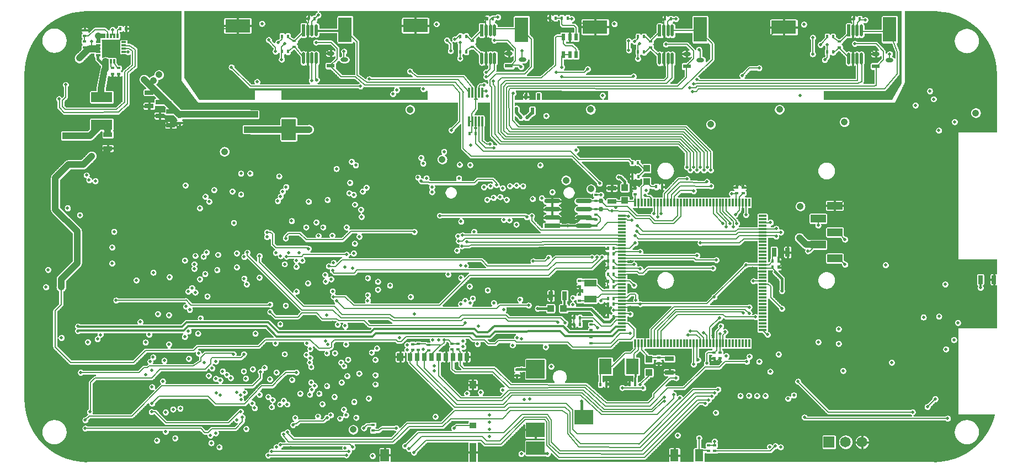
<source format=gbl>
%FSLAX33Y33*%
%MOMM*%
%AMRect-W370710-H570710-RO1.500*
21,1,0.37071,0.57071,0.,0.,90*%
%AMRR-H610710-W1188281-R305355-RO0.000*
21,1,0.577571,0.61071,0.,0.,360*
1,1,0.61071,-0.2887855,0.*
1,1,0.61071,0.2887855,0.*
1,1,0.61071,0.2887855,-0.*
1,1,0.61071,-0.2887855,0.*%
%AMRect-W370710-H570710-RO1.000*
21,1,0.37071,0.57071,0.,0.,180*%
%AMRect-W1856504-H497986-RO0.500*
21,1,1.856504,0.497986,0.,0.,270*%
%AMRR-H497986-W1856504-R248993-RO0.500*
21,1,1.358518,0.497986,0.,0.,270*
1,1,0.497986,0.,0.679259*
1,1,0.497986,0.,-0.679259*
1,1,0.497986,-0.,-0.679259*
1,1,0.497986,-0.,0.679259*%
%AMRect-W1650000-H1650000-RO1.500*
21,1,1.65,1.65,0.,0.,90*%
%AMRect-W700000-H1200000-RO1.000*
21,1,0.7,1.2,0.,0.,180*%
%AMRect-W1000000-H1200000-RO1.000*
21,1,1.,1.2,0.,0.,180*%
%AMRect-W1000000-H800000-RO1.000*
21,1,1.,0.8,0.,0.,180*%
%AMRect-W1300000-H1900000-RO1.000*
21,1,1.3,1.9,0.,0.,180*%
%AMRect-W1000000-H2800000-RO1.000*
21,1,1.,2.8,0.,0.,180*%
%AMRect-W370710-H570710-RO0.500*
21,1,0.37071,0.57071,0.,0.,270*%
%AMRect-W670710-H1320710-RO1.500*
21,1,0.67071,1.32071,0.,0.,90*%
%AMRect-W1000000-H1800000-RO0.500*
21,1,1.,1.8,0.,0.,270*%
%AMRect-W2000000-H3800000-RO0.500*
21,1,2.,3.8,0.,0.,270*%
%AMRect-W2000000-H3800000-RO1.500*
21,1,2.,3.8,0.,0.,90*%
%AMRR-H535710-W1000710-R267855-RO0.500*
21,1,0.465,0.53571,0.,0.,270*
1,1,0.53571,0.,0.2325*
1,1,0.53571,0.,-0.2325*
1,1,0.53571,-0.,-0.2325*
1,1,0.53571,-0.,0.2325*%
%AMRect-W1000710-H535710-RO0.500*
21,1,1.00071,0.53571,0.,0.,270*%
%AMRect-W1000000-H1000000-RO0.500*
21,1,1.,1.,0.,0.,270*%
%AMRR-H663541-W2486025-R331770-RO0.000*
21,1,1.822485,0.663541,0.,0.,360*
21,1,2.486025,0.000001,0.,0.,360*
1,1,0.66354,-0.9112425,0.0000005*
1,1,0.66354,0.9112425,0.0000005*
1,1,0.66354,0.9112425,-0.0000005*
1,1,0.66354,-0.9112425,-0.0000005*%
%AMRect-W670710-H1320710-RO1.000*
21,1,0.67071,1.32071,0.,0.,180*%
%AMRect-W670710-H1320710-RO0.500*
21,1,0.67071,1.32071,0.,0.,270*%
%AMRect-W300000-H1200000-RO1.000*
21,1,0.3,1.2,0.,0.,180*%
%AMRect-W1200000-H300000-RO1.000*
21,1,1.2,0.3,0.,0.,180*%
%AMRect-W1500000-H3200000-RO0.500*
21,1,1.5,3.2,0.,0.,270*%
%AMRect-W1140000-H2290000-RO1.500*
21,1,1.14,2.29,0.,0.,90*%
%AMRect-W2500000-H2500000-RO0.500*
21,1,2.5,2.5,0.,0.,270*%
%AMRect-W730000-H300000-RO0.500*
21,1,0.73,0.3,0.,0.,270*%
%AMRect-W300000-H730000-RO0.500*
21,1,0.3,0.73,0.,0.,270*%
%AMRR-H750000-W750000-R375000-RO1.000*
1,1,0.75,0.,-0.*
1,1,0.75,-0.,-0.*
1,1,0.75,-0.,0.*
1,1,0.75,0.,0.*%
%AMRect-W1000000-H1000000-RO1.500*
21,1,1.,1.,0.,0.,90*%
%AMRect-W950000-H2150000-RO1.500*
21,1,0.95,2.15,0.,0.,90*%
%AMRect-W3250000-H2150000-RO1.500*
21,1,3.25,2.15,0.,0.,90*%
%AMRect-W2200000-H2800000-RO1.500*
21,1,2.2,2.8,0.,0.,90*%
%AMRect-W2800000-H2800000-RO1.500*
21,1,2.8,2.8,0.,0.,90*%
%AMRect-W2000000-H2800000-RO1.500*
21,1,2.,2.8,0.,0.,90*%
%AMRect-W1450000-H300000-RO0.500*
21,1,1.45,0.3,0.,0.,270*%
%ADD10C,0.0508*%
%ADD11C,0.2032*%
%ADD12C,0.3048*%
%ADD13C,1.016*%
%ADD14C,0.4*%
%ADD15C,0.508*%
%ADD16C,1.0668*%
%ADD17C,0.5588*%
%ADD18Rect-W370710-H570710-RO1.500*%
%ADD19R,1.188281X0.61071*%
%ADD20RR-H610710-W1188281-R305355-RO0.000*%
%ADD21R,0.37071X0.57071*%
%ADD22Rect-W370710-H570710-RO1.000*%
%ADD23R,2.X3.8*%
%ADD24Rect-W1856504-H497986-RO0.500*%
%ADD25RR-H497986-W1856504-R248993-RO0.500*%
%ADD26C,1.65*%
%ADD27Rect-W1650000-H1650000-RO1.500*%
%ADD28Rect-W700000-H1200000-RO1.000*%
%ADD29Rect-W1000000-H1200000-RO1.000*%
%ADD30Rect-W1000000-H800000-RO1.000*%
%ADD31Rect-W1300000-H1900000-RO1.000*%
%ADD32Rect-W1000000-H2800000-RO1.000*%
%ADD33R,0.6X1.05*%
%ADD34Rect-W370710-H570710-RO0.500*%
%ADD35Rect-W670710-H1320710-RO1.500*%
%ADD36Rect-W1000000-H1800000-RO0.500*%
%ADD37Rect-W2000000-H3800000-RO0.500*%
%ADD38Rect-W2000000-H3800000-RO1.500*%
%ADD39RR-H535710-W1000710-R267855-RO0.500*%
%ADD40Rect-W1000710-H535710-RO0.500*%
%ADD41R,0.67071X1.32071*%
%ADD42R,1.291421X1.844948*%
%ADD43Rect-W1000000-H1000000-RO0.500*%
%ADD44R,2.486025X0.663541*%
%ADD45RR-H663541-W2486025-R331770-RO0.000*%
%ADD46Rect-W670710-H1320710-RO1.000*%
%ADD47Rect-W670710-H1320710-RO0.500*%
%ADD48Rect-W300000-H1200000-RO1.000*%
%ADD49Rect-W1200000-H300000-RO1.000*%
%ADD50Rect-W1500000-H3200000-RO0.500*%
%ADD51R,3.4X1.5*%
%ADD52R,3.5X1.*%
%ADD53Rect-W1140000-H2290000-RO1.500*%
%ADD54Rect-W2500000-H2500000-RO0.500*%
%ADD55Rect-W730000-H300000-RO0.500*%
%ADD56Rect-W300000-H730000-RO0.500*%
%ADD57RR-H750000-W750000-R375000-RO1.000*%
%ADD58Rect-W1000000-H1000000-RO1.500*%
%ADD59Rect-W950000-H2150000-RO1.500*%
%ADD60Rect-W3250000-H2150000-RO1.500*%
%ADD61R,1.9X2.4*%
%ADD62R,1.X1.*%
%ADD63Rect-W2200000-H2800000-RO1.500*%
%ADD64Rect-W2800000-H2800000-RO1.500*%
%ADD65Rect-W2000000-H2800000-RO1.500*%
%ADD66Rect-W1450000-H300000-RO0.500*%
D10*
%LNpour fill*%
G01*
X11975Y65500D02*
X11975Y65500D01*
X11975Y65500*
X12681Y65500*
X12681Y66136*
X11482Y66136*
X11482Y64914*
X11975Y64914*
X11975Y65500*
X11482Y64963D02*
X11975Y64963D01*
X11482Y65012D02*
X11975Y65012D01*
X11482Y65062D02*
X11975Y65062D01*
X11482Y65111D02*
X11975Y65111D01*
X11482Y65161D02*
X11975Y65161D01*
X11482Y65211D02*
X11975Y65211D01*
X11482Y65260D02*
X11975Y65260D01*
X11482Y65310D02*
X11975Y65310D01*
X11482Y65359D02*
X11975Y65359D01*
X11482Y65409D02*
X11975Y65409D01*
X11482Y65458D02*
X11975Y65458D01*
X11482Y65508D02*
X12682Y65508D01*
X11482Y65557D02*
X12682Y65557D01*
X11482Y65607D02*
X12682Y65607D01*
X11482Y65656D02*
X12682Y65656D01*
X11482Y65706D02*
X12682Y65706D01*
X11482Y65755D02*
X12682Y65755D01*
X11482Y65805D02*
X12682Y65805D01*
X11482Y65854D02*
X12682Y65854D01*
X11482Y65904D02*
X12682Y65904D01*
X11482Y65953D02*
X12682Y65953D01*
X11482Y66003D02*
X12682Y66003D01*
X11482Y66053D02*
X12682Y66053D01*
X11482Y66102D02*
X12682Y66102D01*
%LNpour fill*%
X62200Y57335D02*
X62200Y57335D01*
X62093Y57368*
X62020Y57262*
X62020Y57262*
X61928Y57181*
X61928Y57181*
X61819Y57124*
X61819Y57124*
X61700Y57094*
X61700Y57094*
X61577Y57094*
X61577Y57094*
X61458Y57124*
X61458Y57124*
X61349Y57181*
X61349Y57181*
X61258Y57262*
X61258Y57262*
X61188Y57363*
X61188Y57363*
X61144Y57478*
X61144Y57478*
X61129Y57600*
X61129Y57600*
X61144Y57722*
X61144Y57722*
X61207Y57888*
X57974Y57894*
X57931Y57813*
X58001Y57712*
X58001Y57712*
X58044Y57597*
X58044Y57597*
X58059Y57475*
X58059Y57475*
X58044Y57353*
X58044Y57353*
X58001Y57238*
X58001Y57238*
X57931Y57137*
X57931Y57137*
X57839Y57056*
X57839Y57056*
X57731Y56999*
X57731Y56999*
X57611Y56969*
X57611Y56969*
X57470Y56969*
X57484Y56850*
X57484Y56850*
X57469Y56728*
X57469Y56728*
X57426Y56613*
X57426Y56613*
X57356Y56512*
X57356Y56512*
X57264Y56431*
X57264Y56431*
X57156Y56374*
X57156Y56374*
X57036Y56344*
X57036Y56344*
X56914Y56344*
X56914Y56344*
X56794Y56374*
X56794Y56374*
X56686Y56431*
X56686Y56431*
X56594Y56512*
X56594Y56512*
X56524Y56613*
X56524Y56613*
X56481Y56728*
X56481Y56728*
X56466Y56850*
X56466Y56850*
X56481Y56972*
X56481Y56972*
X56524Y57087*
X56524Y57087*
X56594Y57188*
X56594Y57188*
X56686Y57269*
X56686Y57269*
X56794Y57326*
X56794Y57326*
X56914Y57356*
X56914Y57356*
X57055Y57356*
X57041Y57475*
X57041Y57475*
X57056Y57597*
X57056Y57597*
X57099Y57712*
X57099Y57712*
X57170Y57814*
X57127Y57896*
X52676Y57904*
X52676Y57904*
X52659Y57905*
X52642Y57905*
X52642Y57905*
X52624Y57909*
X52606Y57911*
X52606Y57911*
X52590Y57916*
X52574Y57919*
X52574Y57919*
X52502Y57948*
X52451Y57813*
X52451Y57813*
X52381Y57712*
X52381Y57712*
X52289Y57631*
X52289Y57631*
X52181Y57574*
X52181Y57574*
X52061Y57544*
X52061Y57544*
X51939Y57544*
X51939Y57544*
X51819Y57574*
X51819Y57574*
X51711Y57631*
X51711Y57631*
X51640Y57693*
X35102Y57693*
X35102Y57693*
X35033Y57700*
X35033Y57700*
X34966Y57720*
X34966Y57720*
X34904Y57753*
X34904Y57753*
X34850Y57798*
X34850Y57798*
X32191Y60457*
X32128Y60457*
X32128Y60457*
X32009Y60486*
X32009Y60486*
X31900Y60543*
X31900Y60543*
X31808Y60625*
X31808Y60625*
X31739Y60726*
X31739Y60726*
X31695Y60841*
X31695Y60841*
X31680Y60963*
X31680Y60963*
X31695Y61084*
X31695Y61084*
X31739Y61199*
X31739Y61199*
X31808Y61300*
X31808Y61300*
X31900Y61382*
X31900Y61382*
X32009Y61439*
X32009Y61439*
X32128Y61468*
X32128Y61468*
X32251Y61468*
X32251Y61468*
X32370Y61439*
X32370Y61439*
X32479Y61382*
X32479Y61382*
X32571Y61300*
X32571Y61300*
X32641Y61199*
X32641Y61199*
X32684Y61084*
X32684Y61084*
X32700Y60957*
X35250Y58407*
X35690Y58407*
X35625Y58578*
X35625Y58578*
X35610Y58700*
X35610Y58700*
X35625Y58822*
X35625Y58822*
X35669Y58937*
X35669Y58937*
X35739Y59038*
X35739Y59038*
X35830Y59119*
X35830Y59119*
X35939Y59176*
X35939Y59176*
X36058Y59206*
X36058Y59206*
X36181Y59206*
X36181Y59206*
X36300Y59176*
X36300Y59176*
X36409Y59119*
X36409Y59119*
X36501Y59038*
X36501Y59038*
X36571Y58937*
X36571Y58937*
X36614Y58822*
X36614Y58822*
X36629Y58700*
X36629Y58700*
X36614Y58578*
X36614Y58578*
X36549Y58407*
X44163Y58407*
X44200Y58505*
X44107Y58587*
X44107Y58587*
X44038Y58688*
X44038Y58688*
X43994Y58803*
X43994Y58803*
X43979Y58925*
X43979Y58925*
X43994Y59047*
X43994Y59047*
X44038Y59162*
X44038Y59162*
X44107Y59263*
X44107Y59263*
X44132Y59284*
X44132Y61210*
X44026Y61177*
X44026Y61178*
X44026Y63505*
X44026Y63506*
X44091Y63486*
X44091Y63486*
X44178Y63439*
X44178Y63439*
X44224Y63402*
X44269Y63439*
X44269Y63439*
X44356Y63486*
X44356Y63486*
X44451Y63514*
X44451Y63514*
X44549Y63524*
X44549Y63524*
X44647Y63514*
X44647Y63514*
X44741Y63486*
X44741Y63486*
X44828Y63439*
X44828Y63439*
X44874Y63402*
X44919Y63439*
X44919Y63439*
X45006Y63486*
X45006Y63486*
X45101Y63514*
X45101Y63514*
X45199Y63524*
X45199Y63524*
X45297Y63514*
X45297Y63514*
X45391Y63486*
X45391Y63486*
X45478Y63439*
X45478Y63439*
X45555Y63377*
X45555Y63377*
X45617Y63300*
X45617Y63300*
X45664Y63213*
X45664Y63213*
X45692Y63119*
X45692Y63119*
X45702Y63021*
X45702Y63021*
X45702Y61662*
X45702Y61662*
X45692Y61564*
X45692Y61564*
X45664Y61470*
X45664Y61470*
X45617Y61383*
X45617Y61383*
X45555Y61306*
X45555Y61306*
X45495Y61258*
X45495Y59480*
X45564Y59444*
X45564Y59444*
X45656Y59363*
X45656Y59363*
X45726Y59262*
X45726Y59262*
X45769Y59147*
X45769Y59147*
X45784Y59025*
X45784Y59025*
X45769Y58903*
X45769Y58903*
X45726Y58788*
X45726Y58788*
X45656Y58687*
X45656Y58687*
X45564Y58606*
X45564Y58606*
X45405Y58522*
X45434Y58407*
X51640Y58407*
X51781Y58531*
X51054Y59124*
X49040Y59124*
X49040Y59124*
X48970Y59131*
X48970Y59131*
X48903Y59151*
X48903Y59151*
X48841Y59184*
X48841Y59184*
X48787Y59229*
X48787Y59229*
X47402Y60614*
X46831Y60614*
X46831Y60614*
X46791Y60618*
X46791Y60618*
X46752Y60627*
X46752Y60627*
X46715Y60642*
X46715Y60642*
X46681Y60663*
X46681Y60663*
X46650Y60689*
X46650Y60689*
X46624Y60720*
X46624Y60720*
X46603Y60754*
X46603Y60754*
X46588Y60791*
X46588Y60791*
X46579Y60830*
X46579Y60830*
X46576Y60870*
X46576Y60870*
X46576Y61480*
X46576Y61480*
X46579Y61520*
X46579Y61520*
X46588Y61559*
X46588Y61559*
X46603Y61596*
X46603Y61596*
X46624Y61630*
X46624Y61630*
X46650Y61661*
X46650Y61661*
X46681Y61687*
X46681Y61687*
X46715Y61708*
X46715Y61708*
X46752Y61723*
X46752Y61723*
X46791Y61732*
X46791Y61732*
X46831Y61736*
X46831Y61736*
X47419Y61736*
X48068Y62385*
X48068Y62633*
X47928Y62558*
X47928Y62558*
X47823Y62526*
X47823Y62526*
X47714Y62515*
X47714Y62515*
X47552Y62515*
X47552Y62516*
X47552Y63634*
X47552Y63635*
X47714Y63635*
X47714Y63635*
X47823Y63624*
X47823Y63624*
X47928Y63592*
X47928Y63592*
X48068Y63517*
X48068Y63708*
X47354Y64423*
X45527Y64423*
X45457Y64360*
X45457Y64360*
X45348Y64303*
X45348Y64303*
X45229Y64274*
X45229Y64274*
X45106Y64274*
X45106Y64274*
X44987Y64303*
X44987Y64303*
X44878Y64360*
X44878Y64360*
X44786Y64442*
X44786Y64442*
X44717Y64543*
X44717Y64543*
X44673Y64658*
X44673Y64658*
X44658Y64780*
X44658Y64780*
X44673Y64901*
X44673Y64901*
X44717Y65016*
X44717Y65016*
X44786Y65117*
X44786Y65117*
X44878Y65199*
X44878Y65199*
X44987Y65256*
X44987Y65256*
X45106Y65285*
X45106Y65285*
X45229Y65285*
X45229Y65285*
X45348Y65256*
X45348Y65256*
X45457Y65199*
X45457Y65199*
X45527Y65136*
X47502Y65136*
X47502Y65136*
X47571Y65130*
X47571Y65130*
X47638Y65109*
X47638Y65109*
X47700Y65076*
X47700Y65076*
X47754Y65032*
X47754Y65032*
X48677Y64109*
X48677Y64109*
X48722Y64055*
X48722Y64055*
X48755Y63993*
X48755Y63993*
X48775Y63926*
X48775Y63926*
X48782Y63856*
X48782Y63856*
X48782Y62599*
X48869Y62558*
X48908Y62590*
X48908Y62590*
X49004Y62642*
X49005Y62642*
X49084Y62666*
X49084Y63015*
X49001Y63135*
X49001Y63135*
X48958Y63250*
X48958Y63250*
X48943Y63372*
X48943Y63372*
X48958Y63494*
X48958Y63494*
X49001Y63608*
X49001Y63608*
X49071Y63709*
X49071Y63709*
X49163Y63791*
X49163Y63791*
X49272Y63848*
X49272Y63848*
X49391Y63877*
X49391Y63877*
X49514Y63877*
X49514Y63877*
X49633Y63848*
X49633Y63848*
X49741Y63791*
X49741Y63791*
X49833Y63709*
X49833Y63709*
X49903Y63608*
X49903Y63608*
X49947Y63494*
X49947Y63494*
X49961Y63372*
X49961Y63372*
X49947Y63250*
X49947Y63250*
X49903Y63135*
X49903Y63135*
X49833Y63034*
X49833Y63034*
X49798Y63002*
X49798Y62684*
X49905Y62674*
X49905Y62674*
X50010Y62642*
X50010Y62642*
X50107Y62590*
X50107Y62590*
X50192Y62521*
X50192Y62521*
X50262Y62436*
X50262Y62436*
X50313Y62339*
X50313Y62339*
X50345Y62234*
X50345Y62234*
X50356Y62125*
X50356Y62125*
X50345Y62016*
X50345Y62016*
X50313Y61911*
X50313Y61911*
X50262Y61814*
X50262Y61814*
X50192Y61729*
X50192Y61729*
X50107Y61660*
X50107Y61660*
X50010Y61608*
X50010Y61608*
X49905Y61576*
X49905Y61576*
X49796Y61565*
X49796Y61565*
X49219Y61565*
X49219Y61565*
X49109Y61576*
X49109Y61576*
X49005Y61608*
X49004Y61608*
X48908Y61660*
X48908Y61660*
X48823Y61729*
X48823Y61729*
X48753Y61814*
X48753Y61814*
X48667Y61975*
X48260Y61567*
X48271Y61520*
X48271Y61520*
X48274Y61480*
X48274Y61480*
X48274Y60870*
X48274Y60870*
X48271Y60830*
X48271Y60830*
X48257Y60769*
X49187Y59838*
X51118Y59838*
X51118Y64677*
X50967Y64828*
X50882Y64804*
X50868Y64746*
X50868Y64746*
X50852Y64709*
X50852Y64709*
X50832Y64675*
X50831Y64675*
X50805Y64645*
X50805Y64645*
X50775Y64619*
X50775Y64618*
X50741Y64598*
X50741Y64598*
X50704Y64582*
X50704Y64582*
X50665Y64573*
X50665Y64573*
X50625Y64570*
X50625Y64570*
X48625Y64570*
X48625Y64570*
X48585Y64573*
X48585Y64573*
X48546Y64582*
X48546Y64582*
X48509Y64598*
X48509Y64598*
X48475Y64618*
X48475Y64619*
X48445Y64645*
X48445Y64645*
X48419Y64675*
X48418Y64675*
X48398Y64709*
X48398Y64709*
X48382Y64746*
X48382Y64746*
X48373Y64785*
X48373Y64785*
X48370Y64825*
X48370Y64825*
X48370Y66155*
X45702Y66155*
X45702Y65964*
X45702Y65964*
X45692Y65866*
X45692Y65866*
X45664Y65771*
X45664Y65771*
X45617Y65684*
X45617Y65684*
X45555Y65608*
X45555Y65608*
X45478Y65546*
X45478Y65546*
X45391Y65499*
X45391Y65499*
X45297Y65470*
X45297Y65470*
X45199Y65461*
X45199Y65461*
X45101Y65470*
X45101Y65470*
X45006Y65499*
X45006Y65499*
X44919Y65546*
X44919Y65546*
X44874Y65583*
X44828Y65546*
X44828Y65546*
X44741Y65499*
X44741Y65499*
X44647Y65470*
X44647Y65470*
X44549Y65461*
X44549Y65461*
X44451Y65470*
X44451Y65470*
X44356Y65499*
X44356Y65499*
X44269Y65546*
X44269Y65546*
X44224Y65583*
X44178Y65546*
X44178Y65546*
X44091Y65499*
X44091Y65499*
X44026Y65479*
X44026Y65479*
X44026Y66706*
X43772Y66706*
X43772Y65479*
X43772Y65479*
X43706Y65499*
X43706Y65499*
X43667Y65520*
X43614Y65488*
X43614Y65488*
X43577Y65472*
X43577Y65472*
X43538Y65463*
X43538Y65463*
X43498Y65460*
X43498Y65460*
X43000Y65460*
X43000Y65460*
X42960Y65463*
X42960Y65463*
X42921Y65472*
X42921Y65472*
X42876Y65491*
X42373Y64989*
X42373Y64788*
X42373Y64788*
X42370Y64748*
X42370Y64748*
X42361Y64709*
X42361Y64709*
X42345Y64672*
X42345Y64672*
X42325Y64638*
X42325Y64638*
X42299Y64608*
X42299Y64608*
X42200Y64524*
X42299Y64439*
X42299Y64439*
X42325Y64409*
X42325Y64409*
X42345Y64375*
X42345Y64375*
X42361Y64338*
X42361Y64338*
X42370Y64299*
X42370Y64299*
X42373Y64259*
X42373Y64259*
X42373Y64073*
X42934Y63420*
X43056Y63486*
X43056Y63486*
X43151Y63514*
X43151Y63514*
X43249Y63524*
X43249Y63524*
X43347Y63514*
X43347Y63514*
X43441Y63486*
X43441Y63486*
X43528Y63439*
X43528Y63439*
X43574Y63402*
X43619Y63439*
X43619Y63439*
X43706Y63486*
X43706Y63486*
X43772Y63506*
X43772Y63505*
X43772Y61178*
X43772Y61177*
X43706Y61197*
X43706Y61197*
X43619Y61244*
X43619Y61244*
X43574Y61281*
X43528Y61244*
X43528Y61244*
X43441Y61197*
X43441Y61197*
X43347Y61169*
X43347Y61169*
X43249Y61159*
X43249Y61159*
X43151Y61169*
X43151Y61169*
X43056Y61197*
X43056Y61197*
X42969Y61244*
X42969Y61244*
X42893Y61306*
X42893Y61306*
X42830Y61383*
X42830Y61383*
X42784Y61470*
X42784Y61470*
X42755Y61564*
X42755Y61564*
X42746Y61662*
X42746Y61662*
X42746Y62544*
X41811Y63633*
X41737Y63633*
X41288Y63244*
X41288Y63077*
X41288Y63077*
X41285Y63037*
X41285Y63037*
X41275Y62998*
X41275Y62998*
X41260Y62961*
X41260Y62961*
X41239Y62927*
X41239Y62927*
X41213Y62897*
X41213Y62897*
X41183Y62871*
X41183Y62871*
X41149Y62850*
X41149Y62850*
X41112Y62835*
X41112Y62835*
X41073Y62825*
X41073Y62825*
X41033Y62822*
X41033Y62822*
X40662Y62822*
X40662Y62822*
X40622Y62825*
X40622Y62825*
X40583Y62835*
X40583Y62835*
X40546Y62850*
X40546Y62850*
X40512Y62871*
X40512Y62871*
X40481Y62897*
X40481Y62897*
X40397Y62995*
X40313Y62897*
X40313Y62897*
X40283Y62871*
X40283Y62871*
X40244Y62847*
X40244Y62509*
X40268Y62488*
X40268Y62488*
X40338Y62387*
X40338Y62387*
X40381Y62272*
X40381Y62272*
X40396Y62150*
X40396Y62150*
X40381Y62028*
X40381Y62028*
X40338Y61913*
X40338Y61913*
X40268Y61812*
X40268Y61812*
X40176Y61731*
X40176Y61731*
X40068Y61674*
X40068Y61674*
X39948Y61644*
X39948Y61644*
X39826Y61644*
X39826Y61644*
X39706Y61674*
X39706Y61674*
X39598Y61731*
X39598Y61731*
X39506Y61812*
X39506Y61812*
X39436Y61913*
X39436Y61913*
X39393Y62028*
X39393Y62028*
X39378Y62150*
X39378Y62150*
X39393Y62272*
X39393Y62272*
X39436Y62387*
X39436Y62387*
X39506Y62488*
X39506Y62488*
X39530Y62509*
X39530Y62972*
X39519Y62998*
X39519Y62998*
X39510Y63037*
X39510Y63037*
X39504Y63117*
X39400Y63145*
X39331Y63045*
X39331Y63045*
X39239Y62964*
X39239Y62964*
X39131Y62907*
X39131Y62907*
X39011Y62878*
X39011Y62878*
X38889Y62878*
X38889Y62878*
X38769Y62907*
X38769Y62907*
X38661Y62964*
X38661Y62964*
X38569Y63045*
X38569Y63045*
X38499Y63146*
X38499Y63146*
X38456Y63261*
X38456Y63261*
X38441Y63383*
X38441Y63383*
X38456Y63505*
X38456Y63505*
X38499Y63620*
X38499Y63620*
X38569Y63721*
X38569Y63721*
X38593Y63742*
X38593Y63858*
X37818Y64633*
X37719Y64658*
X37719Y64658*
X37611Y64715*
X37611Y64715*
X37519Y64796*
X37519Y64796*
X37449Y64897*
X37449Y64897*
X37406Y65012*
X37406Y65012*
X37391Y65134*
X37391Y65134*
X37406Y65256*
X37406Y65256*
X37449Y65371*
X37449Y65371*
X37519Y65472*
X37519Y65472*
X37611Y65553*
X37611Y65553*
X37719Y65610*
X37719Y65610*
X37839Y65639*
X37839Y65639*
X37961Y65639*
X37961Y65639*
X38081Y65610*
X38081Y65610*
X38189Y65553*
X38189Y65553*
X38281Y65472*
X38281Y65472*
X38351Y65371*
X38351Y65371*
X38394Y65256*
X38394Y65256*
X38409Y65134*
X38409Y65134*
X38400Y65061*
X38752Y64709*
X38842Y64740*
X38856Y64856*
X38856Y64856*
X38899Y64971*
X38899Y64971*
X38969Y65072*
X38969Y65072*
X39061Y65153*
X39061Y65153*
X39169Y65210*
X39169Y65210*
X39289Y65239*
X39289Y65239*
X39388Y65239*
X39513Y65348*
X39507Y65424*
X39507Y65424*
X39507Y65447*
X39504Y65480*
X39504Y65480*
X39504Y65715*
X39504Y65715*
X39507Y65748*
X39507Y65994*
X39507Y65994*
X39510Y66034*
X39510Y66034*
X39519Y66073*
X39519Y66073*
X39535Y66110*
X39535Y66110*
X39555Y66144*
X39555Y66144*
X39581Y66175*
X39581Y66175*
X39612Y66201*
X39612Y66201*
X39646Y66222*
X39646Y66222*
X39683Y66237*
X39683Y66237*
X39722Y66246*
X39722Y66246*
X39762Y66250*
X39762Y66250*
X40133Y66250*
X40133Y66250*
X40173Y66246*
X40173Y66246*
X40212Y66237*
X40212Y66237*
X40249Y66222*
X40249Y66222*
X40283Y66201*
X40283Y66201*
X40313Y66175*
X40313Y66175*
X40397Y66076*
X40481Y66175*
X40481Y66175*
X40512Y66201*
X40512Y66201*
X40546Y66222*
X40546Y66222*
X40583Y66237*
X40583Y66237*
X40622Y66246*
X40622Y66246*
X40662Y66250*
X40662Y66250*
X41033Y66250*
X41033Y66250*
X41073Y66246*
X41073Y66246*
X41112Y66237*
X41112Y66237*
X41149Y66222*
X41149Y66222*
X41183Y66201*
X41183Y66201*
X41213Y66175*
X41213Y66175*
X41239Y66144*
X41239Y66144*
X41260Y66110*
X41260Y66110*
X41275Y66073*
X41275Y66073*
X41285Y66034*
X41285Y66034*
X41288Y65994*
X41288Y65994*
X41288Y65704*
X41673Y65414*
X41789Y65414*
X42745Y66370*
X42745Y67572*
X42745Y67572*
X42748Y67611*
X42748Y67611*
X42757Y67650*
X42757Y67650*
X42772Y67687*
X42772Y67687*
X42793Y67722*
X42793Y67722*
X42819Y67752*
X42819Y67752*
X42850Y67778*
X42850Y67778*
X42884Y67799*
X42884Y67799*
X42921Y67814*
X42921Y67814*
X42960Y67824*
X42960Y67824*
X43000Y67827*
X43000Y67827*
X43498Y67827*
X43498Y67827*
X43538Y67824*
X43538Y67824*
X43577Y67814*
X43577Y67814*
X43614Y67799*
X43614Y67799*
X43667Y67766*
X43706Y67787*
X43706Y67787*
X43751Y67801*
X43764Y67899*
X43715Y67929*
X43714Y67929*
X43684Y67955*
X43684Y67955*
X43658Y67985*
X43658Y67985*
X43637Y68019*
X43637Y68019*
X43622Y68056*
X43622Y68056*
X43612Y68095*
X43612Y68095*
X43609Y68135*
X43609Y68135*
X43609Y68294*
X43609Y68294*
X44113Y68294*
X44113Y68357*
X44113Y68357*
X44177Y68357*
X44177Y68961*
X44177Y68961*
X44235Y68961*
X44235Y68961*
X44275Y68958*
X44275Y68958*
X44314Y68949*
X44314Y68949*
X44351Y68934*
X44351Y68933*
X44385Y68913*
X44385Y68913*
X44416Y68887*
X44416Y68887*
X44500Y68788*
X44584Y68887*
X44584Y68887*
X44614Y68913*
X44615Y68913*
X44649Y68933*
X44649Y68934*
X44686Y68949*
X44686Y68949*
X44725Y68958*
X44725Y68958*
X44765Y68961*
X44765Y68961*
X44993Y68961*
X45007Y69073*
X45007Y69073*
X45050Y69188*
X45050Y69188*
X45120Y69289*
X45120Y69289*
X45212Y69370*
X45212Y69370*
X45342Y69439*
X45314Y69554*
X24950Y69554*
X24950Y59375*
X27250Y56000*
X35675Y56000*
X35675Y57450*
X35675Y57450*
X39875Y57450*
X39875Y57450*
X39875Y56000*
X62200Y56000*
X62200Y57335*
X43923Y68548D02*
X43610Y68548D01*
X43610Y68706*
X43613Y68746*
X43622Y68785*
X43637Y68822*
X43658Y68856*
X43684Y68886*
X43715Y68912*
X43749Y68933*
X43786Y68949*
X43825Y68958*
X43865Y68961*
X43923Y68961*
X43923Y68548*
X33022Y67451D02*
X30994Y67451D01*
X30994Y68324*
X30997Y68364*
X31006Y68403*
X31022Y68440*
X31043Y68474*
X31069Y68504*
X31099Y68530*
X31133Y68551*
X31170Y68567*
X31209Y68576*
X31249Y68579*
X33022Y68579*
X33022Y67451*
X35304Y67451D02*
X33276Y67451D01*
X33276Y68579*
X35049Y68579*
X35089Y68576*
X35128Y68567*
X35165Y68551*
X35199Y68530*
X35229Y68504*
X35255Y68474*
X35276Y68440*
X35292Y68403*
X35301Y68364*
X35304Y68324*
X35304Y67451*
X36936Y67144D02*
X36814Y67144D01*
X36695Y67173*
X36586Y67230*
X36494Y67311*
X36424Y67412*
X36381Y67527*
X36366Y67649*
X36381Y67771*
X36424Y67886*
X36494Y67987*
X36586Y68068*
X36695Y68125*
X36814Y68154*
X36936Y68154*
X37055Y68125*
X37164Y68068*
X37256Y67987*
X37326Y67886*
X37369Y67771*
X37384Y67649*
X37369Y67527*
X37326Y67412*
X37256Y67311*
X37164Y67230*
X37055Y67173*
X36936Y67144*
X35049Y66069D02*
X33276Y66069D01*
X33276Y67197*
X35304Y67197*
X35304Y66324*
X35301Y66284*
X35292Y66245*
X35276Y66208*
X35255Y66174*
X35229Y66144*
X35199Y66118*
X35165Y66097*
X35128Y66081*
X35089Y66072*
X35049Y66069*
X33022Y66069D02*
X31249Y66069D01*
X31209Y66072*
X31170Y66081*
X31133Y66097*
X31099Y66118*
X31069Y66144*
X31043Y66174*
X31022Y66208*
X31006Y66245*
X30997Y66284*
X30994Y66324*
X30994Y67197*
X33022Y67197*
X33022Y66069*
X47298Y63202D02*
X46593Y63202D01*
X46619Y63289*
X46671Y63386*
X46741Y63471*
X46825Y63540*
X46922Y63592*
X47027Y63624*
X47136Y63634*
X47298Y63634*
X47298Y63202*
X47298Y62516D02*
X47136Y62516D01*
X47027Y62526*
X46922Y62558*
X46825Y62610*
X46741Y62679*
X46671Y62764*
X46619Y62861*
X46593Y62948*
X47298Y62948*
X47298Y62516*
X27216Y56050D02*
X35675Y56050D01*
X39875Y56050D02*
X62200Y56050D01*
X27182Y56099D02*
X35675Y56099D01*
X39875Y56099D02*
X62200Y56099D01*
X27149Y56149D02*
X35675Y56149D01*
X39875Y56149D02*
X62200Y56149D01*
X27115Y56198D02*
X35675Y56198D01*
X39875Y56198D02*
X62200Y56198D01*
X27081Y56248D02*
X35675Y56248D01*
X39875Y56248D02*
X62200Y56248D01*
X27047Y56297D02*
X35675Y56297D01*
X39875Y56297D02*
X62200Y56297D01*
X27014Y56347D02*
X35675Y56347D01*
X39875Y56347D02*
X56906Y56347D01*
X57044Y56347D02*
X62200Y56347D01*
X26980Y56396D02*
X35675Y56396D01*
X39875Y56396D02*
X56752Y56396D01*
X57198Y56396D02*
X62200Y56396D01*
X26946Y56446D02*
X35675Y56446D01*
X39875Y56446D02*
X56669Y56446D01*
X57281Y56446D02*
X62200Y56446D01*
X26912Y56495D02*
X35675Y56495D01*
X39875Y56495D02*
X56613Y56495D01*
X57337Y56495D02*
X62200Y56495D01*
X26879Y56545D02*
X35675Y56545D01*
X39875Y56545D02*
X56572Y56545D01*
X57378Y56545D02*
X62200Y56545D01*
X26845Y56594D02*
X35675Y56594D01*
X39875Y56594D02*
X56537Y56594D01*
X57413Y56594D02*
X62200Y56594D01*
X26811Y56644D02*
X35675Y56644D01*
X39875Y56644D02*
X56513Y56644D01*
X57437Y56644D02*
X62200Y56644D01*
X26777Y56693D02*
X35675Y56693D01*
X39875Y56693D02*
X56494Y56693D01*
X57456Y56693D02*
X62200Y56693D01*
X26744Y56743D02*
X35675Y56743D01*
X39875Y56743D02*
X56479Y56743D01*
X57471Y56743D02*
X62200Y56743D01*
X26710Y56792D02*
X35675Y56792D01*
X39875Y56792D02*
X56473Y56792D01*
X57477Y56792D02*
X62200Y56792D01*
X26676Y56842D02*
X35675Y56842D01*
X39875Y56842D02*
X56467Y56842D01*
X57483Y56842D02*
X62200Y56842D01*
X26642Y56892D02*
X35675Y56892D01*
X39875Y56892D02*
X56471Y56892D01*
X57479Y56892D02*
X62200Y56892D01*
X26609Y56941D02*
X35675Y56941D01*
X39875Y56941D02*
X56477Y56941D01*
X57473Y56941D02*
X62200Y56941D01*
X26575Y56991D02*
X35675Y56991D01*
X39875Y56991D02*
X56488Y56991D01*
X57696Y56991D02*
X62200Y56991D01*
X26541Y57040D02*
X35675Y57040D01*
X39875Y57040D02*
X56507Y57040D01*
X57809Y57040D02*
X62200Y57040D01*
X26507Y57090D02*
X35675Y57090D01*
X39875Y57090D02*
X56526Y57090D01*
X57877Y57090D02*
X62200Y57090D01*
X26474Y57139D02*
X35675Y57139D01*
X39875Y57139D02*
X56561Y57139D01*
X57932Y57139D02*
X61429Y57139D01*
X61848Y57139D02*
X62200Y57139D01*
X26440Y57189D02*
X35675Y57189D01*
X39875Y57189D02*
X56595Y57189D01*
X57966Y57189D02*
X61341Y57189D01*
X61936Y57189D02*
X62200Y57189D01*
X26406Y57238D02*
X35675Y57238D01*
X39875Y57238D02*
X56651Y57238D01*
X58001Y57238D02*
X61285Y57238D01*
X61992Y57238D02*
X62200Y57238D01*
X26372Y57288D02*
X35675Y57288D01*
X39875Y57288D02*
X56722Y57288D01*
X58019Y57288D02*
X61240Y57288D01*
X62037Y57288D02*
X62200Y57288D01*
X26339Y57337D02*
X35675Y57337D01*
X39875Y57337D02*
X56841Y57337D01*
X58038Y57337D02*
X61206Y57337D01*
X62071Y57337D02*
X62193Y57337D01*
X26305Y57387D02*
X35675Y57387D01*
X39875Y57387D02*
X57052Y57387D01*
X58048Y57387D02*
X61179Y57387D01*
X26271Y57436D02*
X35675Y57436D01*
X39875Y57436D02*
X57046Y57436D01*
X58054Y57436D02*
X61160Y57436D01*
X26237Y57486D02*
X57042Y57486D01*
X58058Y57486D02*
X61144Y57486D01*
X26204Y57535D02*
X57048Y57535D01*
X58052Y57535D02*
X61138Y57535D01*
X26170Y57585D02*
X51799Y57585D01*
X52201Y57585D02*
X57054Y57585D01*
X58046Y57585D02*
X61132Y57585D01*
X26136Y57634D02*
X51707Y57634D01*
X52293Y57634D02*
X57070Y57634D01*
X58030Y57634D02*
X61134Y57634D01*
X26102Y57684D02*
X51651Y57684D01*
X52349Y57684D02*
X57089Y57684D01*
X58011Y57684D02*
X61140Y57684D01*
X26069Y57734D02*
X34941Y57734D01*
X52396Y57734D02*
X57114Y57734D01*
X57986Y57734D02*
X61149Y57734D01*
X26035Y57783D02*
X34868Y57783D01*
X52430Y57783D02*
X57149Y57783D01*
X57951Y57783D02*
X61168Y57783D01*
X26001Y57833D02*
X34815Y57833D01*
X52458Y57833D02*
X57161Y57833D01*
X57941Y57833D02*
X61187Y57833D01*
X25967Y57882D02*
X34766Y57882D01*
X52477Y57882D02*
X57135Y57882D01*
X57968Y57882D02*
X61205Y57882D01*
X25934Y57932D02*
X34716Y57932D01*
X52496Y57932D02*
X52543Y57932D01*
X25900Y57981D02*
X34667Y57981D01*
X25866Y58031D02*
X34617Y58031D01*
X25832Y58080D02*
X34568Y58080D01*
X25799Y58130D02*
X34518Y58130D01*
X25765Y58179D02*
X34469Y58179D01*
X25731Y58229D02*
X34419Y58229D01*
X25697Y58278D02*
X34370Y58278D01*
X25664Y58328D02*
X34320Y58328D01*
X25630Y58377D02*
X34270Y58377D01*
X25596Y58427D02*
X34221Y58427D01*
X35230Y58427D02*
X35683Y58427D01*
X36557Y58427D02*
X44171Y58427D01*
X45428Y58427D02*
X51664Y58427D01*
X25562Y58477D02*
X34171Y58477D01*
X35180Y58477D02*
X35664Y58477D01*
X36575Y58477D02*
X44190Y58477D01*
X45416Y58477D02*
X51719Y58477D01*
X25529Y58526D02*
X34122Y58526D01*
X35130Y58526D02*
X35645Y58526D01*
X36594Y58526D02*
X44177Y58526D01*
X45412Y58526D02*
X51775Y58526D01*
X25495Y58576D02*
X34072Y58576D01*
X35081Y58576D02*
X35627Y58576D01*
X36613Y58576D02*
X44121Y58576D01*
X45506Y58576D02*
X51726Y58576D01*
X25461Y58625D02*
X34023Y58625D01*
X35031Y58625D02*
X35620Y58625D01*
X36620Y58625D02*
X44082Y58625D01*
X45586Y58625D02*
X51666Y58625D01*
X25427Y58675D02*
X33973Y58675D01*
X34982Y58675D02*
X35614Y58675D01*
X36626Y58675D02*
X44047Y58675D01*
X45641Y58675D02*
X51605Y58675D01*
X25394Y58724D02*
X33924Y58724D01*
X34932Y58724D02*
X35614Y58724D01*
X36626Y58724D02*
X44024Y58724D01*
X45681Y58724D02*
X51544Y58724D01*
X25360Y58774D02*
X33874Y58774D01*
X34883Y58774D02*
X35620Y58774D01*
X36620Y58774D02*
X44006Y58774D01*
X45716Y58774D02*
X51484Y58774D01*
X25326Y58823D02*
X33825Y58823D01*
X34833Y58823D02*
X35626Y58823D01*
X36613Y58823D02*
X43992Y58823D01*
X45739Y58823D02*
X51423Y58823D01*
X25292Y58873D02*
X33775Y58873D01*
X34784Y58873D02*
X35645Y58873D01*
X36595Y58873D02*
X43986Y58873D01*
X45758Y58873D02*
X51362Y58873D01*
X25259Y58922D02*
X33726Y58922D01*
X34734Y58922D02*
X35664Y58922D01*
X36576Y58922D02*
X43980Y58922D01*
X45772Y58922D02*
X51302Y58922D01*
X25225Y58972D02*
X33676Y58972D01*
X34685Y58972D02*
X35693Y58972D01*
X36546Y58972D02*
X43985Y58972D01*
X45778Y58972D02*
X51241Y58972D01*
X25191Y59021D02*
X33627Y59021D01*
X34635Y59021D02*
X35728Y59021D01*
X36512Y59021D02*
X43991Y59021D01*
X45784Y59021D02*
X51180Y59021D01*
X25157Y59071D02*
X33577Y59071D01*
X34586Y59071D02*
X35776Y59071D01*
X36463Y59071D02*
X44003Y59071D01*
X45778Y59071D02*
X51120Y59071D01*
X25124Y59120D02*
X33527Y59120D01*
X34536Y59120D02*
X35833Y59120D01*
X36406Y59120D02*
X44022Y59120D01*
X45772Y59120D02*
X51059Y59120D01*
X25090Y59170D02*
X33478Y59170D01*
X34487Y59170D02*
X35928Y59170D01*
X36312Y59170D02*
X44044Y59170D01*
X45760Y59170D02*
X48869Y59170D01*
X25056Y59219D02*
X33428Y59219D01*
X34437Y59219D02*
X44078Y59219D01*
X45742Y59219D02*
X48799Y59219D01*
X25022Y59269D02*
X33379Y59269D01*
X34388Y59269D02*
X44115Y59269D01*
X45721Y59269D02*
X48747Y59269D01*
X24988Y59319D02*
X33329Y59319D01*
X34338Y59319D02*
X44132Y59319D01*
X45686Y59319D02*
X48698Y59319D01*
X24955Y59368D02*
X33280Y59368D01*
X34288Y59368D02*
X44132Y59368D01*
X45650Y59368D02*
X48648Y59368D01*
X24950Y59418D02*
X33230Y59418D01*
X34239Y59418D02*
X44132Y59418D01*
X45594Y59418D02*
X48599Y59418D01*
X24950Y59467D02*
X33181Y59467D01*
X34189Y59467D02*
X44132Y59467D01*
X45520Y59467D02*
X48549Y59467D01*
X24950Y59517D02*
X33131Y59517D01*
X34140Y59517D02*
X44132Y59517D01*
X45495Y59517D02*
X48500Y59517D01*
X24950Y59566D02*
X33082Y59566D01*
X34090Y59566D02*
X44132Y59566D01*
X45495Y59566D02*
X48450Y59566D01*
X24950Y59616D02*
X33032Y59616D01*
X34041Y59616D02*
X44132Y59616D01*
X45495Y59616D02*
X48401Y59616D01*
X24950Y59665D02*
X32983Y59665D01*
X33991Y59665D02*
X44132Y59665D01*
X45495Y59665D02*
X48351Y59665D01*
X24950Y59715D02*
X32933Y59715D01*
X33942Y59715D02*
X44132Y59715D01*
X45495Y59715D02*
X48302Y59715D01*
X24950Y59764D02*
X32884Y59764D01*
X33892Y59764D02*
X44132Y59764D01*
X45495Y59764D02*
X48252Y59764D01*
X24950Y59814D02*
X32834Y59814D01*
X33843Y59814D02*
X44132Y59814D01*
X45495Y59814D02*
X48202Y59814D01*
X24950Y59863D02*
X32785Y59863D01*
X33793Y59863D02*
X44132Y59863D01*
X45495Y59863D02*
X48153Y59863D01*
X49162Y59863D02*
X51118Y59863D01*
X24950Y59913D02*
X32735Y59913D01*
X33744Y59913D02*
X44132Y59913D01*
X45495Y59913D02*
X48103Y59913D01*
X49112Y59913D02*
X51118Y59913D01*
X24950Y59962D02*
X32685Y59962D01*
X33694Y59962D02*
X44132Y59962D01*
X45495Y59962D02*
X48054Y59962D01*
X49063Y59962D02*
X51118Y59962D01*
X24950Y60012D02*
X32636Y60012D01*
X33645Y60012D02*
X44132Y60012D01*
X45495Y60012D02*
X48004Y60012D01*
X49013Y60012D02*
X51118Y60012D01*
X24950Y60061D02*
X32586Y60061D01*
X33595Y60061D02*
X44132Y60061D01*
X45495Y60061D02*
X47955Y60061D01*
X48963Y60061D02*
X51118Y60061D01*
X24950Y60111D02*
X32537Y60111D01*
X33546Y60111D02*
X44132Y60111D01*
X45495Y60111D02*
X47905Y60111D01*
X48914Y60111D02*
X51118Y60111D01*
X24950Y60161D02*
X32487Y60161D01*
X33496Y60161D02*
X44132Y60161D01*
X45495Y60161D02*
X47856Y60161D01*
X48864Y60161D02*
X51118Y60161D01*
X24950Y60210D02*
X32438Y60210D01*
X33446Y60210D02*
X44132Y60210D01*
X45495Y60210D02*
X47806Y60210D01*
X48815Y60210D02*
X51118Y60210D01*
X24950Y60260D02*
X32388Y60260D01*
X33397Y60260D02*
X44132Y60260D01*
X45495Y60260D02*
X47757Y60260D01*
X48765Y60260D02*
X51118Y60260D01*
X24950Y60309D02*
X32339Y60309D01*
X33347Y60309D02*
X44132Y60309D01*
X45495Y60309D02*
X47707Y60309D01*
X48716Y60309D02*
X51118Y60309D01*
X24950Y60359D02*
X32289Y60359D01*
X33298Y60359D02*
X44132Y60359D01*
X45495Y60359D02*
X47658Y60359D01*
X48666Y60359D02*
X51118Y60359D01*
X24950Y60408D02*
X32240Y60408D01*
X33248Y60408D02*
X44132Y60408D01*
X45495Y60408D02*
X47608Y60408D01*
X48617Y60408D02*
X51118Y60408D01*
X24950Y60458D02*
X32127Y60458D01*
X33199Y60458D02*
X44132Y60458D01*
X45495Y60458D02*
X47559Y60458D01*
X48567Y60458D02*
X51118Y60458D01*
X24950Y60507D02*
X31970Y60507D01*
X33149Y60507D02*
X44132Y60507D01*
X45495Y60507D02*
X47509Y60507D01*
X48518Y60507D02*
X51118Y60507D01*
X24950Y60557D02*
X31886Y60557D01*
X33100Y60557D02*
X44132Y60557D01*
X45495Y60557D02*
X47460Y60557D01*
X48468Y60557D02*
X51118Y60557D01*
X24950Y60606D02*
X31830Y60606D01*
X33050Y60606D02*
X44132Y60606D01*
X45495Y60606D02*
X47410Y60606D01*
X48419Y60606D02*
X51118Y60606D01*
X24950Y60656D02*
X31787Y60656D01*
X33001Y60656D02*
X44132Y60656D01*
X45495Y60656D02*
X46693Y60656D01*
X48369Y60656D02*
X51118Y60656D01*
X24950Y60705D02*
X31753Y60705D01*
X32951Y60705D02*
X44132Y60705D01*
X45495Y60705D02*
X46637Y60705D01*
X48320Y60705D02*
X51118Y60705D01*
X24950Y60755D02*
X31728Y60755D01*
X32902Y60755D02*
X44132Y60755D01*
X45495Y60755D02*
X46603Y60755D01*
X48270Y60755D02*
X51118Y60755D01*
X24950Y60804D02*
X31709Y60804D01*
X32852Y60804D02*
X44132Y60804D01*
X45495Y60804D02*
X46585Y60804D01*
X48265Y60804D02*
X51118Y60804D01*
X24950Y60854D02*
X31694Y60854D01*
X32803Y60854D02*
X44132Y60854D01*
X45495Y60854D02*
X46577Y60854D01*
X48273Y60854D02*
X51118Y60854D01*
X24950Y60903D02*
X31688Y60903D01*
X32753Y60903D02*
X44132Y60903D01*
X45495Y60903D02*
X46576Y60903D01*
X48274Y60903D02*
X51118Y60903D01*
X24950Y60953D02*
X31682Y60953D01*
X32704Y60953D02*
X44132Y60953D01*
X45495Y60953D02*
X46576Y60953D01*
X48274Y60953D02*
X51118Y60953D01*
X24950Y61003D02*
X31685Y61003D01*
X32694Y61003D02*
X44132Y61003D01*
X45495Y61003D02*
X46576Y61003D01*
X48274Y61003D02*
X51118Y61003D01*
X24950Y61052D02*
X31692Y61052D01*
X32688Y61052D02*
X44132Y61052D01*
X45495Y61052D02*
X46576Y61052D01*
X48274Y61052D02*
X51118Y61052D01*
X24950Y61102D02*
X31702Y61102D01*
X32677Y61102D02*
X44132Y61102D01*
X45495Y61102D02*
X46576Y61102D01*
X48274Y61102D02*
X51118Y61102D01*
X24950Y61151D02*
X31721Y61151D01*
X32659Y61151D02*
X44132Y61151D01*
X45495Y61151D02*
X46576Y61151D01*
X48274Y61151D02*
X51118Y61151D01*
X24950Y61201D02*
X31740Y61201D01*
X32639Y61201D02*
X43051Y61201D01*
X43447Y61201D02*
X43701Y61201D01*
X43772Y61201D02*
X44026Y61201D01*
X44102Y61201D02*
X44132Y61201D01*
X45495Y61201D02*
X46576Y61201D01*
X48274Y61201D02*
X51118Y61201D01*
X24950Y61250D02*
X31774Y61250D01*
X32605Y61250D02*
X42962Y61250D01*
X43536Y61250D02*
X43612Y61250D01*
X43772Y61250D02*
X44026Y61250D01*
X45495Y61250D02*
X46576Y61250D01*
X48274Y61250D02*
X51118Y61250D01*
X24950Y61300D02*
X31808Y61300D01*
X32571Y61300D02*
X42902Y61300D01*
X43772Y61300D02*
X44026Y61300D01*
X45546Y61300D02*
X46576Y61300D01*
X48274Y61300D02*
X51118Y61300D01*
X24950Y61349D02*
X31864Y61349D01*
X32515Y61349D02*
X42858Y61349D01*
X43772Y61349D02*
X44026Y61349D01*
X45590Y61349D02*
X46576Y61349D01*
X48274Y61349D02*
X51118Y61349D01*
X24950Y61399D02*
X31934Y61399D01*
X32446Y61399D02*
X42822Y61399D01*
X43772Y61399D02*
X44026Y61399D01*
X45626Y61399D02*
X46576Y61399D01*
X48274Y61399D02*
X51118Y61399D01*
X24950Y61448D02*
X32049Y61448D01*
X32330Y61448D02*
X42796Y61448D01*
X43772Y61448D02*
X44026Y61448D01*
X45652Y61448D02*
X46576Y61448D01*
X48274Y61448D02*
X51118Y61448D01*
X24950Y61498D02*
X42776Y61498D01*
X43772Y61498D02*
X44026Y61498D01*
X45672Y61498D02*
X46577Y61498D01*
X48273Y61498D02*
X51118Y61498D01*
X24950Y61547D02*
X42761Y61547D01*
X43772Y61547D02*
X44026Y61547D01*
X45687Y61547D02*
X46586Y61547D01*
X48264Y61547D02*
X51118Y61547D01*
X24950Y61597D02*
X42752Y61597D01*
X43772Y61597D02*
X44026Y61597D01*
X45695Y61597D02*
X46604Y61597D01*
X48289Y61597D02*
X49042Y61597D01*
X49973Y61597D02*
X51118Y61597D01*
X24950Y61646D02*
X39819Y61646D01*
X39955Y61646D02*
X42747Y61646D01*
X43772Y61646D02*
X44026Y61646D01*
X45700Y61646D02*
X46638Y61646D01*
X48339Y61646D02*
X48933Y61646D01*
X50082Y61646D02*
X51118Y61646D01*
X24950Y61696D02*
X39665Y61696D01*
X40109Y61696D02*
X42746Y61696D01*
X43772Y61696D02*
X44026Y61696D01*
X45702Y61696D02*
X46696Y61696D01*
X48388Y61696D02*
X48864Y61696D01*
X50151Y61696D02*
X51118Y61696D01*
X24950Y61745D02*
X39582Y61745D01*
X40192Y61745D02*
X42746Y61745D01*
X43772Y61745D02*
X44026Y61745D01*
X45702Y61745D02*
X47429Y61745D01*
X48438Y61745D02*
X48810Y61745D01*
X50205Y61745D02*
X51118Y61745D01*
X24950Y61795D02*
X39526Y61795D01*
X40248Y61795D02*
X42746Y61795D01*
X43772Y61795D02*
X44026Y61795D01*
X45702Y61795D02*
X47479Y61795D01*
X48487Y61795D02*
X48769Y61795D01*
X50246Y61795D02*
X51118Y61795D01*
X24950Y61845D02*
X39484Y61845D01*
X40290Y61845D02*
X42746Y61845D01*
X43772Y61845D02*
X44026Y61845D01*
X45702Y61845D02*
X47528Y61845D01*
X48537Y61845D02*
X48737Y61845D01*
X50277Y61845D02*
X51118Y61845D01*
X24950Y61894D02*
X39450Y61894D01*
X40324Y61894D02*
X42746Y61894D01*
X43772Y61894D02*
X44026Y61894D01*
X45702Y61894D02*
X47578Y61894D01*
X48586Y61894D02*
X48711Y61894D01*
X50304Y61894D02*
X51118Y61894D01*
X24950Y61944D02*
X39425Y61944D01*
X40349Y61944D02*
X42746Y61944D01*
X43772Y61944D02*
X44026Y61944D01*
X45702Y61944D02*
X47627Y61944D01*
X48636Y61944D02*
X48684Y61944D01*
X50323Y61944D02*
X51118Y61944D01*
X24950Y61993D02*
X39406Y61993D01*
X40368Y61993D02*
X42746Y61993D01*
X43772Y61993D02*
X44026Y61993D01*
X45702Y61993D02*
X47677Y61993D01*
X50338Y61993D02*
X51118Y61993D01*
X24950Y62043D02*
X39391Y62043D01*
X40383Y62043D02*
X42746Y62043D01*
X43772Y62043D02*
X44026Y62043D01*
X45702Y62043D02*
X47726Y62043D01*
X50347Y62043D02*
X51118Y62043D01*
X24950Y62092D02*
X39385Y62092D01*
X40389Y62092D02*
X42746Y62092D01*
X43772Y62092D02*
X44026Y62092D01*
X45702Y62092D02*
X47776Y62092D01*
X50352Y62092D02*
X51118Y62092D01*
X24950Y62142D02*
X39379Y62142D01*
X40395Y62142D02*
X42746Y62142D01*
X43772Y62142D02*
X44026Y62142D01*
X45702Y62142D02*
X47825Y62142D01*
X50354Y62142D02*
X51118Y62142D01*
X24950Y62191D02*
X39383Y62191D01*
X40391Y62191D02*
X42746Y62191D01*
X43772Y62191D02*
X44026Y62191D01*
X45702Y62191D02*
X47875Y62191D01*
X50349Y62191D02*
X51118Y62191D01*
X24950Y62241D02*
X39389Y62241D01*
X40385Y62241D02*
X42746Y62241D01*
X43772Y62241D02*
X44026Y62241D01*
X45702Y62241D02*
X47924Y62241D01*
X50343Y62241D02*
X51118Y62241D01*
X24950Y62290D02*
X39400Y62290D01*
X40374Y62290D02*
X42746Y62290D01*
X43772Y62290D02*
X44026Y62290D01*
X45702Y62290D02*
X47974Y62290D01*
X50328Y62290D02*
X51118Y62290D01*
X24950Y62340D02*
X39419Y62340D01*
X40355Y62340D02*
X42746Y62340D01*
X43772Y62340D02*
X44026Y62340D01*
X45702Y62340D02*
X48024Y62340D01*
X50313Y62340D02*
X51118Y62340D01*
X24950Y62389D02*
X39438Y62389D01*
X40336Y62389D02*
X42746Y62389D01*
X43772Y62389D02*
X44026Y62389D01*
X45702Y62389D02*
X48068Y62389D01*
X50286Y62389D02*
X51118Y62389D01*
X24950Y62439D02*
X39472Y62439D01*
X40302Y62439D02*
X42746Y62439D01*
X43772Y62439D02*
X44026Y62439D01*
X45702Y62439D02*
X48068Y62439D01*
X50259Y62439D02*
X51118Y62439D01*
X24950Y62488D02*
X39507Y62488D01*
X40267Y62488D02*
X42746Y62488D01*
X43772Y62488D02*
X44026Y62488D01*
X45702Y62488D02*
X48068Y62488D01*
X50218Y62488D02*
X51118Y62488D01*
X24950Y62538D02*
X39530Y62538D01*
X40244Y62538D02*
X42746Y62538D01*
X43772Y62538D02*
X44026Y62538D01*
X45702Y62538D02*
X46988Y62538D01*
X47298Y62538D02*
X47552Y62538D01*
X47861Y62538D02*
X48068Y62538D01*
X50170Y62538D02*
X51118Y62538D01*
X24950Y62587D02*
X39530Y62587D01*
X40244Y62587D02*
X42709Y62587D01*
X43772Y62587D02*
X44026Y62587D01*
X45702Y62587D02*
X46867Y62587D01*
X47298Y62587D02*
X47552Y62587D01*
X47983Y62587D02*
X48068Y62587D01*
X48807Y62587D02*
X48905Y62587D01*
X50110Y62587D02*
X51118Y62587D01*
X24950Y62637D02*
X39530Y62637D01*
X40244Y62637D02*
X42666Y62637D01*
X43772Y62637D02*
X44026Y62637D01*
X45702Y62637D02*
X46792Y62637D01*
X47298Y62637D02*
X47552Y62637D01*
X48782Y62637D02*
X48996Y62637D01*
X50019Y62637D02*
X51118Y62637D01*
X24950Y62687D02*
X39530Y62687D01*
X40244Y62687D02*
X42624Y62687D01*
X43772Y62687D02*
X44026Y62687D01*
X45702Y62687D02*
X46735Y62687D01*
X47298Y62687D02*
X47552Y62687D01*
X48782Y62687D02*
X49084Y62687D01*
X49797Y62687D02*
X51118Y62687D01*
X24950Y62736D02*
X39530Y62736D01*
X40244Y62736D02*
X42581Y62736D01*
X43772Y62736D02*
X44026Y62736D01*
X45702Y62736D02*
X46694Y62736D01*
X47298Y62736D02*
X47552Y62736D01*
X48782Y62736D02*
X49084Y62736D01*
X49797Y62736D02*
X51118Y62736D01*
X24950Y62786D02*
X39530Y62786D01*
X40244Y62786D02*
X42539Y62786D01*
X43772Y62786D02*
X44026Y62786D01*
X45702Y62786D02*
X46659Y62786D01*
X47298Y62786D02*
X47552Y62786D01*
X48782Y62786D02*
X49084Y62786D01*
X49797Y62786D02*
X51118Y62786D01*
X24950Y62835D02*
X39530Y62835D01*
X40244Y62835D02*
X40582Y62835D01*
X41112Y62835D02*
X42496Y62835D01*
X43772Y62835D02*
X44026Y62835D01*
X45702Y62835D02*
X46633Y62835D01*
X47298Y62835D02*
X47552Y62835D01*
X48782Y62835D02*
X49084Y62835D01*
X49797Y62835D02*
X51118Y62835D01*
X24950Y62885D02*
X38861Y62885D01*
X39039Y62885D02*
X39530Y62885D01*
X40299Y62885D02*
X40496Y62885D01*
X41199Y62885D02*
X42454Y62885D01*
X43772Y62885D02*
X44026Y62885D01*
X45702Y62885D02*
X46612Y62885D01*
X47298Y62885D02*
X47552Y62885D01*
X48782Y62885D02*
X49084Y62885D01*
X49797Y62885D02*
X51118Y62885D01*
X24950Y62934D02*
X38718Y62934D01*
X39182Y62934D02*
X39530Y62934D01*
X40345Y62934D02*
X40450Y62934D01*
X41243Y62934D02*
X42411Y62934D01*
X43772Y62934D02*
X44026Y62934D01*
X45702Y62934D02*
X46597Y62934D01*
X47298Y62934D02*
X47552Y62934D01*
X48782Y62934D02*
X49084Y62934D01*
X49797Y62934D02*
X51118Y62934D01*
X24950Y62984D02*
X38639Y62984D01*
X39261Y62984D02*
X39526Y62984D01*
X40387Y62984D02*
X40408Y62984D01*
X41269Y62984D02*
X42369Y62984D01*
X43772Y62984D02*
X44026Y62984D01*
X45702Y62984D02*
X47552Y62984D01*
X48782Y62984D02*
X49084Y62984D01*
X49797Y62984D02*
X51118Y62984D01*
X24950Y63033D02*
X38583Y63033D01*
X39317Y63033D02*
X39511Y63033D01*
X41284Y63033D02*
X42326Y63033D01*
X43772Y63033D02*
X44026Y63033D01*
X45701Y63033D02*
X47552Y63033D01*
X48782Y63033D02*
X49072Y63033D01*
X49832Y63033D02*
X51118Y63033D01*
X24950Y63083D02*
X38543Y63083D01*
X39357Y63083D02*
X39507Y63083D01*
X41288Y63083D02*
X42284Y63083D01*
X43772Y63083D02*
X44026Y63083D01*
X45696Y63083D02*
X47552Y63083D01*
X48782Y63083D02*
X49038Y63083D01*
X49867Y63083D02*
X51118Y63083D01*
X24950Y63132D02*
X38509Y63132D01*
X39391Y63132D02*
X39448Y63132D01*
X41288Y63132D02*
X42241Y63132D01*
X43772Y63132D02*
X44026Y63132D01*
X45688Y63132D02*
X47552Y63132D01*
X48782Y63132D02*
X49003Y63132D01*
X49901Y63132D02*
X51118Y63132D01*
X24950Y63182D02*
X38486Y63182D01*
X41288Y63182D02*
X42198Y63182D01*
X43772Y63182D02*
X44026Y63182D01*
X45673Y63182D02*
X47552Y63182D01*
X48782Y63182D02*
X48984Y63182D01*
X49921Y63182D02*
X51118Y63182D01*
X24950Y63231D02*
X38467Y63231D01*
X41288Y63231D02*
X42156Y63231D01*
X43772Y63231D02*
X44026Y63231D01*
X45654Y63231D02*
X46602Y63231D01*
X47298Y63231D02*
X47552Y63231D01*
X48782Y63231D02*
X48965Y63231D01*
X49939Y63231D02*
X51118Y63231D01*
X24950Y63281D02*
X38453Y63281D01*
X41331Y63281D02*
X42113Y63281D01*
X43772Y63281D02*
X44026Y63281D01*
X45627Y63281D02*
X46617Y63281D01*
X47298Y63281D02*
X47552Y63281D01*
X48782Y63281D02*
X48954Y63281D01*
X49950Y63281D02*
X51118Y63281D01*
X24950Y63330D02*
X38447Y63330D01*
X41388Y63330D02*
X42071Y63330D01*
X43772Y63330D02*
X44026Y63330D01*
X45592Y63330D02*
X46641Y63330D01*
X47298Y63330D02*
X47552Y63330D01*
X48782Y63330D02*
X48948Y63330D01*
X49956Y63330D02*
X51118Y63330D01*
X24950Y63380D02*
X38441Y63380D01*
X41445Y63380D02*
X42028Y63380D01*
X43772Y63380D02*
X44026Y63380D01*
X45550Y63380D02*
X46668Y63380D01*
X47298Y63380D02*
X47552Y63380D01*
X48782Y63380D02*
X48944Y63380D01*
X49960Y63380D02*
X51118Y63380D01*
X24950Y63429D02*
X38447Y63429D01*
X41502Y63429D02*
X41986Y63429D01*
X42926Y63429D02*
X42952Y63429D01*
X43540Y63429D02*
X43608Y63429D01*
X43772Y63429D02*
X44026Y63429D01*
X44190Y63429D02*
X44258Y63429D01*
X44840Y63429D02*
X44908Y63429D01*
X45490Y63429D02*
X46707Y63429D01*
X47298Y63429D02*
X47552Y63429D01*
X48782Y63429D02*
X48950Y63429D01*
X49954Y63429D02*
X51118Y63429D01*
X24950Y63479D02*
X38453Y63479D01*
X41559Y63479D02*
X41943Y63479D01*
X42883Y63479D02*
X43044Y63479D01*
X43453Y63479D02*
X43694Y63479D01*
X43772Y63479D02*
X44026Y63479D01*
X44103Y63479D02*
X44344Y63479D01*
X44753Y63479D02*
X44994Y63479D01*
X45403Y63479D02*
X46751Y63479D01*
X47298Y63479D02*
X47552Y63479D01*
X48782Y63479D02*
X48956Y63479D01*
X49948Y63479D02*
X51118Y63479D01*
X24950Y63529D02*
X38465Y63529D01*
X41616Y63529D02*
X41901Y63529D01*
X42841Y63529D02*
X46811Y63529D01*
X47298Y63529D02*
X47552Y63529D01*
X48046Y63529D02*
X48068Y63529D01*
X48782Y63529D02*
X48971Y63529D01*
X49933Y63529D02*
X51118Y63529D01*
X24950Y63578D02*
X38484Y63578D01*
X41673Y63578D02*
X41858Y63578D01*
X42798Y63578D02*
X46896Y63578D01*
X47298Y63578D02*
X47552Y63578D01*
X47953Y63578D02*
X48068Y63578D01*
X48782Y63578D02*
X48990Y63578D01*
X49914Y63578D02*
X51118Y63578D01*
X24950Y63628D02*
X38505Y63628D01*
X41730Y63628D02*
X41816Y63628D01*
X42756Y63628D02*
X47065Y63628D01*
X47298Y63628D02*
X47552Y63628D01*
X47782Y63628D02*
X48068Y63628D01*
X48782Y63628D02*
X49015Y63628D01*
X49889Y63628D02*
X51118Y63628D01*
X24950Y63677D02*
X38539Y63677D01*
X42713Y63677D02*
X48068Y63677D01*
X48782Y63677D02*
X49049Y63677D01*
X49855Y63677D02*
X51118Y63677D01*
X24950Y63727D02*
X38576Y63727D01*
X42671Y63727D02*
X48050Y63727D01*
X48782Y63727D02*
X49091Y63727D01*
X49813Y63727D02*
X51118Y63727D01*
X24950Y63776D02*
X38593Y63776D01*
X42628Y63776D02*
X48001Y63776D01*
X48782Y63776D02*
X49147Y63776D01*
X49758Y63776D02*
X51118Y63776D01*
X24950Y63826D02*
X38593Y63826D01*
X42586Y63826D02*
X47951Y63826D01*
X48782Y63826D02*
X49230Y63826D01*
X49674Y63826D02*
X51118Y63826D01*
X24950Y63875D02*
X38577Y63875D01*
X42543Y63875D02*
X47902Y63875D01*
X48780Y63875D02*
X49384Y63875D01*
X49520Y63875D02*
X51118Y63875D01*
X24950Y63925D02*
X38527Y63925D01*
X42501Y63925D02*
X47852Y63925D01*
X48775Y63925D02*
X51118Y63925D01*
X24950Y63974D02*
X38478Y63974D01*
X42458Y63974D02*
X47803Y63974D01*
X48760Y63974D02*
X51118Y63974D01*
X24950Y64024D02*
X38428Y64024D01*
X42415Y64024D02*
X47753Y64024D01*
X48738Y64024D02*
X51118Y64024D01*
X24950Y64073D02*
X38379Y64073D01*
X42373Y64073D02*
X47704Y64073D01*
X48706Y64073D02*
X51118Y64073D01*
X24950Y64123D02*
X38329Y64123D01*
X42373Y64123D02*
X47654Y64123D01*
X48663Y64123D02*
X51118Y64123D01*
X24950Y64172D02*
X38280Y64172D01*
X42373Y64172D02*
X47605Y64172D01*
X48613Y64172D02*
X51118Y64172D01*
X24950Y64222D02*
X38230Y64222D01*
X42373Y64222D02*
X47555Y64222D01*
X48564Y64222D02*
X51118Y64222D01*
X24950Y64272D02*
X38180Y64272D01*
X42372Y64272D02*
X47505Y64272D01*
X48514Y64272D02*
X51118Y64272D01*
X24950Y64321D02*
X38131Y64321D01*
X42365Y64321D02*
X44954Y64321D01*
X45381Y64321D02*
X47456Y64321D01*
X48465Y64321D02*
X51118Y64321D01*
X24950Y64371D02*
X38081Y64371D01*
X42347Y64371D02*
X44867Y64371D01*
X45468Y64371D02*
X47406Y64371D01*
X48415Y64371D02*
X51118Y64371D01*
X24950Y64420D02*
X38032Y64420D01*
X42315Y64420D02*
X44811Y64420D01*
X45524Y64420D02*
X47357Y64420D01*
X48366Y64420D02*
X51118Y64420D01*
X24950Y64470D02*
X37982Y64470D01*
X42263Y64470D02*
X44767Y64470D01*
X48316Y64470D02*
X51118Y64470D01*
X24950Y64519D02*
X37933Y64519D01*
X42205Y64519D02*
X44733Y64519D01*
X48266Y64519D02*
X51118Y64519D01*
X24950Y64569D02*
X37883Y64569D01*
X42252Y64569D02*
X44707Y64569D01*
X48217Y64569D02*
X51118Y64569D01*
X24950Y64618D02*
X37834Y64618D01*
X42307Y64618D02*
X44688Y64618D01*
X48167Y64618D02*
X48476Y64618D01*
X50774Y64618D02*
X51118Y64618D01*
X24950Y64668D02*
X37701Y64668D01*
X42342Y64668D02*
X44672Y64668D01*
X48118Y64668D02*
X48425Y64668D01*
X50825Y64668D02*
X51118Y64668D01*
X24950Y64717D02*
X37608Y64717D01*
X38743Y64717D02*
X38776Y64717D01*
X42362Y64717D02*
X44666Y64717D01*
X48068Y64717D02*
X48394Y64717D01*
X50856Y64717D02*
X51078Y64717D01*
X24950Y64767D02*
X37552Y64767D01*
X38694Y64767D02*
X38845Y64767D01*
X42371Y64767D02*
X44660Y64767D01*
X48019Y64767D02*
X48378Y64767D01*
X50872Y64767D02*
X51029Y64767D01*
X24950Y64816D02*
X37505Y64816D01*
X38644Y64816D02*
X38851Y64816D01*
X42373Y64816D02*
X44663Y64816D01*
X47969Y64816D02*
X48371Y64816D01*
X50925Y64816D02*
X50979Y64816D01*
X24950Y64866D02*
X37471Y64866D01*
X38595Y64866D02*
X38860Y64866D01*
X42373Y64866D02*
X44669Y64866D01*
X47920Y64866D02*
X48370Y64866D01*
X24950Y64915D02*
X37442Y64915D01*
X38545Y64915D02*
X38878Y64915D01*
X42373Y64915D02*
X44679Y64915D01*
X47870Y64915D02*
X48370Y64915D01*
X24950Y64965D02*
X37424Y64965D01*
X38496Y64965D02*
X38897Y64965D01*
X42373Y64965D02*
X44697Y64965D01*
X47821Y64965D02*
X48370Y64965D01*
X24950Y65014D02*
X37406Y65014D01*
X38446Y65014D02*
X38930Y65014D01*
X42399Y65014D02*
X44716Y65014D01*
X47771Y65014D02*
X48370Y65014D01*
X24950Y65064D02*
X37399Y65064D01*
X38401Y65064D02*
X38964Y65064D01*
X42448Y65064D02*
X44750Y65064D01*
X47715Y65064D02*
X48370Y65064D01*
X24950Y65114D02*
X37393Y65114D01*
X38407Y65114D02*
X39016Y65114D01*
X42498Y65114D02*
X44784Y65114D01*
X47623Y65114D02*
X48370Y65114D01*
X24950Y65163D02*
X37395Y65163D01*
X38405Y65163D02*
X39080Y65163D01*
X42547Y65163D02*
X44838Y65163D01*
X45497Y65163D02*
X48370Y65163D01*
X24950Y65213D02*
X37401Y65213D01*
X38399Y65213D02*
X39181Y65213D01*
X42597Y65213D02*
X44905Y65213D01*
X45430Y65213D02*
X48370Y65213D01*
X24950Y65262D02*
X37408Y65262D01*
X38392Y65262D02*
X39414Y65262D01*
X42646Y65262D02*
X45014Y65262D01*
X45321Y65262D02*
X48370Y65262D01*
X24950Y65312D02*
X37427Y65312D01*
X38373Y65312D02*
X39471Y65312D01*
X42696Y65312D02*
X48370Y65312D01*
X24950Y65361D02*
X37446Y65361D01*
X38354Y65361D02*
X39512Y65361D01*
X42745Y65361D02*
X48370Y65361D01*
X24950Y65411D02*
X37477Y65411D01*
X38323Y65411D02*
X39508Y65411D01*
X42795Y65411D02*
X48370Y65411D01*
X24950Y65460D02*
X37511Y65460D01*
X38289Y65460D02*
X39506Y65460D01*
X41611Y65460D02*
X41836Y65460D01*
X42844Y65460D02*
X42997Y65460D01*
X43501Y65460D02*
X48370Y65460D01*
X24950Y65510D02*
X37562Y65510D01*
X38238Y65510D02*
X39504Y65510D01*
X41545Y65510D02*
X41885Y65510D01*
X43649Y65510D02*
X43687Y65510D01*
X43772Y65510D02*
X44026Y65510D01*
X44111Y65510D02*
X44337Y65510D01*
X44761Y65510D02*
X44987Y65510D01*
X45411Y65510D02*
X48370Y65510D01*
X24950Y65559D02*
X37623Y65559D01*
X38177Y65559D02*
X39504Y65559D01*
X41479Y65559D02*
X41935Y65559D01*
X43772Y65559D02*
X44026Y65559D01*
X44195Y65559D02*
X44253Y65559D01*
X44845Y65559D02*
X44903Y65559D01*
X45495Y65559D02*
X48370Y65559D01*
X24950Y65609D02*
X37718Y65609D01*
X38082Y65609D02*
X39504Y65609D01*
X41413Y65609D02*
X41984Y65609D01*
X43772Y65609D02*
X44026Y65609D01*
X45555Y65609D02*
X48370Y65609D01*
X24950Y65658D02*
X39504Y65658D01*
X41348Y65658D02*
X42034Y65658D01*
X43772Y65658D02*
X44026Y65658D01*
X45596Y65658D02*
X48370Y65658D01*
X24950Y65708D02*
X39504Y65708D01*
X41288Y65708D02*
X42083Y65708D01*
X43772Y65708D02*
X44026Y65708D01*
X45630Y65708D02*
X48370Y65708D01*
X24950Y65757D02*
X39507Y65757D01*
X41288Y65757D02*
X42133Y65757D01*
X43772Y65757D02*
X44026Y65757D01*
X45656Y65757D02*
X48370Y65757D01*
X24950Y65807D02*
X39507Y65807D01*
X41288Y65807D02*
X42182Y65807D01*
X43772Y65807D02*
X44026Y65807D01*
X45674Y65807D02*
X48370Y65807D01*
X24950Y65856D02*
X39507Y65856D01*
X41288Y65856D02*
X42232Y65856D01*
X43772Y65856D02*
X44026Y65856D01*
X45689Y65856D02*
X48370Y65856D01*
X24950Y65906D02*
X39507Y65906D01*
X41288Y65906D02*
X42281Y65906D01*
X43772Y65906D02*
X44026Y65906D01*
X45696Y65906D02*
X48370Y65906D01*
X24950Y65956D02*
X39507Y65956D01*
X41288Y65956D02*
X42331Y65956D01*
X43772Y65956D02*
X44026Y65956D01*
X45701Y65956D02*
X48370Y65956D01*
X24950Y66005D02*
X39508Y66005D01*
X41287Y66005D02*
X42381Y66005D01*
X43772Y66005D02*
X44026Y66005D01*
X45702Y66005D02*
X48370Y66005D01*
X24950Y66055D02*
X39515Y66055D01*
X41280Y66055D02*
X42430Y66055D01*
X43772Y66055D02*
X44026Y66055D01*
X45702Y66055D02*
X48370Y66055D01*
X24950Y66104D02*
X31121Y66104D01*
X33022Y66104D02*
X33276Y66104D01*
X35177Y66104D02*
X39532Y66104D01*
X40373Y66104D02*
X40421Y66104D01*
X41262Y66104D02*
X42480Y66104D01*
X43772Y66104D02*
X44026Y66104D01*
X45702Y66104D02*
X48370Y66104D01*
X24950Y66154D02*
X31060Y66154D01*
X33022Y66154D02*
X33276Y66154D01*
X35238Y66154D02*
X39564Y66154D01*
X40331Y66154D02*
X40464Y66154D01*
X41231Y66154D02*
X42529Y66154D01*
X43772Y66154D02*
X44026Y66154D01*
X45702Y66154D02*
X48370Y66154D01*
X24950Y66203D02*
X31025Y66203D01*
X33022Y66203D02*
X33276Y66203D01*
X35273Y66203D02*
X39616Y66203D01*
X40278Y66203D02*
X40516Y66203D01*
X41178Y66203D02*
X42579Y66203D01*
X43772Y66203D02*
X44026Y66203D01*
X24950Y66253D02*
X31004Y66253D01*
X33022Y66253D02*
X33276Y66253D01*
X35294Y66253D02*
X42628Y66253D01*
X43772Y66253D02*
X44026Y66253D01*
X24950Y66302D02*
X30995Y66302D01*
X33022Y66302D02*
X33276Y66302D01*
X35303Y66302D02*
X42678Y66302D01*
X43772Y66302D02*
X44026Y66302D01*
X24950Y66352D02*
X30994Y66352D01*
X33022Y66352D02*
X33276Y66352D01*
X35304Y66352D02*
X42727Y66352D01*
X43772Y66352D02*
X44026Y66352D01*
X24950Y66401D02*
X30994Y66401D01*
X33022Y66401D02*
X33276Y66401D01*
X35304Y66401D02*
X42745Y66401D01*
X43772Y66401D02*
X44026Y66401D01*
X24950Y66451D02*
X30994Y66451D01*
X33022Y66451D02*
X33276Y66451D01*
X35304Y66451D02*
X42745Y66451D01*
X43772Y66451D02*
X44026Y66451D01*
X24950Y66500D02*
X30994Y66500D01*
X33022Y66500D02*
X33276Y66500D01*
X35304Y66500D02*
X42745Y66500D01*
X43772Y66500D02*
X44026Y66500D01*
X24950Y66550D02*
X30994Y66550D01*
X33022Y66550D02*
X33276Y66550D01*
X35304Y66550D02*
X42745Y66550D01*
X43772Y66550D02*
X44026Y66550D01*
X24950Y66599D02*
X30994Y66599D01*
X33022Y66599D02*
X33276Y66599D01*
X35304Y66599D02*
X42745Y66599D01*
X43772Y66599D02*
X44026Y66599D01*
X24950Y66649D02*
X30994Y66649D01*
X33022Y66649D02*
X33276Y66649D01*
X35304Y66649D02*
X42745Y66649D01*
X43772Y66649D02*
X44026Y66649D01*
X24950Y66698D02*
X30994Y66698D01*
X33022Y66698D02*
X33276Y66698D01*
X35304Y66698D02*
X42745Y66698D01*
X43772Y66698D02*
X44026Y66698D01*
X24950Y66748D02*
X30994Y66748D01*
X33022Y66748D02*
X33276Y66748D01*
X35304Y66748D02*
X42745Y66748D01*
X24950Y66798D02*
X30994Y66798D01*
X33022Y66798D02*
X33276Y66798D01*
X35304Y66798D02*
X42745Y66798D01*
X24950Y66847D02*
X30994Y66847D01*
X33022Y66847D02*
X33276Y66847D01*
X35304Y66847D02*
X42745Y66847D01*
X24950Y66897D02*
X30994Y66897D01*
X33022Y66897D02*
X33276Y66897D01*
X35304Y66897D02*
X42745Y66897D01*
X24950Y66946D02*
X30994Y66946D01*
X33022Y66946D02*
X33276Y66946D01*
X35304Y66946D02*
X42745Y66946D01*
X24950Y66996D02*
X30994Y66996D01*
X33022Y66996D02*
X33276Y66996D01*
X35304Y66996D02*
X42745Y66996D01*
X24950Y67045D02*
X30994Y67045D01*
X33022Y67045D02*
X33276Y67045D01*
X35304Y67045D02*
X42745Y67045D01*
X24950Y67095D02*
X30994Y67095D01*
X33022Y67095D02*
X33276Y67095D01*
X35304Y67095D02*
X42745Y67095D01*
X24950Y67144D02*
X30994Y67144D01*
X33022Y67144D02*
X33276Y67144D01*
X35304Y67144D02*
X36810Y67144D01*
X36940Y67144D02*
X42745Y67144D01*
X24950Y67194D02*
X30994Y67194D01*
X33022Y67194D02*
X33276Y67194D01*
X35304Y67194D02*
X36654Y67194D01*
X37096Y67194D02*
X42745Y67194D01*
X24950Y67243D02*
X36571Y67243D01*
X37179Y67243D02*
X42745Y67243D01*
X24950Y67293D02*
X36515Y67293D01*
X37235Y67293D02*
X42745Y67293D01*
X24950Y67342D02*
X36472Y67342D01*
X37278Y67342D02*
X42745Y67342D01*
X24950Y67392D02*
X36438Y67392D01*
X37312Y67392D02*
X42745Y67392D01*
X24950Y67441D02*
X36413Y67441D01*
X37337Y67441D02*
X42745Y67441D01*
X24950Y67491D02*
X30994Y67491D01*
X33022Y67491D02*
X33276Y67491D01*
X35304Y67491D02*
X36394Y67491D01*
X37356Y67491D02*
X42745Y67491D01*
X24950Y67540D02*
X30994Y67540D01*
X33022Y67540D02*
X33276Y67540D01*
X35304Y67540D02*
X36379Y67540D01*
X37371Y67540D02*
X42745Y67540D01*
X24950Y67590D02*
X30994Y67590D01*
X33022Y67590D02*
X33276Y67590D01*
X35304Y67590D02*
X36373Y67590D01*
X37377Y67590D02*
X42746Y67590D01*
X24950Y67640D02*
X30994Y67640D01*
X33022Y67640D02*
X33276Y67640D01*
X35304Y67640D02*
X36367Y67640D01*
X37383Y67640D02*
X42755Y67640D01*
X24950Y67689D02*
X30994Y67689D01*
X33022Y67689D02*
X33276Y67689D01*
X35304Y67689D02*
X36371Y67689D01*
X37379Y67689D02*
X42774Y67689D01*
X24950Y67739D02*
X30994Y67739D01*
X33022Y67739D02*
X33276Y67739D01*
X35304Y67739D02*
X36377Y67739D01*
X37373Y67739D02*
X42808Y67739D01*
X24950Y67788D02*
X30994Y67788D01*
X33022Y67788D02*
X33276Y67788D01*
X35304Y67788D02*
X36387Y67788D01*
X37363Y67788D02*
X42867Y67788D01*
X43631Y67788D02*
X43709Y67788D01*
X24950Y67838D02*
X30994Y67838D01*
X33022Y67838D02*
X33276Y67838D01*
X35304Y67838D02*
X36406Y67838D01*
X37344Y67838D02*
X43756Y67838D01*
X24950Y67887D02*
X30994Y67887D01*
X33022Y67887D02*
X33276Y67887D01*
X35304Y67887D02*
X36425Y67887D01*
X37325Y67887D02*
X43763Y67887D01*
X24950Y67937D02*
X30994Y67937D01*
X33022Y67937D02*
X33276Y67937D01*
X35304Y67937D02*
X36459Y67937D01*
X37291Y67937D02*
X43706Y67937D01*
X24950Y67986D02*
X30994Y67986D01*
X33022Y67986D02*
X33276Y67986D01*
X35304Y67986D02*
X36494Y67986D01*
X37256Y67986D02*
X43658Y67986D01*
X24950Y68036D02*
X30994Y68036D01*
X33022Y68036D02*
X33276Y68036D01*
X35304Y68036D02*
X36549Y68036D01*
X37201Y68036D02*
X43631Y68036D01*
X24950Y68085D02*
X30994Y68085D01*
X33022Y68085D02*
X33276Y68085D01*
X35304Y68085D02*
X36619Y68085D01*
X37131Y68085D02*
X43615Y68085D01*
X24950Y68135D02*
X30994Y68135D01*
X33022Y68135D02*
X33276Y68135D01*
X35304Y68135D02*
X36734Y68135D01*
X37016Y68135D02*
X43610Y68135D01*
X24950Y68184D02*
X30994Y68184D01*
X33022Y68184D02*
X33276Y68184D01*
X35304Y68184D02*
X43610Y68184D01*
X24950Y68234D02*
X30994Y68234D01*
X33022Y68234D02*
X33276Y68234D01*
X35304Y68234D02*
X43610Y68234D01*
X24950Y68283D02*
X30994Y68283D01*
X33022Y68283D02*
X33276Y68283D01*
X35304Y68283D02*
X43610Y68283D01*
X24950Y68333D02*
X30994Y68333D01*
X33022Y68333D02*
X33276Y68333D01*
X35304Y68333D02*
X44113Y68333D01*
X24950Y68382D02*
X31001Y68382D01*
X33022Y68382D02*
X33276Y68382D01*
X35297Y68382D02*
X44177Y68382D01*
X24950Y68432D02*
X31018Y68432D01*
X33022Y68432D02*
X33276Y68432D01*
X35280Y68432D02*
X44177Y68432D01*
X24950Y68482D02*
X31049Y68482D01*
X33022Y68482D02*
X33276Y68482D01*
X35249Y68482D02*
X44177Y68482D01*
X24950Y68531D02*
X31100Y68531D01*
X33022Y68531D02*
X33276Y68531D01*
X35198Y68531D02*
X44177Y68531D01*
X24950Y68581D02*
X43609Y68581D01*
X43923Y68581D02*
X44177Y68581D01*
X24950Y68630D02*
X43609Y68630D01*
X43923Y68630D02*
X44177Y68630D01*
X24950Y68680D02*
X43609Y68680D01*
X43923Y68680D02*
X44177Y68680D01*
X24950Y68729D02*
X43611Y68729D01*
X43923Y68729D02*
X44177Y68729D01*
X24950Y68779D02*
X43620Y68779D01*
X43923Y68779D02*
X44177Y68779D01*
X24950Y68828D02*
X43641Y68828D01*
X43923Y68828D02*
X44177Y68828D01*
X44465Y68828D02*
X44535Y68828D01*
X24950Y68878D02*
X43677Y68878D01*
X43923Y68878D02*
X44177Y68878D01*
X44423Y68878D02*
X44577Y68878D01*
X24950Y68927D02*
X43739Y68927D01*
X43923Y68927D02*
X44177Y68927D01*
X44361Y68927D02*
X44639Y68927D01*
X24950Y68977D02*
X44995Y68977D01*
X24950Y69026D02*
X45001Y69026D01*
X24950Y69076D02*
X45008Y69076D01*
X24950Y69125D02*
X45027Y69125D01*
X24950Y69175D02*
X45046Y69175D01*
X24950Y69225D02*
X45076Y69225D01*
X24950Y69274D02*
X45110Y69274D01*
X24950Y69324D02*
X45159Y69324D01*
X24950Y69373D02*
X45218Y69373D01*
X24950Y69423D02*
X45312Y69423D01*
X24950Y69472D02*
X45334Y69472D01*
X24950Y69522D02*
X45322Y69522D01*
X69911Y56111D02*
X69911Y56111D01*
X69858Y56143*
X69858Y56144*
X69828Y56170*
X69828Y56170*
X69802Y56200*
X69802Y56200*
X69781Y56234*
X69781Y56234*
X69765Y56271*
X69765Y56271*
X69756Y56310*
X69756Y56310*
X69753Y56350*
X69753Y56350*
X69753Y57800*
X69753Y57800*
X69756Y57840*
X69756Y57840*
X69765Y57879*
X69765Y57879*
X69781Y57916*
X69781Y57916*
X69801Y57949*
X69801Y58000*
X69801Y58000*
X69808Y58070*
X69808Y58070*
X69829Y58137*
X69829Y58137*
X69862Y58198*
X69862Y58198*
X69906Y58252*
X69906Y58252*
X70131Y58477*
X70131Y58477*
X70185Y58522*
X70185Y58522*
X70247Y58555*
X70247Y58555*
X70314Y58575*
X70314Y58575*
X70383Y58582*
X70383Y58582*
X70601Y58582*
X70671Y58644*
X70671Y58644*
X70780Y58701*
X70780Y58701*
X70899Y58731*
X70899Y58731*
X71022Y58731*
X71022Y58731*
X71141Y58701*
X71141Y58701*
X71250Y58644*
X71250Y58644*
X71341Y58563*
X71341Y58563*
X71382Y58504*
X71490Y58539*
X71476Y59013*
X71340Y58980*
X71340Y58980*
X71217Y58980*
X71217Y58980*
X71098Y59009*
X71098Y59009*
X70989Y59066*
X70989Y59066*
X70897Y59147*
X70897Y59148*
X70828Y59249*
X70828Y59249*
X70784Y59363*
X70784Y59363*
X70769Y59485*
X70769Y59485*
X70784Y59607*
X70784Y59607*
X70828Y59722*
X70828Y59722*
X70911Y59843*
X70828Y59963*
X70828Y59963*
X70784Y60078*
X70784Y60078*
X70769Y60200*
X70769Y60200*
X70784Y60322*
X70784Y60322*
X70828Y60437*
X70828Y60437*
X70897Y60538*
X70897Y60538*
X70989Y60619*
X70989Y60619*
X71098Y60676*
X71098Y60676*
X71217Y60706*
X71217Y60706*
X71354Y60706*
X71502Y60854*
X71502Y61202*
X71387Y61167*
X71387Y61167*
X71387Y63495*
X71387Y63495*
X71453Y63475*
X71453Y63475*
X71540Y63429*
X71540Y63429*
X71585Y63392*
X71631Y63429*
X71631Y63429*
X71718Y63475*
X71718Y63475*
X71812Y63504*
X71812Y63504*
X71910Y63514*
X71910Y63514*
X72008Y63504*
X72008Y63504*
X72103Y63475*
X72103Y63475*
X72190Y63429*
X72190Y63429*
X72235Y63392*
X72281Y63429*
X72281Y63429*
X72368Y63475*
X72368Y63475*
X72462Y63504*
X72462Y63504*
X72560Y63514*
X72560Y63514*
X72658Y63504*
X72658Y63504*
X72753Y63475*
X72753Y63475*
X72840Y63429*
X72840Y63429*
X72916Y63366*
X72916Y63366*
X72979Y63290*
X72979Y63290*
X73025Y63203*
X73025Y63203*
X73054Y63109*
X73054Y63109*
X73063Y63010*
X73063Y63010*
X73063Y61652*
X73063Y61652*
X73054Y61554*
X73054Y61554*
X73025Y61459*
X73025Y61459*
X72979Y61372*
X72979Y61372*
X72916Y61296*
X72916Y61296*
X72866Y61255*
X72866Y60509*
X72866Y60509*
X72859Y60440*
X72859Y60440*
X72819Y60307*
X77018Y60307*
X77859Y61148*
X77859Y62085*
X77715Y62092*
X77706Y62005*
X77706Y62005*
X77675Y61901*
X77675Y61900*
X77623Y61804*
X77623Y61804*
X77553Y61719*
X77553Y61719*
X77468Y61649*
X77468Y61649*
X77372Y61598*
X77372Y61598*
X77267Y61566*
X77267Y61566*
X77158Y61555*
X77158Y61555*
X76909Y61555*
X76872Y61457*
X77006Y61338*
X77006Y61338*
X77076Y61237*
X77076Y61237*
X77119Y61122*
X77119Y61122*
X77134Y61000*
X77134Y61000*
X77119Y60878*
X77119Y60878*
X77076Y60763*
X77076Y60763*
X77006Y60662*
X77006Y60662*
X76914Y60581*
X76914Y60581*
X76806Y60524*
X76806Y60524*
X76686Y60494*
X76686Y60494*
X76564Y60494*
X76564Y60494*
X76444Y60524*
X76444Y60524*
X76336Y60581*
X76336Y60581*
X76244Y60662*
X76244Y60662*
X76174Y60763*
X76174Y60763*
X76131Y60878*
X76131Y60878*
X76123Y60939*
X75636Y60939*
X75636Y60859*
X75636Y60859*
X75633Y60819*
X75633Y60819*
X75623Y60780*
X75623Y60780*
X75608Y60743*
X75608Y60743*
X75587Y60709*
X75587Y60709*
X75561Y60679*
X75561Y60679*
X75531Y60653*
X75531Y60653*
X75496Y60632*
X75496Y60632*
X75459Y60617*
X75459Y60617*
X75420Y60607*
X75420Y60607*
X75381Y60604*
X75381Y60604*
X74192Y60604*
X74192Y60604*
X74152Y60607*
X74152Y60607*
X74113Y60617*
X74113Y60617*
X74076Y60632*
X74076Y60632*
X74042Y60653*
X74042Y60653*
X74012Y60679*
X74012Y60679*
X73986Y60709*
X73986Y60709*
X73965Y60743*
X73965Y60743*
X73949Y60780*
X73949Y60780*
X73940Y60819*
X73940Y60819*
X73937Y60859*
X73937Y60859*
X73937Y61470*
X73937Y61470*
X73940Y61510*
X73940Y61510*
X73949Y61549*
X73949Y61549*
X73965Y61586*
X73965Y61586*
X73986Y61620*
X73986Y61620*
X74012Y61650*
X74012Y61650*
X74042Y61676*
X74042Y61677*
X74076Y61697*
X74076Y61697*
X74113Y61713*
X74113Y61713*
X74152Y61722*
X74152Y61722*
X74192Y61725*
X74192Y61725*
X75081Y61725*
X75443Y62088*
X75443Y62630*
X75289Y62548*
X75289Y62548*
X75184Y62516*
X75184Y62516*
X75075Y62505*
X75075Y62505*
X74913Y62505*
X74913Y62505*
X74913Y63624*
X74913Y63624*
X75075Y63624*
X75075Y63624*
X75184Y63614*
X75184Y63613*
X75289Y63582*
X75289Y63582*
X75443Y63499*
X75443Y63705*
X74411Y64737*
X72869Y64737*
X72799Y64675*
X72799Y64675*
X72690Y64618*
X72690Y64618*
X72571Y64588*
X72571Y64588*
X72448Y64588*
X72448Y64588*
X72329Y64618*
X72329Y64618*
X72220Y64675*
X72220Y64675*
X72128Y64756*
X72128Y64756*
X72058Y64857*
X72058Y64857*
X72015Y64972*
X72015Y64972*
X72000Y65094*
X72000Y65094*
X72015Y65216*
X72015Y65216*
X72058Y65331*
X72058Y65331*
X72092Y65380*
X72043Y65463*
X71910Y65450*
X71910Y65450*
X71812Y65460*
X71812Y65460*
X71718Y65489*
X71718Y65489*
X71631Y65535*
X71631Y65535*
X71585Y65572*
X71540Y65535*
X71540Y65535*
X71453Y65489*
X71453Y65489*
X71387Y65469*
X71387Y65469*
X71387Y66696*
X71134Y66696*
X71134Y65469*
X71133Y65469*
X71068Y65489*
X71068Y65489*
X71028Y65510*
X70975Y65477*
X70975Y65477*
X70938Y65462*
X70938Y65462*
X70899Y65453*
X70899Y65453*
X70859Y65449*
X70859Y65449*
X70361Y65449*
X70361Y65449*
X70321Y65453*
X70321Y65453*
X70282Y65462*
X70282Y65462*
X70245Y65477*
X70245Y65477*
X70211Y65498*
X70211Y65498*
X70181Y65524*
X70181Y65524*
X70155Y65555*
X70155Y65555*
X70101Y65642*
X69715Y65256*
X69732Y65189*
X69732Y65188*
X69735Y65149*
X69735Y65149*
X69735Y64778*
X69735Y64778*
X69732Y64738*
X69732Y64738*
X69722Y64699*
X69722Y64699*
X69707Y64662*
X69707Y64662*
X69686Y64628*
X69686Y64628*
X69660Y64597*
X69660Y64597*
X69561Y64513*
X69660Y64429*
X69660Y64429*
X69686Y64399*
X69686Y64399*
X69707Y64364*
X69707Y64364*
X69722Y64327*
X69722Y64327*
X69732Y64289*
X69732Y64289*
X69735Y64249*
X69735Y64249*
X69735Y64180*
X70445Y63484*
X70512Y63504*
X70512Y63504*
X70610Y63514*
X70610Y63514*
X70708Y63504*
X70708Y63504*
X70803Y63475*
X70803Y63475*
X70890Y63429*
X70890Y63429*
X70935Y63392*
X70981Y63429*
X70981Y63429*
X71068Y63475*
X71068Y63475*
X71133Y63495*
X71134Y63495*
X71134Y61167*
X71133Y61167*
X71068Y61187*
X71068Y61187*
X70981Y61233*
X70981Y61233*
X70935Y61271*
X70890Y61233*
X70890Y61233*
X70803Y61187*
X70803Y61187*
X70708Y61158*
X70708Y61158*
X70610Y61149*
X70610Y61149*
X70512Y61158*
X70512Y61158*
X70418Y61187*
X70418Y61187*
X70331Y61233*
X70331Y61233*
X70254Y61296*
X70254Y61296*
X70192Y61372*
X70192Y61372*
X70145Y61459*
X70145Y61459*
X70117Y61554*
X70117Y61554*
X70107Y61652*
X70107Y61652*
X70107Y62816*
X69284Y63623*
X68906Y63623*
X68649Y63463*
X68649Y63067*
X68649Y63067*
X68646Y63027*
X68646Y63027*
X68637Y62988*
X68637Y62988*
X68621Y62951*
X68621Y62951*
X68601Y62917*
X68601Y62917*
X68575Y62886*
X68575Y62886*
X68544Y62860*
X68544Y62860*
X68510Y62839*
X68510Y62839*
X68473Y62824*
X68473Y62824*
X68434Y62815*
X68434Y62815*
X68394Y62812*
X68394Y62812*
X68023Y62812*
X68023Y62812*
X67983Y62815*
X67983Y62815*
X67944Y62824*
X67944Y62824*
X67907Y62839*
X67907Y62839*
X67873Y62860*
X67873Y62860*
X67843Y62886*
X67843Y62886*
X67759Y62985*
X67675Y62886*
X67675Y62886*
X67615Y62835*
X67615Y62684*
X67639Y62663*
X67639Y62663*
X67709Y62562*
X67709Y62562*
X67752Y62447*
X67752Y62447*
X67767Y62325*
X67767Y62325*
X67752Y62203*
X67752Y62203*
X67709Y62088*
X67709Y62088*
X67639Y61987*
X67639Y61987*
X67547Y61906*
X67547Y61906*
X67438Y61849*
X67438Y61849*
X67319Y61819*
X67319Y61819*
X67196Y61819*
X67196Y61819*
X67077Y61849*
X67077Y61849*
X66968Y61906*
X66968Y61906*
X66877Y61987*
X66876Y61987*
X66807Y62088*
X66807Y62088*
X66763Y62203*
X66763Y62203*
X66748Y62325*
X66748Y62325*
X66763Y62447*
X66763Y62447*
X66807Y62562*
X66807Y62562*
X66876Y62663*
X66877Y62663*
X66901Y62684*
X66901Y62939*
X66881Y62988*
X66881Y62988*
X66871Y63027*
X66871Y63027*
X66868Y63067*
X66868Y63067*
X66868Y63638*
X66868Y63638*
X66871Y63678*
X66871Y63678*
X66881Y63716*
X66881Y63717*
X66901Y63765*
X66901Y64392*
X66878Y64412*
X66878Y64412*
X66808Y64513*
X66808Y64513*
X66764Y64628*
X66764Y64628*
X66743Y64803*
X66542Y64753*
X66542Y64753*
X66420Y64753*
X66420Y64753*
X66300Y64783*
X66300Y64783*
X66169Y64852*
X66090Y64772*
X66150Y64661*
X66150Y64661*
X66170Y64594*
X66170Y64594*
X66177Y64524*
X66177Y64524*
X66177Y63842*
X66201Y63821*
X66201Y63821*
X66271Y63720*
X66271Y63720*
X66314Y63605*
X66314Y63605*
X66329Y63483*
X66329Y63483*
X66314Y63361*
X66314Y63361*
X66271Y63246*
X66271Y63246*
X66201Y63145*
X66201Y63145*
X66109Y63064*
X66109Y63064*
X66001Y63007*
X66001Y63007*
X65881Y62977*
X65881Y62977*
X65759Y62977*
X65759Y62977*
X65639Y63007*
X65639Y63007*
X65531Y63064*
X65531Y63064*
X65439Y63145*
X65439Y63145*
X65369Y63246*
X65369Y63246*
X65326Y63361*
X65326Y63361*
X65311Y63483*
X65311Y63483*
X65326Y63605*
X65326Y63605*
X65369Y63720*
X65369Y63720*
X65439Y63821*
X65439Y63821*
X65463Y63842*
X65463Y64376*
X65251Y64588*
X65189Y64588*
X65189Y64588*
X65069Y64618*
X65069Y64618*
X64961Y64675*
X64961Y64675*
X64869Y64756*
X64869Y64756*
X64799Y64857*
X64799Y64857*
X64756Y64972*
X64756Y64972*
X64741Y65094*
X64741Y65094*
X64756Y65216*
X64756Y65216*
X64799Y65331*
X64799Y65331*
X64869Y65432*
X64869Y65432*
X64961Y65513*
X64961Y65513*
X65069Y65570*
X65069Y65570*
X65189Y65599*
X65189Y65599*
X65311Y65599*
X65311Y65599*
X65431Y65570*
X65431Y65570*
X65539Y65513*
X65539Y65513*
X65631Y65432*
X65631Y65432*
X65701Y65331*
X65701Y65331*
X65744Y65216*
X65744Y65216*
X65760Y65089*
X65948Y64901*
X66051Y64967*
X65987Y65137*
X65987Y65137*
X65972Y65259*
X65972Y65259*
X65987Y65381*
X65987Y65381*
X66030Y65496*
X66030Y65496*
X66100Y65597*
X66100Y65597*
X66192Y65678*
X66192Y65678*
X66300Y65735*
X66300Y65735*
X66420Y65764*
X66420Y65764*
X66542Y65764*
X66542Y65764*
X66579Y65756*
X66877Y66053*
X66896Y66100*
X66896Y66100*
X66917Y66134*
X66917Y66134*
X66943Y66164*
X66943Y66164*
X66973Y66190*
X66973Y66190*
X67007Y66211*
X67007Y66211*
X67044Y66227*
X67044Y66227*
X67073Y66233*
X67121Y66259*
X67121Y66259*
X67188Y66280*
X67188Y66280*
X67258Y66286*
X67258Y66286*
X67327Y66280*
X67327Y66280*
X67394Y66259*
X67394Y66259*
X67432Y66239*
X67494Y66239*
X67494Y66239*
X67534Y66236*
X67534Y66236*
X67573Y66227*
X67573Y66227*
X67610Y66211*
X67610Y66211*
X67644Y66190*
X67644Y66190*
X67675Y66164*
X67675Y66164*
X67759Y66066*
X67843Y66164*
X67843Y66164*
X67873Y66190*
X67873Y66190*
X67907Y66211*
X67907Y66211*
X67944Y66227*
X67944Y66227*
X67983Y66236*
X67983Y66236*
X68023Y66239*
X68023Y66239*
X68394Y66239*
X68394Y66239*
X68434Y66236*
X68434Y66236*
X68473Y66227*
X68473Y66227*
X68510Y66211*
X68510Y66211*
X68544Y66190*
X68544Y66190*
X68575Y66164*
X68575Y66164*
X68601Y66134*
X68601Y66134*
X68621Y66100*
X68621Y66100*
X68637Y66063*
X68637Y66063*
X68646Y66024*
X68646Y66024*
X68649Y65984*
X68649Y65984*
X68649Y65893*
X68996Y65546*
X70106Y66656*
X70106Y67561*
X70106Y67561*
X70109Y67601*
X70109Y67601*
X70118Y67640*
X70118Y67640*
X70134Y67677*
X70134Y67677*
X70155Y67711*
X70155Y67711*
X70181Y67742*
X70181Y67742*
X70211Y67768*
X70211Y67768*
X70245Y67789*
X70245Y67789*
X70282Y67804*
X70282Y67804*
X70321Y67813*
X70321Y67813*
X70361Y67816*
X70361Y67816*
X70859Y67816*
X70859Y67816*
X70899Y67813*
X70899Y67813*
X70938Y67804*
X70938Y67804*
X70975Y67789*
X70975Y67789*
X71028Y67756*
X71068Y67777*
X71068Y67777*
X71113Y67791*
X71125Y67888*
X71076Y67918*
X71076Y67918*
X71045Y67945*
X71045Y67945*
X71019Y67975*
X71019Y67975*
X70998Y68009*
X70998Y68009*
X70983Y68046*
X70983Y68046*
X70974Y68085*
X70974Y68085*
X70971Y68125*
X70971Y68125*
X70971Y68283*
X70971Y68284*
X71475Y68284*
X71475Y68537*
X70971Y68537*
X70971Y68537*
X70971Y68696*
X70971Y68696*
X70974Y68736*
X70974Y68736*
X70983Y68775*
X70983Y68775*
X70998Y68812*
X70998Y68812*
X71019Y68846*
X71019Y68846*
X71045Y68876*
X71045Y68876*
X71076Y68902*
X71076Y68902*
X71110Y68923*
X71110Y68923*
X71147Y68938*
X71147Y68938*
X71186Y68948*
X71186Y68948*
X71226Y68951*
X71226Y68951*
X71597Y68951*
X71597Y68951*
X71637Y68948*
X71637Y68948*
X71675Y68938*
X71676Y68938*
X71712Y68923*
X71712Y68923*
X71747Y68902*
X71747Y68902*
X71777Y68876*
X71777Y68876*
X71861Y68778*
X71945Y68876*
X71945Y68876*
X71976Y68902*
X71976Y68902*
X72010Y68923*
X72010Y68923*
X72047Y68938*
X72047Y68938*
X72096Y68950*
X72124Y68965*
X72124Y68965*
X72191Y68985*
X72191Y68985*
X72260Y68992*
X72260Y68992*
X72715Y68992*
X72786Y69054*
X72786Y69054*
X72894Y69112*
X72894Y69112*
X73014Y69141*
X73014Y69141*
X73136Y69141*
X73136Y69141*
X73256Y69112*
X73256Y69112*
X73364Y69054*
X73364Y69054*
X73456Y68973*
X73456Y68973*
X73526Y68872*
X73526Y68872*
X73569Y68757*
X73569Y68757*
X73584Y68635*
X73584Y68635*
X73569Y68513*
X73569Y68513*
X73526Y68399*
X73526Y68399*
X73456Y68298*
X73456Y68298*
X73364Y68216*
X73364Y68216*
X73256Y68159*
X73256Y68159*
X73136Y68130*
X73136Y68130*
X73014Y68130*
X73014Y68130*
X72894Y68159*
X72894Y68159*
X72760Y68230*
X72749Y68085*
X72749Y68085*
X72739Y68046*
X72739Y68046*
X72724Y68009*
X72724Y68009*
X72703Y67975*
X72703Y67975*
X72677Y67945*
X72677Y67945*
X72624Y67899*
X72642Y67811*
X72753Y67777*
X72753Y67777*
X72840Y67731*
X72840Y67731*
X72916Y67668*
X72916Y67668*
X72979Y67592*
X72979Y67592*
X73025Y67505*
X73025Y67505*
X73054Y67410*
X73054Y67410*
X73063Y67312*
X73063Y67312*
X73063Y67215*
X75445Y67215*
X75445Y68635*
X75445Y68635*
X75448Y68675*
X75448Y68675*
X75457Y68714*
X75457Y68714*
X75473Y68751*
X75473Y68751*
X75493Y68785*
X75494Y68785*
X75520Y68816*
X75520Y68816*
X75550Y68842*
X75550Y68842*
X75584Y68863*
X75584Y68863*
X75621Y68878*
X75621Y68878*
X75660Y68887*
X75660Y68887*
X75700Y68891*
X75700Y68891*
X77700Y68891*
X77700Y68891*
X77740Y68887*
X77740Y68887*
X77779Y68878*
X77779Y68878*
X77816Y68863*
X77816Y68863*
X77850Y68842*
X77850Y68842*
X77880Y68816*
X77880Y68816*
X77906Y68785*
X77907Y68785*
X77927Y68751*
X77927Y68751*
X77943Y68714*
X77943Y68714*
X77952Y68675*
X77952Y68675*
X77955Y68635*
X77955Y68635*
X77955Y66013*
X78469Y65500*
X78469Y65500*
X78513Y65446*
X78513Y65446*
X78546Y65384*
X78546Y65384*
X78566Y65317*
X78566Y65317*
X78573Y65247*
X78573Y65247*
X78573Y61000*
X78573Y61000*
X78566Y60930*
X78566Y60930*
X78546Y60863*
X78546Y60863*
X78513Y60802*
X78513Y60802*
X78469Y60748*
X78469Y60748*
X77516Y59795*
X77554Y59701*
X79584Y59701*
X81568Y61457*
X81568Y65521*
X81568Y65521*
X81575Y65590*
X81575Y65590*
X81595Y65657*
X81595Y65657*
X81628Y65719*
X81628Y65719*
X81673Y65773*
X81673Y65773*
X81864Y65965*
X81864Y65965*
X81919Y66009*
X81919Y66009*
X81980Y66042*
X81980Y66042*
X82047Y66062*
X82047Y66062*
X82117Y66069*
X82117Y66069*
X82589Y66069*
X82598Y66180*
X82598Y66180*
X82607Y66219*
X82607Y66219*
X82623Y66256*
X82623Y66256*
X82643Y66290*
X82644Y66290*
X82670Y66320*
X82670Y66320*
X82700Y66346*
X82700Y66347*
X82734Y66367*
X82734Y66367*
X82771Y66383*
X82771Y66383*
X82810Y66392*
X82810Y66392*
X82850Y66395*
X82850Y66395*
X83450Y66395*
X83450Y66395*
X83490Y66392*
X83490Y66392*
X83529Y66383*
X83529Y66383*
X83566Y66367*
X83566Y66367*
X83625Y66331*
X83684Y66367*
X83684Y66367*
X83721Y66383*
X83721Y66383*
X83760Y66392*
X83760Y66392*
X83800Y66395*
X83800Y66395*
X84011Y66395*
X84011Y66395*
X84011Y64835*
X84011Y64835*
X83800Y64835*
X83800Y64835*
X83760Y64838*
X83760Y64838*
X83721Y64847*
X83721Y64847*
X83684Y64863*
X83684Y64863*
X83625Y64899*
X83566Y64863*
X83566Y64863*
X83507Y64838*
X83507Y64730*
X83598Y64639*
X84517Y64639*
X84518Y64639*
X84587Y64632*
X84587Y64632*
X84654Y64612*
X84654Y64612*
X84716Y64579*
X84716Y64579*
X84770Y64535*
X84770Y64535*
X85302Y64002*
X85302Y64002*
X85347Y63948*
X85347Y63948*
X85380Y63887*
X85380Y63887*
X85400Y63820*
X85400Y63820*
X85407Y63750*
X85407Y63750*
X85407Y63692*
X85466Y63667*
X85466Y63667*
X85500Y63647*
X85500Y63646*
X85530Y63620*
X85530Y63620*
X85556Y63590*
X85557Y63590*
X85577Y63556*
X85577Y63556*
X85593Y63519*
X85593Y63519*
X85602Y63480*
X85602Y63480*
X85605Y63440*
X85605Y63440*
X85605Y62390*
X85605Y62390*
X85602Y62350*
X85602Y62350*
X85593Y62311*
X85593Y62311*
X85577Y62274*
X85577Y62274*
X85557Y62240*
X85556Y62240*
X85530Y62210*
X85530Y62210*
X85500Y62184*
X85500Y62183*
X85466Y62163*
X85466Y62163*
X85429Y62147*
X85429Y62147*
X85390Y62138*
X85390Y62138*
X85350Y62135*
X85350Y62135*
X84750Y62135*
X84750Y62135*
X84710Y62138*
X84710Y62138*
X84671Y62147*
X84671Y62147*
X84634Y62163*
X84634Y62163*
X84575Y62199*
X84516Y62163*
X84516Y62163*
X84479Y62147*
X84479Y62147*
X84440Y62138*
X84440Y62138*
X84400Y62135*
X84400Y62135*
X83800Y62135*
X83800Y62135*
X83760Y62138*
X83760Y62138*
X83721Y62147*
X83721Y62147*
X83684Y62163*
X83684Y62163*
X83625Y62199*
X83566Y62163*
X83566Y62163*
X83529Y62147*
X83529Y62147*
X83490Y62138*
X83490Y62138*
X83450Y62135*
X83450Y62135*
X83232Y62135*
X83232Y61334*
X83256Y61313*
X83256Y61313*
X83326Y61212*
X83326Y61212*
X83369Y61097*
X83369Y61097*
X83384Y60975*
X83384Y60975*
X83369Y60853*
X83369Y60853*
X83326Y60738*
X83326Y60738*
X83256Y60637*
X83256Y60637*
X83220Y60605*
X83257Y60507*
X86198Y60507*
X86350Y60659*
X86366Y60787*
X86366Y60787*
X86409Y60901*
X86409Y60901*
X86479Y61002*
X86479Y61002*
X86571Y61084*
X86571Y61084*
X86680Y61141*
X86680Y61141*
X86799Y61170*
X86799Y61170*
X86922Y61170*
X86922Y61170*
X87041Y61141*
X87041Y61141*
X87149Y61084*
X87149Y61084*
X87241Y61002*
X87241Y61002*
X87311Y60901*
X87311Y60901*
X87355Y60787*
X87355Y60787*
X87369Y60665*
X87369Y60665*
X87355Y60543*
X87355Y60543*
X87311Y60428*
X87311Y60428*
X87241Y60327*
X87241Y60327*
X87149Y60246*
X87149Y60246*
X87041Y60188*
X87041Y60188*
X86922Y60159*
X86922Y60159*
X86859Y60159*
X86601Y59901*
X86640Y59807*
X93454Y59807*
X93510Y59888*
X93510Y59888*
X93602Y59969*
X93602Y59969*
X93710Y60026*
X93710Y60026*
X93830Y60056*
X93830Y60056*
X93952Y60056*
X93952Y60056*
X94071Y60026*
X94072Y60026*
X94180Y59969*
X94180Y59969*
X94272Y59888*
X94272Y59888*
X94342Y59787*
X94342Y59787*
X94385Y59672*
X94385Y59672*
X94400Y59550*
X94400Y59550*
X94385Y59428*
X94385Y59428*
X94330Y59282*
X98502Y59282*
X98802Y59539*
X98802Y61148*
X98671Y61108*
X98671Y61108*
X98671Y63436*
X98671Y63436*
X98737Y63416*
X98737Y63416*
X98824Y63370*
X98824Y63370*
X98869Y63333*
X98915Y63370*
X98915Y63370*
X99002Y63416*
X99002Y63416*
X99096Y63445*
X99096Y63445*
X99194Y63455*
X99194Y63455*
X99293Y63445*
X99293Y63445*
X99387Y63416*
X99387Y63416*
X99474Y63370*
X99474Y63370*
X99519Y63333*
X99565Y63370*
X99565Y63370*
X99652Y63416*
X99652Y63416*
X99746Y63445*
X99746Y63445*
X99844Y63455*
X99844Y63455*
X99943Y63445*
X99943Y63445*
X100037Y63416*
X100037Y63416*
X100124Y63370*
X100124Y63370*
X100200Y63307*
X100200Y63307*
X100263Y63231*
X100263Y63231*
X100309Y63144*
X100309Y63144*
X100338Y63050*
X100338Y63050*
X100348Y62952*
X100348Y62952*
X100348Y61593*
X100348Y61593*
X100338Y61495*
X100338Y61495*
X100309Y61400*
X100309Y61400*
X100263Y61313*
X100263Y61313*
X100200Y61237*
X100200Y61237*
X100166Y61209*
X100166Y59324*
X100166Y59324*
X100165Y59319*
X100166Y59314*
X100166Y59313*
X100162Y59284*
X100159Y59254*
X100159Y59254*
X100158Y59249*
X100157Y59244*
X100157Y59244*
X100147Y59216*
X100139Y59187*
X100139Y59187*
X100136Y59183*
X100135Y59178*
X100135Y59178*
X100120Y59152*
X100106Y59126*
X100106Y59126*
X100102Y59122*
X100100Y59117*
X100100Y59117*
X100080Y59095*
X100061Y59072*
X100061Y59072*
X100057Y59068*
X100054Y59064*
X100054Y59064*
X99511Y58553*
X99549Y58457*
X100532Y58457*
X101678Y59561*
X101678Y60545*
X101476Y60545*
X101476Y60545*
X101436Y60548*
X101436Y60548*
X101397Y60558*
X101397Y60558*
X101360Y60573*
X101360Y60573*
X101326Y60594*
X101326Y60594*
X101296Y60620*
X101296Y60620*
X101270Y60650*
X101270Y60650*
X101249Y60684*
X101249Y60684*
X101234Y60721*
X101234Y60721*
X101224Y60760*
X101224Y60760*
X101221Y60800*
X101221Y60800*
X101221Y61411*
X101221Y61411*
X101224Y61451*
X101224Y61451*
X101234Y61490*
X101234Y61490*
X101249Y61527*
X101249Y61527*
X101270Y61561*
X101270Y61561*
X101296Y61592*
X101296Y61592*
X101326Y61618*
X101326Y61618*
X101360Y61638*
X101360Y61639*
X101397Y61654*
X101397Y61654*
X101436Y61663*
X101436Y61663*
X101476Y61666*
X101476Y61666*
X102001Y61666*
X102764Y62429*
X102764Y62590*
X102573Y62489*
X102573Y62489*
X102468Y62457*
X102468Y62457*
X102359Y62446*
X102359Y62446*
X102197Y62446*
X102197Y62446*
X102197Y63565*
X102197Y63565*
X102368Y63565*
X102407Y63659*
X101948Y64118*
X99205Y64118*
X99135Y64056*
X99135Y64056*
X99026Y63999*
X99026Y63999*
X98907Y63969*
X98907Y63969*
X98784Y63969*
X98784Y63969*
X98665Y63999*
X98665Y63999*
X98556Y64056*
X98556Y64056*
X98464Y64137*
X98464Y64137*
X98394Y64238*
X98394Y64238*
X98351Y64353*
X98351Y64353*
X98336Y64475*
X98336Y64475*
X98351Y64597*
X98351Y64597*
X98394Y64712*
X98394Y64712*
X98464Y64813*
X98464Y64813*
X98556Y64894*
X98556Y64894*
X98665Y64951*
X98665Y64951*
X98784Y64981*
X98784Y64981*
X98907Y64981*
X98907Y64981*
X99026Y64951*
X99026Y64951*
X99135Y64894*
X99135Y64894*
X99205Y64832*
X102096Y64832*
X102096Y64832*
X102165Y64825*
X102165Y64825*
X102232Y64805*
X102232Y64805*
X102294Y64772*
X102294Y64772*
X102348Y64727*
X102348Y64727*
X103389Y63686*
X103474Y63912*
X103474Y63912*
X103544Y64013*
X103544Y64013*
X103636Y64094*
X103636Y64094*
X103744Y64151*
X103744Y64151*
X103864Y64181*
X103864Y64181*
X103986Y64181*
X103986Y64181*
X104106Y64151*
X104106Y64151*
X104214Y64094*
X104214Y64094*
X104306Y64013*
X104306Y64013*
X104376Y63912*
X104376Y63912*
X104419Y63797*
X104419Y63797*
X104434Y63675*
X104434Y63675*
X104431Y63649*
X104447Y63619*
X104447Y63619*
X104468Y63552*
X104468Y63552*
X104474Y63482*
X104474Y63482*
X104474Y62612*
X104551Y62605*
X104551Y62605*
X104656Y62573*
X104656Y62573*
X104753Y62521*
X104753Y62521*
X104837Y62451*
X104837Y62451*
X104907Y62367*
X104907Y62367*
X104959Y62270*
X104959Y62270*
X104991Y62165*
X104991Y62165*
X105001Y62056*
X105001Y62056*
X104991Y61947*
X104991Y61947*
X104959Y61843*
X105060Y61782*
X105593Y62301*
X105593Y64395*
X105318Y64670*
X105233Y64618*
X105233Y64618*
X105196Y64603*
X105196Y64603*
X105158Y64594*
X105158Y64594*
X105118Y64590*
X105118Y64590*
X103118Y64590*
X103118Y64590*
X103078Y64594*
X103078Y64594*
X103039Y64603*
X103039Y64603*
X103002Y64618*
X103002Y64618*
X102968Y64639*
X102968Y64639*
X102937Y64665*
X102937Y64665*
X102911Y64696*
X102911Y64696*
X102890Y64730*
X102890Y64730*
X102875Y64767*
X102875Y64767*
X102865Y64806*
X102865Y64806*
X102862Y64846*
X102862Y64846*
X102862Y66226*
X100348Y66226*
X100348Y65895*
X100348Y65895*
X100338Y65797*
X100338Y65797*
X100309Y65702*
X100309Y65702*
X100263Y65615*
X100263Y65615*
X100200Y65539*
X100200Y65539*
X100124Y65476*
X100124Y65476*
X100037Y65430*
X100037Y65430*
X99943Y65401*
X99943Y65401*
X99844Y65391*
X99844Y65391*
X99746Y65401*
X99746Y65401*
X99652Y65430*
X99652Y65430*
X99565Y65476*
X99565Y65476*
X99519Y65514*
X99474Y65476*
X99474Y65476*
X99387Y65430*
X99387Y65430*
X99293Y65401*
X99293Y65401*
X99194Y65391*
X99194Y65391*
X99096Y65401*
X99096Y65401*
X99002Y65430*
X99002Y65430*
X98915Y65476*
X98915Y65476*
X98869Y65514*
X98824Y65476*
X98824Y65476*
X98737Y65430*
X98737Y65430*
X98671Y65410*
X98671Y65410*
X98671Y66637*
X98418Y66637*
X98418Y65410*
X98417Y65410*
X98352Y65430*
X98352Y65430*
X98312Y65451*
X98259Y65418*
X98259Y65418*
X98222Y65403*
X98222Y65403*
X98183Y65394*
X98183Y65394*
X98143Y65390*
X98143Y65390*
X97645Y65390*
X97645Y65390*
X97605Y65394*
X97605Y65394*
X97567Y65403*
X97567Y65403*
X97530Y65418*
X97530Y65418*
X97482Y65448*
X97019Y64985*
X97019Y64719*
X97019Y64719*
X97016Y64679*
X97016Y64679*
X97006Y64640*
X97006Y64640*
X96991Y64603*
X96991Y64603*
X96970Y64569*
X96970Y64569*
X96944Y64538*
X96944Y64538*
X96845Y64454*
X96944Y64370*
X96944Y64370*
X96970Y64340*
X96970Y64340*
X96991Y64306*
X96991Y64306*
X97006Y64269*
X97006Y64269*
X97016Y64230*
X97016Y64230*
X97019Y64190*
X97019Y64190*
X97019Y63942*
X97599Y63362*
X97702Y63416*
X97702Y63416*
X97796Y63445*
X97796Y63445*
X97894Y63455*
X97894Y63455*
X97993Y63445*
X97993Y63445*
X98087Y63416*
X98087Y63416*
X98174Y63370*
X98174Y63370*
X98219Y63333*
X98265Y63370*
X98265Y63370*
X98352Y63416*
X98352Y63416*
X98417Y63436*
X98418Y63436*
X98418Y61108*
X98417Y61108*
X98352Y61128*
X98352Y61128*
X98265Y61175*
X98265Y61175*
X98219Y61212*
X98174Y61175*
X98174Y61175*
X98087Y61128*
X98087Y61128*
X97993Y61099*
X97993Y61099*
X97894Y61090*
X97894Y61090*
X97796Y61099*
X97796Y61099*
X97702Y61128*
X97702Y61128*
X97615Y61175*
X97615Y61175*
X97539Y61237*
X97539Y61237*
X97476Y61313*
X97476Y61313*
X97429Y61400*
X97429Y61400*
X97401Y61495*
X97401Y61495*
X97391Y61593*
X97391Y61593*
X97391Y62560*
X96443Y63509*
X95984Y63050*
X95984Y63050*
X95933Y63008*
X95930Y62968*
X95930Y62968*
X95921Y62929*
X95921Y62929*
X95906Y62892*
X95906Y62892*
X95885Y62858*
X95885Y62858*
X95859Y62827*
X95859Y62827*
X95828Y62801*
X95828Y62801*
X95794Y62781*
X95794Y62781*
X95757Y62765*
X95757Y62765*
X95718Y62756*
X95718Y62756*
X95678Y62753*
X95678Y62753*
X95307Y62753*
X95307Y62753*
X95268Y62756*
X95268Y62756*
X95229Y62765*
X95229Y62765*
X95192Y62781*
X95192Y62781*
X95157Y62801*
X95157Y62801*
X95127Y62827*
X95127Y62827*
X95043Y62926*
X94959Y62827*
X94959Y62827*
X94914Y62790*
X94914Y62640*
X94939Y62619*
X94939Y62619*
X95008Y62518*
X95008Y62518*
X95052Y62403*
X95052Y62403*
X95067Y62281*
X95067Y62281*
X95052Y62159*
X95052Y62159*
X95008Y62045*
X95008Y62045*
X94939Y61943*
X94939Y61943*
X94847Y61862*
X94847Y61862*
X94738Y61805*
X94738Y61805*
X94619Y61776*
X94619Y61776*
X94496Y61776*
X94496Y61776*
X94377Y61805*
X94377Y61805*
X94268Y61862*
X94268Y61862*
X94176Y61943*
X94176Y61943*
X94107Y62045*
X94107Y62045*
X94063Y62159*
X94063Y62159*
X94048Y62281*
X94048Y62281*
X94063Y62403*
X94063Y62403*
X94107Y62518*
X94107Y62518*
X94176Y62619*
X94176Y62619*
X94201Y62640*
X94201Y62859*
X94180Y62892*
X94180Y62892*
X94165Y62929*
X94165Y62929*
X94155Y62968*
X94155Y62968*
X94152Y63008*
X94152Y63008*
X94152Y63579*
X94152Y63579*
X94155Y63619*
X94155Y63619*
X94165Y63658*
X94165Y63658*
X94180Y63695*
X94180Y63695*
X94201Y63728*
X94201Y64302*
X94201Y64302*
X94211Y64408*
X94014Y64408*
X94014Y64408*
X93894Y64437*
X93894Y64437*
X93786Y64494*
X93786Y64494*
X93694Y64576*
X93694Y64576*
X93604Y64706*
X93441Y64562*
X93441Y64001*
X93536Y63916*
X93536Y63916*
X93606Y63815*
X93606Y63815*
X93650Y63701*
X93650Y63701*
X93664Y63579*
X93664Y63579*
X93650Y63457*
X93650Y63457*
X93606Y63342*
X93606Y63342*
X93536Y63241*
X93536Y63241*
X93444Y63160*
X93444Y63160*
X93336Y63103*
X93336Y63103*
X93217Y63073*
X93216Y63073*
X93094Y63073*
X93094Y63073*
X92975Y63103*
X92975Y63103*
X92866Y63160*
X92866Y63160*
X92774Y63241*
X92774Y63241*
X92704Y63342*
X92704Y63342*
X92661Y63457*
X92661Y63457*
X92646Y63579*
X92646Y63579*
X92661Y63701*
X92661Y63701*
X92704Y63815*
X92704Y63815*
X92728Y63849*
X92728Y64713*
X92704Y64747*
X92704Y64747*
X92661Y64862*
X92661Y64862*
X92646Y64984*
X92646Y64984*
X92661Y65106*
X92661Y65106*
X92704Y65221*
X92704Y65221*
X92774Y65322*
X92774Y65322*
X92866Y65403*
X92866Y65403*
X92975Y65460*
X92975Y65460*
X93094Y65489*
X93094Y65489*
X93216Y65489*
X93217Y65489*
X93336Y65460*
X93336Y65460*
X93444Y65403*
X93444Y65403*
X93536Y65322*
X93536Y65322*
X93626Y65191*
X93786Y65332*
X93786Y65332*
X93894Y65389*
X93894Y65389*
X94014Y65419*
X94014Y65419*
X94149Y65419*
X94149Y65646*
X94149Y65646*
X94152Y65678*
X94152Y65925*
X94152Y65925*
X94155Y65965*
X94155Y65965*
X94165Y66004*
X94165Y66004*
X94180Y66041*
X94180Y66041*
X94201Y66075*
X94201Y66075*
X94227Y66105*
X94227Y66105*
X94257Y66131*
X94257Y66132*
X94292Y66152*
X94292Y66152*
X94329Y66168*
X94329Y66168*
X94368Y66177*
X94368Y66177*
X94407Y66180*
X94407Y66180*
X94778Y66180*
X94778Y66180*
X94818Y66177*
X94818Y66177*
X94857Y66168*
X94857Y66168*
X94894Y66152*
X94894Y66152*
X94928Y66132*
X94928Y66131*
X94959Y66106*
X94959Y66105*
X95043Y66007*
X95127Y66105*
X95127Y66106*
X95157Y66131*
X95157Y66132*
X95192Y66152*
X95192Y66152*
X95229Y66168*
X95229Y66168*
X95268Y66177*
X95268Y66177*
X95307Y66180*
X95307Y66180*
X95678Y66180*
X95678Y66180*
X95718Y66177*
X95718Y66177*
X95757Y66168*
X95757Y66168*
X95794Y66152*
X95794Y66152*
X95828Y66132*
X95828Y66131*
X95859Y66105*
X95859Y66105*
X95885Y66075*
X95885Y66075*
X95906Y66041*
X95906Y66041*
X95921Y66004*
X95921Y66004*
X95930Y65965*
X95930Y65965*
X95934Y65920*
X95974Y65886*
X95974Y65886*
X96443Y65418*
X97390Y66365*
X97390Y67502*
X97390Y67502*
X97393Y67542*
X97393Y67542*
X97403Y67581*
X97403Y67581*
X97418Y67618*
X97418Y67618*
X97439Y67652*
X97439Y67652*
X97465Y67683*
X97465Y67683*
X97495Y67709*
X97495Y67709*
X97530Y67730*
X97530Y67730*
X97567Y67745*
X97567Y67745*
X97605Y67754*
X97605Y67754*
X97645Y67757*
X97645Y67757*
X98143Y67757*
X98143Y67757*
X98183Y67754*
X98183Y67754*
X98222Y67745*
X98222Y67745*
X98259Y67730*
X98259Y67730*
X98312Y67697*
X98352Y67718*
X98352Y67718*
X98397Y67732*
X98409Y67829*
X98360Y67860*
X98360Y67860*
X98330Y67886*
X98330Y67886*
X98304Y67916*
X98304Y67916*
X98283Y67950*
X98283Y67950*
X98267Y67987*
X98267Y67987*
X98258Y68026*
X98258Y68026*
X98255Y68066*
X98255Y68066*
X98255Y68225*
X98255Y68225*
X98759Y68225*
X98759Y68288*
X98759Y68288*
X98822Y68288*
X98822Y68892*
X98822Y68892*
X98881Y68892*
X98881Y68892*
X98921Y68889*
X98921Y68889*
X98960Y68880*
X98960Y68880*
X98997Y68864*
X98997Y68864*
X99031Y68843*
X99031Y68843*
X99061Y68817*
X99061Y68817*
X99145Y68719*
X99230Y68817*
X99230Y68817*
X99260Y68843*
X99260Y68843*
X99294Y68864*
X99294Y68864*
X99331Y68880*
X99331Y68880*
X99370Y68889*
X99370Y68889*
X99410Y68892*
X99410Y68892*
X99781Y68892*
X99781Y68892*
X99821Y68889*
X99821Y68889*
X99860Y68880*
X99860Y68880*
X99897Y68864*
X99897Y68864*
X99931Y68843*
X99931Y68843*
X99961Y68817*
X99961Y68817*
X100033Y68733*
X100086Y68779*
X100086Y68779*
X100194Y68837*
X100194Y68837*
X100314Y68866*
X100314Y68866*
X100436Y68866*
X100436Y68866*
X100556Y68837*
X100556Y68837*
X100664Y68779*
X100664Y68779*
X100756Y68698*
X100756Y68698*
X100826Y68597*
X100826Y68597*
X100869Y68482*
X100869Y68482*
X100884Y68360*
X100884Y68360*
X100869Y68238*
X100869Y68238*
X100826Y68124*
X100826Y68124*
X100756Y68023*
X100756Y68023*
X100664Y67941*
X100664Y67941*
X100556Y67884*
X100556Y67884*
X100436Y67855*
X100436Y67855*
X100314Y67855*
X100314Y67855*
X100194Y67884*
X100194Y67884*
X100023Y67974*
X99987Y67916*
X99987Y67916*
X99961Y67886*
X99961Y67886*
X99908Y67840*
X99926Y67752*
X100037Y67718*
X100037Y67718*
X100124Y67672*
X100124Y67672*
X100200Y67609*
X100200Y67609*
X100263Y67533*
X100263Y67533*
X100309Y67446*
X100309Y67446*
X100338Y67351*
X100338Y67351*
X100348Y67253*
X100348Y67253*
X100348Y66940*
X102862Y66940*
X102862Y68646*
X102862Y68646*
X102865Y68686*
X102865Y68686*
X102875Y68725*
X102875Y68725*
X102890Y68762*
X102890Y68762*
X102911Y68796*
X102911Y68796*
X102937Y68826*
X102937Y68826*
X102968Y68852*
X102968Y68852*
X103002Y68873*
X103002Y68873*
X103039Y68888*
X103039Y68888*
X103078Y68898*
X103078Y68898*
X103118Y68901*
X103118Y68901*
X105118Y68901*
X105118Y68901*
X105158Y68898*
X105158Y68898*
X105196Y68888*
X105196Y68888*
X105233Y68873*
X105233Y68873*
X105268Y68852*
X105268Y68852*
X105298Y68826*
X105298Y68826*
X105324Y68796*
X105324Y68796*
X105345Y68762*
X105345Y68762*
X105360Y68725*
X105360Y68725*
X105370Y68686*
X105370Y68686*
X105373Y68646*
X105373Y68646*
X105373Y65624*
X106202Y64795*
X106202Y64795*
X106247Y64741*
X106247Y64741*
X106280Y64679*
X106280Y64679*
X106300Y64612*
X106300Y64612*
X106307Y64543*
X106307Y64543*
X106307Y62145*
X106307Y62145*
X106303Y62113*
X106300Y62080*
X106300Y62080*
X106299Y62078*
X106299Y62076*
X106299Y62076*
X106289Y62045*
X106280Y62013*
X106280Y62013*
X106279Y62011*
X106278Y62009*
X106278Y62009*
X106262Y61980*
X106247Y61952*
X106247Y61952*
X106245Y61950*
X106244Y61948*
X106244Y61948*
X106223Y61923*
X106202Y61897*
X106202Y61897*
X103788Y59549*
X103939Y59469*
X103939Y59469*
X104031Y59388*
X104031Y59388*
X104101Y59287*
X104101Y59287*
X104122Y59232*
X110194Y59232*
X110231Y59330*
X110194Y59362*
X110194Y59362*
X110124Y59463*
X110124Y59463*
X110081Y59578*
X110081Y59578*
X110066Y59700*
X110066Y59700*
X110081Y59822*
X110081Y59822*
X110124Y59937*
X110124Y59937*
X110194Y60038*
X110194Y60038*
X110286Y60119*
X110286Y60119*
X110395Y60176*
X110395Y60176*
X110514Y60206*
X110514Y60206*
X110576Y60206*
X111447Y61077*
X111447Y61077*
X111501Y61121*
X111501Y61121*
X111563Y61154*
X111563Y61154*
X111630Y61174*
X111630Y61174*
X111700Y61181*
X111700Y61181*
X112790Y61181*
X112861Y61243*
X112861Y61243*
X112969Y61300*
X112969Y61300*
X113089Y61330*
X113089Y61330*
X113211Y61330*
X113211Y61330*
X113331Y61300*
X113331Y61300*
X113439Y61243*
X113439Y61243*
X113531Y61162*
X113531Y61162*
X113601Y61061*
X113601Y61061*
X113644Y60946*
X113644Y60946*
X113659Y60824*
X113659Y60824*
X113644Y60702*
X113644Y60702*
X113601Y60588*
X113601Y60588*
X113531Y60487*
X113531Y60487*
X113439Y60405*
X113439Y60405*
X113331Y60348*
X113331Y60348*
X113211Y60319*
X113211Y60319*
X113089Y60319*
X113089Y60319*
X112969Y60348*
X112969Y60348*
X112861Y60405*
X112861Y60405*
X112790Y60467*
X111848Y60467*
X111085Y59705*
X111070Y59578*
X111070Y59578*
X111026Y59463*
X111026Y59463*
X110957Y59362*
X110957Y59362*
X110920Y59330*
X110957Y59232*
X127882Y59232*
X127882Y61215*
X127731Y61134*
X127731Y61134*
X127665Y61114*
X127665Y61114*
X127665Y63442*
X127665Y63442*
X127731Y63423*
X127731Y63423*
X127818Y63376*
X127818Y63376*
X127864Y63339*
X127909Y63376*
X127909Y63376*
X127996Y63423*
X127996Y63423*
X128090Y63451*
X128090Y63451*
X128189Y63461*
X128189Y63461*
X128287Y63451*
X128287Y63451*
X128381Y63423*
X128381Y63423*
X128468Y63376*
X128468Y63376*
X128514Y63339*
X128559Y63376*
X128559Y63376*
X128646Y63423*
X128646Y63423*
X128740Y63451*
X128740Y63451*
X128839Y63461*
X128839Y63461*
X128937Y63451*
X128937Y63451*
X129031Y63423*
X129031Y63423*
X129118Y63376*
X129118Y63376*
X129194Y63313*
X129194Y63313*
X129257Y63237*
X129257Y63237*
X129303Y63150*
X129303Y63150*
X129332Y63056*
X129332Y63056*
X129342Y62958*
X129342Y62958*
X129342Y61599*
X129342Y61599*
X129332Y61501*
X129332Y61501*
X129303Y61406*
X129303Y61406*
X129245Y61298*
X129245Y58775*
X129245Y58775*
X129243Y58753*
X129243Y58731*
X129243Y58731*
X129240Y58718*
X129239Y58705*
X129239Y58705*
X129232Y58684*
X129227Y58663*
X129227Y58663*
X129222Y58651*
X129218Y58638*
X129218Y58638*
X129208Y58619*
X129199Y58599*
X129199Y58599*
X129191Y58588*
X129185Y58577*
X129185Y58577*
X129158Y58544*
X129199Y58457*
X130754Y58457*
X130754Y60551*
X130470Y60551*
X130470Y60551*
X130431Y60554*
X130431Y60554*
X130392Y60564*
X130392Y60564*
X130355Y60579*
X130355Y60579*
X130320Y60600*
X130320Y60600*
X130290Y60626*
X130290Y60626*
X130264Y60656*
X130264Y60656*
X130243Y60691*
X130243Y60691*
X130228Y60728*
X130228Y60728*
X130218Y60766*
X130218Y60766*
X130215Y60806*
X130215Y60806*
X130215Y61417*
X130215Y61417*
X130218Y61457*
X130218Y61457*
X130228Y61496*
X130228Y61496*
X130243Y61533*
X130243Y61533*
X130264Y61567*
X130264Y61567*
X130290Y61598*
X130290Y61598*
X130320Y61624*
X130320Y61624*
X130355Y61645*
X130355Y61645*
X130392Y61660*
X130392Y61660*
X130431Y61669*
X130431Y61669*
X130471Y61672*
X130471Y61672*
X131283Y61672*
X131868Y62297*
X131868Y62601*
X131781Y62642*
X131664Y62546*
X131664Y62546*
X131568Y62495*
X131568Y62495*
X131463Y62463*
X131463Y62463*
X131353Y62452*
X131353Y62452*
X131192Y62452*
X131191Y62452*
X131191Y63571*
X131192Y63571*
X131353Y63571*
X131353Y63571*
X131428Y63564*
X131475Y63658*
X130956Y64212*
X128197Y64212*
X128127Y64150*
X128127Y64150*
X128018Y64093*
X128018Y64093*
X127899Y64063*
X127899Y64063*
X127776Y64063*
X127776Y64063*
X127657Y64093*
X127657Y64093*
X127548Y64150*
X127548Y64150*
X127456Y64231*
X127456Y64231*
X127387Y64332*
X127387Y64332*
X127343Y64447*
X127343Y64447*
X127328Y64569*
X127328Y64569*
X127343Y64691*
X127343Y64691*
X127387Y64806*
X127387Y64806*
X127456Y64907*
X127456Y64907*
X127548Y64988*
X127548Y64988*
X127657Y65045*
X127657Y65045*
X127776Y65074*
X127776Y65074*
X127899Y65074*
X127899Y65074*
X128018Y65045*
X128018Y65045*
X128127Y64988*
X128127Y64988*
X128197Y64926*
X131111Y64926*
X131111Y64926*
X131116Y64925*
X131122Y64926*
X131122Y64926*
X131151Y64922*
X131180Y64919*
X131180Y64919*
X131186Y64917*
X131192Y64916*
X131192Y64916*
X131219Y64907*
X131247Y64899*
X131247Y64899*
X131252Y64896*
X131258Y64894*
X131258Y64894*
X131283Y64879*
X131309Y64866*
X131309Y64866*
X131313Y64862*
X131318Y64859*
X131318Y64859*
X131340Y64840*
X131363Y64821*
X131363Y64821*
X131367Y64817*
X131371Y64813*
X131371Y64813*
X132485Y63624*
X132485Y63624*
X132503Y63600*
X132522Y63578*
X132522Y63578*
X132524Y63573*
X132528Y63568*
X132528Y63568*
X132541Y63542*
X132555Y63516*
X132555Y63516*
X132556Y63511*
X132559Y63505*
X132559Y63505*
X132567Y63477*
X132575Y63449*
X132575Y63449*
X132576Y63443*
X132577Y63438*
X132577Y63438*
X132579Y63409*
X132582Y63380*
X132582Y63380*
X132582Y63142*
X132706Y63119*
X132746Y63224*
X132746Y63224*
X132816Y63325*
X132816Y63325*
X132908Y63406*
X132908Y63406*
X133016Y63463*
X133017Y63463*
X133136Y63493*
X133136Y63493*
X133258Y63493*
X133258Y63493*
X133378Y63463*
X133378Y63463*
X133486Y63406*
X133486Y63406*
X133578Y63325*
X133578Y63325*
X133648Y63224*
X133648Y63224*
X133692Y63109*
X133692Y63109*
X133706Y62987*
X133706Y62987*
X133692Y62865*
X133692Y62865*
X133648Y62750*
X133648Y62750*
X133550Y62609*
X133650Y62579*
X133650Y62579*
X133747Y62527*
X133747Y62527*
X133832Y62457*
X133832Y62457*
X133892Y62383*
X133993Y62419*
X133993Y63281*
X133501Y64595*
X132175Y64595*
X132175Y64595*
X132135Y64598*
X132135Y64598*
X132096Y64607*
X132096Y64607*
X132059Y64623*
X132059Y64623*
X132025Y64643*
X132025Y64644*
X131995Y64670*
X131995Y64670*
X131969Y64700*
X131968Y64700*
X131948Y64734*
X131948Y64734*
X131932Y64771*
X131932Y64771*
X131923Y64810*
X131923Y64810*
X131920Y64850*
X131920Y64850*
X131920Y66067*
X129342Y66067*
X129342Y65901*
X129342Y65901*
X129332Y65803*
X129332Y65803*
X129303Y65708*
X129303Y65708*
X129257Y65621*
X129257Y65621*
X129194Y65545*
X129194Y65545*
X129118Y65482*
X129118Y65482*
X129031Y65436*
X129031Y65436*
X128937Y65407*
X128937Y65407*
X128839Y65398*
X128839Y65398*
X128740Y65407*
X128740Y65407*
X128646Y65436*
X128646Y65436*
X128559Y65482*
X128559Y65482*
X128514Y65520*
X128468Y65482*
X128468Y65482*
X128381Y65436*
X128381Y65436*
X128287Y65407*
X128287Y65407*
X128189Y65398*
X128189Y65398*
X128090Y65407*
X128090Y65407*
X127996Y65436*
X127996Y65436*
X127909Y65482*
X127909Y65482*
X127864Y65520*
X127818Y65482*
X127818Y65482*
X127731Y65436*
X127731Y65436*
X127665Y65416*
X127665Y65416*
X127665Y66643*
X127412Y66643*
X127412Y65416*
X127412Y65416*
X127346Y65436*
X127346Y65436*
X127307Y65457*
X127253Y65424*
X127253Y65424*
X127216Y65409*
X127216Y65409*
X127177Y65400*
X127177Y65400*
X127138Y65397*
X127138Y65397*
X126639Y65397*
X126013Y64806*
X126013Y64725*
X126013Y64725*
X126010Y64685*
X126010Y64685*
X126000Y64646*
X126000Y64646*
X125985Y64609*
X125985Y64609*
X125964Y64575*
X125964Y64575*
X125938Y64545*
X125938Y64545*
X125840Y64460*
X125938Y64376*
X125938Y64376*
X125964Y64346*
X125964Y64346*
X125985Y64312*
X125985Y64312*
X126000Y64275*
X126000Y64275*
X126010Y64236*
X126010Y64236*
X126013Y64196*
X126013Y64196*
X126013Y63868*
X126552Y63329*
X126609Y63376*
X126609Y63376*
X126696Y63423*
X126696Y63423*
X126790Y63451*
X126790Y63451*
X126889Y63461*
X126889Y63461*
X126987Y63451*
X126987Y63451*
X127081Y63423*
X127081Y63423*
X127168Y63376*
X127168Y63376*
X127214Y63339*
X127259Y63376*
X127259Y63376*
X127346Y63423*
X127346Y63423*
X127412Y63442*
X127412Y63442*
X127412Y61114*
X127412Y61114*
X127346Y61134*
X127346Y61134*
X127259Y61181*
X127259Y61181*
X127214Y61218*
X127168Y61181*
X127168Y61181*
X127081Y61134*
X127081Y61134*
X126987Y61105*
X126987Y61105*
X126889Y61096*
X126889Y61096*
X126790Y61105*
X126790Y61105*
X126696Y61134*
X126696Y61134*
X126609Y61181*
X126609Y61181*
X126533Y61243*
X126533Y61243*
X126470Y61319*
X126470Y61319*
X126424Y61406*
X126424Y61406*
X126395Y61501*
X126395Y61501*
X126385Y61599*
X126385Y61599*
X126385Y62487*
X125385Y63487*
X124929Y63031*
X124924Y62974*
X124924Y62974*
X124915Y62935*
X124915Y62935*
X124900Y62898*
X124900Y62898*
X124879Y62864*
X124879Y62864*
X124853Y62834*
X124853Y62834*
X124822Y62808*
X124822Y62808*
X124788Y62787*
X124788Y62787*
X124751Y62771*
X124751Y62771*
X124712Y62762*
X124712Y62762*
X124672Y62759*
X124672Y62759*
X124302Y62759*
X124302Y62759*
X124262Y62762*
X124262Y62762*
X124223Y62771*
X124223Y62771*
X124186Y62787*
X124186Y62787*
X124152Y62808*
X124152Y62808*
X124082Y62867*
X123994Y62826*
X123994Y62499*
X123994Y62499*
X123987Y62429*
X123987Y62429*
X123967Y62363*
X123967Y62362*
X123934Y62301*
X123934Y62301*
X123889Y62247*
X123889Y62247*
X123735Y62092*
X123719Y61965*
X123719Y61965*
X123676Y61850*
X123676Y61850*
X123606Y61749*
X123606Y61749*
X123514Y61668*
X123514Y61668*
X123406Y61611*
X123406Y61611*
X123286Y61582*
X123286Y61582*
X123164Y61582*
X123164Y61582*
X123044Y61611*
X123044Y61611*
X122936Y61668*
X122936Y61668*
X122844Y61749*
X122844Y61749*
X122774Y61850*
X122774Y61850*
X122731Y61965*
X122731Y61965*
X122716Y62087*
X122716Y62087*
X122731Y62209*
X122731Y62209*
X122774Y62324*
X122774Y62324*
X122844Y62425*
X122844Y62425*
X122936Y62506*
X122936Y62506*
X123044Y62563*
X123044Y62563*
X123164Y62593*
X123164Y62593*
X123226Y62593*
X123280Y62647*
X123280Y62783*
X123221Y62834*
X123221Y62834*
X123195Y62864*
X123195Y62864*
X123174Y62898*
X123174Y62898*
X123159Y62935*
X123159Y62935*
X123149Y62974*
X123149Y62974*
X123146Y63014*
X123146Y63014*
X123146Y63585*
X123146Y63585*
X123149Y63625*
X123149Y63625*
X123159Y63664*
X123159Y63664*
X123174Y63701*
X123174Y63701*
X123195Y63735*
X123195Y63735*
X123221Y63765*
X123221Y63765*
X123280Y63816*
X123280Y64051*
X123256Y64073*
X123256Y64073*
X123186Y64174*
X123186Y64174*
X123158Y64247*
X123054Y64247*
X123026Y64174*
X123026Y64174*
X122956Y64073*
X122956Y64073*
X122864Y63991*
X122864Y63991*
X122756Y63934*
X122756Y63934*
X122636Y63905*
X122636Y63905*
X122514Y63905*
X122514Y63905*
X122394Y63934*
X122394Y63934*
X122286Y63991*
X122286Y63991*
X122194Y64073*
X122194Y64073*
X122124Y64174*
X122124Y64174*
X122081Y64288*
X122081Y64288*
X122066Y64410*
X122066Y64410*
X122081Y64532*
X122081Y64532*
X122124Y64647*
X122124Y64647*
X122194Y64748*
X122194Y64748*
X122286Y64829*
X122286Y64829*
X122394Y64887*
X122394Y64887*
X122514Y64916*
X122514Y64916*
X122552Y64916*
X123143Y65507*
X123143Y65652*
X123143Y65652*
X123146Y65684*
X123146Y65931*
X123146Y65931*
X123149Y65971*
X123149Y65971*
X123159Y66010*
X123159Y66010*
X123174Y66047*
X123174Y66047*
X123195Y66081*
X123195Y66081*
X123221Y66112*
X123221Y66112*
X123252Y66138*
X123252Y66138*
X123286Y66158*
X123286Y66159*
X123323Y66174*
X123323Y66174*
X123362Y66183*
X123362Y66183*
X123402Y66186*
X123402Y66186*
X123772Y66186*
X123772Y66186*
X123812Y66183*
X123812Y66183*
X123851Y66174*
X123851Y66174*
X123888Y66159*
X123888Y66158*
X123922Y66138*
X123922Y66138*
X123953Y66112*
X123953Y66112*
X124037Y66013*
X124121Y66112*
X124121Y66112*
X124152Y66138*
X124152Y66138*
X124186Y66158*
X124186Y66159*
X124223Y66174*
X124223Y66174*
X124262Y66183*
X124262Y66183*
X124302Y66186*
X124302Y66186*
X124672Y66186*
X124672Y66186*
X124712Y66183*
X124712Y66183*
X124751Y66174*
X124751Y66174*
X124788Y66159*
X124788Y66158*
X124822Y66138*
X124822Y66138*
X124853Y66112*
X124853Y66112*
X124879Y66081*
X124879Y66081*
X124900Y66047*
X124900Y66047*
X124915Y66010*
X124915Y66010*
X124924Y65971*
X124924Y65971*
X124928Y65931*
X124928Y65931*
X124928Y65653*
X125345Y65351*
X125551Y65351*
X126384Y66138*
X126384Y67508*
X126384Y67508*
X126387Y67548*
X126387Y67548*
X126397Y67587*
X126397Y67587*
X126412Y67624*
X126412Y67624*
X126433Y67658*
X126433Y67658*
X126459Y67689*
X126459Y67689*
X126489Y67715*
X126490Y67715*
X126524Y67736*
X126524Y67736*
X126561Y67751*
X126561Y67751*
X126600Y67760*
X126600Y67760*
X126640Y67764*
X126640Y67764*
X127138Y67764*
X127138Y67764*
X127177Y67760*
X127177Y67760*
X127216Y67751*
X127216Y67751*
X127253Y67736*
X127253Y67736*
X127307Y67703*
X127346Y67724*
X127346Y67724*
X127391Y67738*
X127404Y67835*
X127354Y67866*
X127354Y67866*
X127324Y67892*
X127324Y67892*
X127298Y67922*
X127298Y67922*
X127277Y67956*
X127277Y67956*
X127261Y67993*
X127261Y67993*
X127252Y68032*
X127252Y68032*
X127249Y68072*
X127249Y68072*
X127249Y68231*
X127249Y68231*
X127753Y68231*
X127753Y68294*
X127753Y68294*
X127816Y68294*
X127816Y68898*
X127816Y68898*
X127875Y68898*
X127875Y68898*
X127915Y68895*
X127915Y68895*
X127954Y68886*
X127954Y68886*
X127991Y68870*
X127991Y68870*
X128025Y68849*
X128025Y68849*
X128055Y68823*
X128055Y68823*
X128140Y68725*
X128224Y68823*
X128224Y68823*
X128254Y68849*
X128254Y68849*
X128288Y68870*
X128288Y68870*
X128325Y68886*
X128325Y68886*
X128364Y68895*
X128364Y68895*
X128404Y68898*
X128404Y68898*
X128775Y68898*
X128775Y68898*
X128815Y68895*
X128815Y68895*
X128854Y68886*
X128854Y68886*
X128891Y68870*
X128891Y68870*
X128925Y68849*
X128925Y68849*
X128955Y68823*
X128955Y68823*
X128981Y68793*
X128981Y68793*
X129002Y68759*
X129002Y68759*
X129018Y68722*
X129018Y68722*
X129027Y68683*
X129027Y68683*
X129036Y68568*
X129244Y68678*
X129244Y68678*
X129364Y68707*
X129364Y68707*
X129486Y68707*
X129486Y68707*
X129606Y68678*
X129606Y68678*
X129714Y68621*
X129714Y68621*
X129806Y68539*
X129806Y68539*
X129876Y68438*
X129876Y68438*
X129919Y68323*
X129919Y68323*
X129934Y68201*
X129934Y68201*
X129919Y68080*
X129919Y68080*
X129876Y67965*
X129876Y67965*
X129806Y67864*
X129806Y67864*
X129714Y67782*
X129714Y67782*
X129606Y67725*
X129606Y67725*
X129486Y67696*
X129486Y67696*
X129364Y67696*
X129364Y67696*
X129237Y67727*
X129179Y67634*
X129257Y67539*
X129257Y67539*
X129303Y67452*
X129303Y67452*
X129332Y67357*
X129332Y67357*
X129342Y67259*
X129342Y67259*
X129342Y66781*
X131920Y66781*
X131920Y68650*
X131920Y68650*
X131923Y68690*
X131923Y68690*
X131932Y68729*
X131932Y68729*
X131948Y68766*
X131948Y68766*
X131968Y68800*
X131969Y68800*
X131995Y68830*
X131995Y68830*
X132025Y68856*
X132025Y68857*
X132059Y68877*
X132059Y68877*
X132096Y68893*
X132096Y68893*
X132135Y68902*
X132135Y68902*
X132175Y68905*
X132175Y68905*
X134175Y68905*
X134175Y68905*
X134215Y68902*
X134215Y68902*
X134254Y68893*
X134254Y68893*
X134291Y68877*
X134291Y68877*
X134325Y68857*
X134325Y68856*
X134355Y68830*
X134355Y68830*
X134381Y68800*
X134382Y68800*
X134402Y68766*
X134402Y68766*
X134418Y68729*
X134418Y68729*
X134427Y68690*
X134427Y68690*
X134430Y68650*
X134430Y68650*
X134430Y64850*
X134430Y64850*
X134427Y64810*
X134427Y64810*
X134418Y64771*
X134418Y64771*
X134402Y64734*
X134402Y64734*
X134382Y64700*
X134381Y64700*
X134355Y64670*
X134355Y64670*
X134325Y64644*
X134325Y64643*
X134260Y64604*
X134684Y63471*
X134684Y63471*
X134692Y63443*
X134700Y63416*
X134700Y63416*
X134701Y63410*
X134702Y63404*
X134702Y63404*
X134704Y63375*
X134707Y63346*
X134707Y63346*
X134707Y59950*
X134707Y59950*
X134705Y59930*
X134705Y59909*
X134705Y59909*
X134701Y59895*
X134700Y59880*
X134700Y59880*
X134694Y59861*
X134690Y59841*
X134690Y59841*
X134684Y59827*
X134680Y59813*
X134680Y59813*
X134670Y59795*
X134662Y59777*
X134662Y59777*
X134654Y59765*
X134647Y59752*
X134647Y59752*
X134634Y59736*
X134622Y59719*
X134622Y59719*
X132672Y57419*
X132672Y57419*
X132662Y57409*
X132652Y57397*
X132652Y57397*
X132636Y57385*
X132622Y57371*
X132622Y57371*
X132609Y57363*
X132598Y57353*
X132598Y57353*
X132580Y57344*
X132563Y57333*
X132563Y57333*
X132549Y57327*
X132536Y57320*
X132536Y57320*
X132517Y57314*
X132498Y57307*
X132498Y57307*
X132484Y57304*
X132469Y57300*
X132469Y57300*
X132449Y57298*
X132429Y57294*
X132429Y57294*
X132414Y57295*
X132400Y57293*
X132400Y57293*
X123100Y57301*
X123100Y56000*
X133466Y56000*
X134966Y58575*
X134966Y69554*
X45689Y69554*
X45660Y69439*
X45790Y69370*
X45790Y69370*
X45882Y69289*
X45882Y69289*
X45952Y69188*
X45952Y69188*
X45996Y69073*
X45996Y69073*
X46010Y68951*
X46010Y68951*
X45996Y68829*
X45996Y68829*
X45952Y68715*
X45952Y68715*
X45882Y68613*
X45882Y68613*
X45790Y68532*
X45790Y68532*
X45682Y68475*
X45682Y68475*
X45562Y68446*
X45562Y68446*
X45500Y68446*
X45391Y68336*
X45391Y68135*
X45391Y68135*
X45387Y68095*
X45387Y68095*
X45378Y68056*
X45378Y68056*
X45363Y68019*
X45363Y68019*
X45342Y67985*
X45342Y67985*
X45316Y67955*
X45316Y67955*
X45262Y67909*
X45281Y67821*
X45391Y67787*
X45391Y67787*
X45478Y67741*
X45478Y67741*
X45555Y67678*
X45555Y67678*
X45617Y67602*
X45617Y67602*
X45664Y67515*
X45664Y67515*
X45692Y67421*
X45692Y67421*
X45702Y67323*
X45702Y67323*
X45702Y66970*
X48370Y66970*
X48370Y68625*
X48370Y68625*
X48373Y68665*
X48373Y68665*
X48382Y68704*
X48382Y68704*
X48398Y68741*
X48398Y68741*
X48418Y68775*
X48419Y68775*
X48445Y68805*
X48445Y68805*
X48475Y68831*
X48475Y68832*
X48509Y68852*
X48509Y68852*
X48546Y68868*
X48546Y68868*
X48585Y68877*
X48585Y68877*
X48625Y68880*
X48625Y68880*
X50625Y68880*
X50625Y68880*
X50665Y68877*
X50665Y68877*
X50704Y68868*
X50704Y68868*
X50741Y68852*
X50741Y68852*
X50775Y68832*
X50775Y68831*
X50805Y68805*
X50805Y68805*
X50831Y68775*
X50832Y68775*
X50852Y68741*
X50852Y68741*
X50868Y68704*
X50868Y68704*
X50877Y68665*
X50877Y68665*
X50880Y68625*
X50880Y68625*
X50880Y65924*
X51727Y65077*
X51727Y65077*
X51772Y65023*
X51772Y65023*
X51805Y64962*
X51805Y64962*
X51825Y64895*
X51825Y64895*
X51832Y64825*
X51832Y64825*
X51832Y59953*
X52829Y59201*
X52899Y59387*
X52899Y59387*
X52969Y59488*
X52969Y59488*
X53061Y59569*
X53061Y59569*
X53169Y59626*
X53169Y59626*
X53289Y59656*
X53289Y59656*
X53411Y59656*
X53411Y59656*
X53531Y59626*
X53531Y59626*
X53639Y59569*
X53639Y59569*
X53750Y59471*
X59915Y59471*
X59950Y59574*
X59632Y59819*
X59499Y59819*
X59499Y59819*
X59380Y59849*
X59380Y59849*
X59271Y59906*
X59271Y59906*
X59179Y59987*
X59179Y59987*
X59109Y60088*
X59109Y60088*
X59066Y60203*
X59066Y60203*
X59051Y60325*
X59051Y60325*
X59066Y60447*
X59066Y60447*
X59109Y60562*
X59109Y60562*
X59179Y60663*
X59179Y60663*
X59271Y60744*
X59271Y60744*
X59380Y60801*
X59380Y60801*
X59499Y60831*
X59499Y60831*
X59622Y60831*
X59622Y60831*
X59741Y60801*
X59741Y60801*
X59850Y60744*
X59850Y60744*
X59942Y60663*
X59942Y60663*
X60011Y60562*
X60011Y60562*
X60055Y60447*
X60055Y60447*
X60062Y60389*
X60772Y59842*
X67764Y59842*
X67764Y59842*
X67779Y59841*
X67794Y59841*
X67794Y59841*
X67814Y59837*
X67834Y59835*
X67834Y59835*
X67848Y59831*
X67862Y59828*
X67863Y59828*
X67881Y59821*
X67901Y59815*
X67901Y59815*
X67914Y59808*
X67928Y59803*
X67928Y59803*
X67945Y59792*
X67963Y59782*
X67963Y59782*
X67974Y59773*
X67986Y59765*
X67986Y59765*
X68001Y59750*
X68017Y59738*
X68017Y59738*
X68026Y59726*
X68037Y59716*
X68037Y59716*
X69430Y58072*
X69430Y58072*
X69443Y58054*
X69457Y58036*
X69457Y58036*
X69463Y58025*
X69470Y58015*
X69470Y58015*
X69481Y57989*
X69515Y57950*
X69515Y57950*
X69536Y57916*
X69536Y57916*
X69551Y57879*
X69551Y57879*
X69560Y57840*
X69560Y57840*
X69563Y57800*
X69563Y57800*
X69563Y56350*
X69563Y56350*
X69560Y56310*
X69560Y56310*
X69551Y56271*
X69551Y56271*
X69536Y56234*
X69536Y56234*
X69515Y56200*
X69515Y56200*
X69489Y56170*
X69489Y56170*
X69458Y56144*
X69458Y56143*
X69405Y56111*
X69436Y56000*
X69880Y56000*
X69911Y56111*
X84189Y66395D02*
X84400Y66395D01*
X84440Y66392*
X84479Y66383*
X84516Y66367*
X84575Y66331*
X84634Y66367*
X84693Y66392*
X84693Y66927*
X84602Y67018*
X83030Y67018*
X82961Y67025*
X82894Y67046*
X82832Y67078*
X82778Y67123*
X82623Y67278*
X82578Y67332*
X82546Y67394*
X82525Y67461*
X82518Y67530*
X82518Y68040*
X82483Y68081*
X82400Y68217*
X82317Y68081*
X82291Y68051*
X82260Y68025*
X82226Y68004*
X82189Y67989*
X82150Y67979*
X82110Y67976*
X81740Y67976*
X81700Y67979*
X81661Y67989*
X81624Y68004*
X81590Y68025*
X81559Y68051*
X81475Y68149*
X81391Y68051*
X81360Y68025*
X81326Y68004*
X81289Y67989*
X81250Y67979*
X81210Y67976*
X81152Y67976*
X81152Y69057*
X81210Y69057*
X81250Y69054*
X81289Y69044*
X81326Y69029*
X81360Y69008*
X81391Y68982*
X81475Y68883*
X81559Y68982*
X81590Y69008*
X81624Y69029*
X81661Y69044*
X81700Y69054*
X81740Y69057*
X82110Y69057*
X82150Y69054*
X82189Y69044*
X82226Y69029*
X82260Y69008*
X82291Y68982*
X82317Y68952*
X82400Y68816*
X82483Y68952*
X82509Y68982*
X82540Y69008*
X82574Y69029*
X82611Y69044*
X82650Y69054*
X82690Y69057*
X83060Y69057*
X83100Y69054*
X83139Y69044*
X83176Y69029*
X83210Y69008*
X83241Y68982*
X83325Y68883*
X83409Y68982*
X83440Y69008*
X83474Y69029*
X83511Y69044*
X83550Y69054*
X83590Y69057*
X83960Y69057*
X84000Y69054*
X84039Y69044*
X84076Y69029*
X84110Y69008*
X84141Y68982*
X84167Y68952*
X84188Y68918*
X84216Y68850*
X84339Y68880*
X84461Y68880*
X84580Y68851*
X84689Y68794*
X84781Y68713*
X84851Y68612*
X84894Y68497*
X84909Y68375*
X84894Y68253*
X84851Y68138*
X84781Y68037*
X84689Y67956*
X84580Y67899*
X84445Y67866*
X84461Y67732*
X84750Y67732*
X84820Y67725*
X84886Y67704*
X84948Y67672*
X85002Y67627*
X85302Y67327*
X85347Y67273*
X85379Y67211*
X85400Y67145*
X85407Y67075*
X85407Y66392*
X85466Y66367*
X85500Y66346*
X85530Y66320*
X85556Y66290*
X85577Y66256*
X85593Y66219*
X85602Y66180*
X85605Y66140*
X85605Y65090*
X85602Y65050*
X85593Y65011*
X85577Y64974*
X85556Y64940*
X85530Y64910*
X85500Y64884*
X85466Y64863*
X85429Y64847*
X85390Y64838*
X85350Y64835*
X84750Y64835*
X84710Y64838*
X84671Y64847*
X84634Y64863*
X84575Y64899*
X84516Y64863*
X84479Y64847*
X84440Y64838*
X84400Y64835*
X84189Y64835*
X84189Y66395*
X80898Y68643D02*
X80585Y68643D01*
X80585Y68802*
X80588Y68842*
X80597Y68881*
X80612Y68918*
X80633Y68952*
X80659Y68982*
X80690Y69008*
X80724Y69029*
X80761Y69044*
X80800Y69054*
X80840Y69057*
X80898Y69057*
X80898Y68643*
X127563Y68484D02*
X127249Y68484D01*
X127249Y68643*
X127252Y68683*
X127262Y68722*
X127277Y68759*
X127298Y68793*
X127324Y68823*
X127354Y68849*
X127388Y68870*
X127425Y68885*
X127464Y68895*
X127504Y68898*
X127563Y68898*
X127563Y68484*
X98568Y68478D02*
X98255Y68478D01*
X98255Y68637*
X98258Y68677*
X98268Y68716*
X98283Y68753*
X98304Y68787*
X98330Y68817*
X98360Y68843*
X98394Y68864*
X98431Y68879*
X98470Y68889*
X98510Y68892*
X98568Y68892*
X98568Y68478*
X60295Y67482D02*
X58267Y67482D01*
X58267Y68355*
X58270Y68395*
X58279Y68433*
X58294Y68470*
X58315Y68505*
X58341Y68535*
X58372Y68561*
X58406Y68582*
X58443Y68597*
X58482Y68607*
X58522Y68610*
X60295Y68610*
X60295Y67482*
X62577Y67482D02*
X60549Y67482D01*
X60549Y68610*
X62322Y68610*
X62362Y68607*
X62400Y68597*
X62437Y68582*
X62472Y68561*
X62502Y68535*
X62528Y68505*
X62549Y68470*
X62564Y68433*
X62574Y68395*
X62577Y68355*
X62577Y67482*
X87854Y67267D02*
X85826Y67267D01*
X85826Y68140*
X85829Y68180*
X85838Y68219*
X85854Y68256*
X85875Y68290*
X85901Y68320*
X85931Y68346*
X85965Y68367*
X86002Y68383*
X86041Y68392*
X86081Y68395*
X87854Y68395*
X87854Y67267*
X90136Y67267D02*
X88108Y67267D01*
X88108Y68395*
X89881Y68395*
X89921Y68392*
X89960Y68383*
X89997Y68367*
X90031Y68346*
X90061Y68320*
X90087Y68290*
X90108Y68256*
X90123Y68219*
X90133Y68180*
X90136Y68140*
X90136Y67267*
X80898Y67976D02*
X80840Y67976D01*
X80800Y67979*
X80761Y67989*
X80724Y68004*
X80690Y68025*
X80659Y68051*
X80633Y68081*
X80612Y68115*
X80597Y68152*
X80588Y68191*
X80585Y68231*
X80585Y68389*
X80898Y68389*
X80898Y67976*
X116813Y67223D02*
X114785Y67223D01*
X114785Y68096*
X114788Y68136*
X114797Y68175*
X114812Y68211*
X114833Y68246*
X114859Y68276*
X114890Y68302*
X114924Y68323*
X114961Y68338*
X115000Y68348*
X115040Y68351*
X116813Y68351*
X116813Y67223*
X119095Y67223D02*
X117067Y67223D01*
X117067Y68351*
X118840Y68351*
X118880Y68348*
X118918Y68338*
X118955Y68323*
X118990Y68302*
X119020Y68276*
X119046Y68246*
X119067Y68211*
X119082Y68175*
X119092Y68136*
X119095Y68096*
X119095Y67223*
X91011Y67095D02*
X90889Y67095D01*
X90770Y67124*
X90661Y67181*
X90569Y67262*
X90499Y67363*
X90456Y67478*
X90441Y67600*
X90456Y67722*
X90499Y67837*
X90569Y67938*
X90661Y68019*
X90770Y68076*
X90889Y68105*
X91011Y68105*
X91130Y68076*
X91239Y68019*
X91331Y67938*
X91401Y67837*
X91444Y67722*
X91459Y67600*
X91444Y67478*
X91401Y67363*
X91331Y67262*
X91239Y67181*
X91130Y67124*
X91011Y67095*
X63711Y67080D02*
X63589Y67080D01*
X63470Y67109*
X63361Y67166*
X63269Y67248*
X63199Y67349*
X63156Y67464*
X63141Y67585*
X63156Y67707*
X63199Y67822*
X63269Y67923*
X63361Y68004*
X63470Y68061*
X63589Y68091*
X63711Y68091*
X63830Y68061*
X63939Y68004*
X64031Y67923*
X64101Y67822*
X64144Y67707*
X64159Y67585*
X64144Y67464*
X64101Y67349*
X64031Y67248*
X63939Y67166*
X63830Y67109*
X63711Y67080*
X120091Y67020D02*
X119968Y67020D01*
X119849Y67049*
X119740Y67106*
X119648Y67187*
X119579Y67288*
X119535Y67403*
X119520Y67525*
X119535Y67647*
X119579Y67762*
X119648Y67863*
X119740Y67944*
X119849Y68001*
X119968Y68030*
X120091Y68030*
X120210Y68001*
X120318Y67944*
X120410Y67863*
X120480Y67762*
X120524Y67647*
X120538Y67525*
X120524Y67403*
X120480Y67288*
X120410Y67187*
X120318Y67106*
X120210Y67049*
X120091Y67020*
X62322Y66100D02*
X60549Y66100D01*
X60549Y67228*
X62577Y67228*
X62577Y66355*
X62574Y66315*
X62564Y66276*
X62549Y66239*
X62528Y66205*
X62502Y66174*
X62472Y66148*
X62437Y66127*
X62400Y66112*
X62362Y66103*
X62322Y66100*
X60295Y66100D02*
X58522Y66100D01*
X58482Y66103*
X58443Y66112*
X58406Y66127*
X58372Y66148*
X58341Y66174*
X58315Y66205*
X58294Y66239*
X58279Y66276*
X58270Y66315*
X58267Y66355*
X58267Y67228*
X60295Y67228*
X60295Y66100*
X89881Y65885D02*
X88108Y65885D01*
X88108Y67013*
X90136Y67013*
X90136Y66140*
X90133Y66100*
X90123Y66061*
X90108Y66024*
X90087Y65990*
X90061Y65960*
X90031Y65934*
X89997Y65913*
X89960Y65897*
X89921Y65888*
X89881Y65885*
X87854Y65885D02*
X86081Y65885D01*
X86041Y65888*
X86002Y65897*
X85965Y65913*
X85931Y65934*
X85901Y65960*
X85875Y65990*
X85854Y66024*
X85838Y66061*
X85829Y66100*
X85826Y66140*
X85826Y67013*
X87854Y67013*
X87854Y65885*
X118840Y65841D02*
X117067Y65841D01*
X117067Y66969*
X119095Y66969*
X119095Y66096*
X119092Y66056*
X119082Y66017*
X119067Y65980*
X119046Y65946*
X119020Y65915*
X118990Y65889*
X118955Y65868*
X118918Y65853*
X118880Y65844*
X118840Y65841*
X116813Y65841D02*
X115040Y65841D01*
X115000Y65844*
X114961Y65853*
X114924Y65868*
X114890Y65889*
X114859Y65915*
X114833Y65946*
X114812Y65980*
X114797Y66017*
X114788Y66056*
X114785Y66096*
X114785Y66969*
X116813Y66969*
X116813Y65841*
X121436Y62482D02*
X121314Y62482D01*
X121195Y62511*
X121086Y62568*
X120994Y62650*
X120924Y62751*
X120881Y62865*
X120866Y62987*
X120881Y63109*
X120924Y63224*
X120994Y63325*
X121043Y63368*
X121043Y65137*
X121019Y65158*
X120949Y65259*
X120906Y65374*
X120891Y65496*
X120906Y65618*
X120949Y65732*
X121019Y65833*
X121111Y65915*
X121220Y65972*
X121339Y66001*
X121461Y66001*
X121580Y65972*
X121689Y65915*
X121781Y65833*
X121851Y65732*
X121894Y65618*
X121909Y65496*
X121894Y65374*
X121851Y65259*
X121781Y65158*
X121757Y65137*
X121757Y63324*
X121826Y63224*
X121869Y63109*
X121884Y62987*
X121869Y62865*
X121826Y62751*
X121756Y62650*
X121664Y62568*
X121555Y62511*
X121436Y62482*
X74659Y63192D02*
X73954Y63192D01*
X73981Y63279*
X74032Y63375*
X74102Y63460*
X74187Y63530*
X74284Y63581*
X74388Y63613*
X74498Y63624*
X74659Y63624*
X74659Y63192*
X130938Y63139D02*
X130233Y63139D01*
X130259Y63226*
X130311Y63323*
X130380Y63407*
X130465Y63477*
X130562Y63529*
X130667Y63560*
X130776Y63571*
X130938Y63571*
X130938Y63139*
X101944Y63565D02*
X101944Y63133D01*
X101239Y63133*
X101265Y63220*
X101317Y63316*
X101386Y63401*
X101471Y63471*
X101568Y63522*
X101673Y63554*
X101782Y63565*
X101944Y63565*
X74659Y62505D02*
X74498Y62505D01*
X74388Y62516*
X74284Y62548*
X74187Y62600*
X74102Y62669*
X74032Y62754*
X73981Y62851*
X73954Y62938*
X74659Y62938*
X74659Y62505*
X130938Y62452D02*
X130776Y62452D01*
X130667Y62463*
X130562Y62495*
X130465Y62547*
X130380Y62616*
X130311Y62701*
X130259Y62798*
X130233Y62885*
X130938Y62885*
X130938Y62452*
X101944Y62446D02*
X101782Y62446D01*
X101673Y62457*
X101568Y62489*
X101471Y62541*
X101386Y62610*
X101317Y62695*
X101265Y62792*
X101239Y62879*
X101944Y62879*
X101944Y62446*
X69422Y56050D02*
X69894Y56050D01*
X123100Y56050D02*
X133495Y56050D01*
X69408Y56099D02*
X69908Y56099D01*
X123100Y56099D02*
X133524Y56099D01*
X69464Y56149D02*
X69853Y56149D01*
X123100Y56149D02*
X133553Y56149D01*
X69513Y56198D02*
X69804Y56198D01*
X123100Y56198D02*
X133581Y56198D01*
X69541Y56248D02*
X69775Y56248D01*
X123100Y56248D02*
X133610Y56248D01*
X69557Y56297D02*
X69759Y56297D01*
X123100Y56297D02*
X133639Y56297D01*
X69563Y56347D02*
X69753Y56347D01*
X123100Y56347D02*
X133668Y56347D01*
X69563Y56396D02*
X69753Y56396D01*
X123100Y56396D02*
X133697Y56396D01*
X69563Y56446D02*
X69753Y56446D01*
X123100Y56446D02*
X133726Y56446D01*
X69563Y56495D02*
X69753Y56495D01*
X123100Y56495D02*
X133755Y56495D01*
X69563Y56545D02*
X69753Y56545D01*
X123100Y56545D02*
X133783Y56545D01*
X69563Y56594D02*
X69753Y56594D01*
X123100Y56594D02*
X133812Y56594D01*
X69563Y56644D02*
X69753Y56644D01*
X123100Y56644D02*
X133841Y56644D01*
X69563Y56693D02*
X69753Y56693D01*
X123100Y56693D02*
X133870Y56693D01*
X69563Y56743D02*
X69753Y56743D01*
X123100Y56743D02*
X133899Y56743D01*
X69563Y56792D02*
X69753Y56792D01*
X123100Y56792D02*
X133928Y56792D01*
X69563Y56842D02*
X69753Y56842D01*
X123100Y56842D02*
X133956Y56842D01*
X69563Y56892D02*
X69753Y56892D01*
X123100Y56892D02*
X133985Y56892D01*
X69563Y56941D02*
X69753Y56941D01*
X123100Y56941D02*
X134014Y56941D01*
X69563Y56991D02*
X69753Y56991D01*
X123100Y56991D02*
X134043Y56991D01*
X69563Y57040D02*
X69753Y57040D01*
X123100Y57040D02*
X134072Y57040D01*
X69563Y57090D02*
X69753Y57090D01*
X123100Y57090D02*
X134101Y57090D01*
X69563Y57139D02*
X69753Y57139D01*
X123100Y57139D02*
X134130Y57139D01*
X69563Y57189D02*
X69753Y57189D01*
X123100Y57189D02*
X134158Y57189D01*
X69563Y57238D02*
X69753Y57238D01*
X123100Y57238D02*
X134187Y57238D01*
X69563Y57288D02*
X69753Y57288D01*
X123100Y57288D02*
X134216Y57288D01*
X69563Y57337D02*
X69753Y57337D01*
X132570Y57337D02*
X134245Y57337D01*
X69563Y57387D02*
X69753Y57387D01*
X132639Y57387D02*
X134274Y57387D01*
X69563Y57436D02*
X69753Y57436D01*
X132686Y57436D02*
X134303Y57436D01*
X69563Y57486D02*
X69753Y57486D01*
X132728Y57486D02*
X134332Y57486D01*
X69563Y57535D02*
X69753Y57535D01*
X132770Y57535D02*
X134360Y57535D01*
X69563Y57585D02*
X69753Y57585D01*
X132812Y57585D02*
X134389Y57585D01*
X69563Y57634D02*
X69753Y57634D01*
X132854Y57634D02*
X134418Y57634D01*
X69563Y57684D02*
X69753Y57684D01*
X132896Y57684D02*
X134447Y57684D01*
X69563Y57734D02*
X69753Y57734D01*
X132938Y57734D02*
X134476Y57734D01*
X69563Y57783D02*
X69753Y57783D01*
X132980Y57783D02*
X134505Y57783D01*
X69561Y57833D02*
X69756Y57833D01*
X133022Y57833D02*
X134534Y57833D01*
X69549Y57882D02*
X69767Y57882D01*
X133064Y57882D02*
X134562Y57882D01*
X69526Y57932D02*
X69791Y57932D01*
X133106Y57932D02*
X134591Y57932D01*
X69488Y57981D02*
X69802Y57981D01*
X133148Y57981D02*
X134620Y57981D01*
X69460Y58031D02*
X69805Y58031D01*
X133190Y58031D02*
X134649Y58031D01*
X69423Y58080D02*
X69812Y58080D01*
X133232Y58080D02*
X134678Y58080D01*
X69381Y58130D02*
X69827Y58130D01*
X133274Y58130D02*
X134707Y58130D01*
X69339Y58179D02*
X69852Y58179D01*
X133316Y58179D02*
X134736Y58179D01*
X69297Y58229D02*
X69887Y58229D01*
X133358Y58229D02*
X134764Y58229D01*
X69255Y58278D02*
X69932Y58278D01*
X133400Y58278D02*
X134793Y58278D01*
X69213Y58328D02*
X69982Y58328D01*
X133442Y58328D02*
X134822Y58328D01*
X69171Y58377D02*
X70031Y58377D01*
X133484Y58377D02*
X134851Y58377D01*
X69129Y58427D02*
X70081Y58427D01*
X133526Y58427D02*
X134880Y58427D01*
X69087Y58477D02*
X70130Y58477D01*
X99541Y58477D02*
X100553Y58477D01*
X129190Y58477D02*
X130754Y58477D01*
X133568Y58477D02*
X134909Y58477D01*
X69045Y58526D02*
X70194Y58526D01*
X71366Y58526D02*
X71451Y58526D01*
X99521Y58526D02*
X100604Y58526D01*
X129166Y58526D02*
X130754Y58526D01*
X133610Y58526D02*
X134937Y58526D01*
X69003Y58576D02*
X70322Y58576D01*
X71327Y58576D02*
X71489Y58576D01*
X99535Y58576D02*
X100656Y58576D01*
X129184Y58576D02*
X130754Y58576D01*
X133652Y58576D02*
X134966Y58576D01*
X68961Y58625D02*
X70650Y58625D01*
X71271Y58625D02*
X71488Y58625D01*
X99588Y58625D02*
X100707Y58625D01*
X129211Y58625D02*
X130754Y58625D01*
X133694Y58625D02*
X134966Y58625D01*
X68919Y58675D02*
X70730Y58675D01*
X71191Y58675D02*
X71486Y58675D01*
X99640Y58675D02*
X100759Y58675D01*
X129230Y58675D02*
X130754Y58675D01*
X133736Y58675D02*
X134966Y58675D01*
X68877Y58724D02*
X70874Y58724D01*
X71047Y58724D02*
X71485Y58724D01*
X99693Y58724D02*
X100810Y58724D01*
X129241Y58724D02*
X130754Y58724D01*
X133778Y58724D02*
X134966Y58724D01*
X68835Y58774D02*
X71483Y58774D01*
X99745Y58774D02*
X100861Y58774D01*
X129245Y58774D02*
X130754Y58774D01*
X133820Y58774D02*
X134966Y58774D01*
X68793Y58823D02*
X71482Y58823D01*
X99798Y58823D02*
X100913Y58823D01*
X129245Y58823D02*
X130754Y58823D01*
X133862Y58823D02*
X134966Y58823D01*
X68751Y58873D02*
X71480Y58873D01*
X99850Y58873D02*
X100964Y58873D01*
X129245Y58873D02*
X130754Y58873D01*
X133904Y58873D02*
X134966Y58873D01*
X68709Y58922D02*
X71479Y58922D01*
X99903Y58922D02*
X101016Y58922D01*
X129245Y58922D02*
X130754Y58922D01*
X133946Y58922D02*
X134966Y58922D01*
X68667Y58972D02*
X71478Y58972D01*
X99955Y58972D02*
X101067Y58972D01*
X129245Y58972D02*
X130754Y58972D01*
X133988Y58972D02*
X134966Y58972D01*
X68625Y59021D02*
X71075Y59021D01*
X100008Y59021D02*
X101118Y59021D01*
X129245Y59021D02*
X130754Y59021D01*
X134030Y59021D02*
X134966Y59021D01*
X68583Y59071D02*
X70984Y59071D01*
X100060Y59071D02*
X101170Y59071D01*
X129245Y59071D02*
X130754Y59071D01*
X134072Y59071D02*
X134966Y59071D01*
X68541Y59120D02*
X70928Y59120D01*
X100101Y59120D02*
X101221Y59120D01*
X129245Y59120D02*
X130754Y59120D01*
X134114Y59120D02*
X134966Y59120D01*
X68499Y59170D02*
X70882Y59170D01*
X100130Y59170D02*
X101273Y59170D01*
X129245Y59170D02*
X130754Y59170D01*
X134156Y59170D02*
X134966Y59170D01*
X52804Y59219D02*
X52836Y59219D01*
X68457Y59219D02*
X70848Y59219D01*
X100148Y59219D02*
X101324Y59219D01*
X129245Y59219D02*
X130754Y59219D01*
X134198Y59219D02*
X134966Y59219D01*
X52738Y59269D02*
X52855Y59269D01*
X68415Y59269D02*
X70820Y59269D01*
X100160Y59269D02*
X101376Y59269D01*
X104107Y59269D02*
X110208Y59269D01*
X110943Y59269D02*
X127882Y59269D01*
X129245Y59269D02*
X130754Y59269D01*
X134240Y59269D02*
X134966Y59269D01*
X52673Y59319D02*
X52874Y59319D01*
X68373Y59319D02*
X70801Y59319D01*
X94344Y59319D02*
X98545Y59319D01*
X100165Y59319D02*
X101427Y59319D01*
X104079Y59319D02*
X110227Y59319D01*
X110924Y59319D02*
X127882Y59319D01*
X129245Y59319D02*
X130754Y59319D01*
X134282Y59319D02*
X134966Y59319D01*
X52607Y59368D02*
X52892Y59368D01*
X68331Y59368D02*
X70784Y59368D01*
X94362Y59368D02*
X98603Y59368D01*
X100166Y59368D02*
X101478Y59368D01*
X104044Y59368D02*
X110191Y59368D01*
X110960Y59368D02*
X127882Y59368D01*
X129245Y59368D02*
X130754Y59368D01*
X134324Y59368D02*
X134966Y59368D01*
X52541Y59418D02*
X52921Y59418D01*
X68289Y59418D02*
X70778Y59418D01*
X94381Y59418D02*
X98661Y59418D01*
X100166Y59418D02*
X101530Y59418D01*
X103997Y59418D02*
X110156Y59418D01*
X110994Y59418D02*
X127882Y59418D01*
X129245Y59418D02*
X130754Y59418D01*
X134366Y59418D02*
X134966Y59418D01*
X52476Y59467D02*
X52955Y59467D01*
X68247Y59467D02*
X70772Y59467D01*
X94390Y59467D02*
X98719Y59467D01*
X100166Y59467D02*
X101581Y59467D01*
X103941Y59467D02*
X110123Y59467D01*
X111027Y59467D02*
X127882Y59467D01*
X129245Y59467D02*
X130754Y59467D01*
X134408Y59467D02*
X134966Y59467D01*
X52410Y59517D02*
X53002Y59517D01*
X53698Y59517D02*
X59931Y59517D01*
X68205Y59517D02*
X70773Y59517D01*
X94396Y59517D02*
X98776Y59517D01*
X100166Y59517D02*
X101633Y59517D01*
X103848Y59517D02*
X110105Y59517D01*
X111046Y59517D02*
X127882Y59517D01*
X129245Y59517D02*
X130754Y59517D01*
X134450Y59517D02*
X134966Y59517D01*
X52344Y59566D02*
X53058Y59566D01*
X53642Y59566D02*
X59948Y59566D01*
X68163Y59566D02*
X70779Y59566D01*
X94398Y59566D02*
X98803Y59566D01*
X100166Y59566D02*
X101679Y59566D01*
X103805Y59566D02*
X110086Y59566D01*
X111065Y59566D02*
X127882Y59566D01*
X129245Y59566D02*
X130754Y59566D01*
X134492Y59566D02*
X134966Y59566D01*
X52279Y59616D02*
X53150Y59616D01*
X53550Y59616D02*
X59897Y59616D01*
X68121Y59616D02*
X70788Y59616D01*
X94392Y59616D02*
X98803Y59616D01*
X100166Y59616D02*
X101679Y59616D01*
X103856Y59616D02*
X110077Y59616D01*
X111074Y59616D02*
X127882Y59616D01*
X129245Y59616D02*
X130754Y59616D01*
X134534Y59616D02*
X134966Y59616D01*
X52213Y59665D02*
X59832Y59665D01*
X68079Y59665D02*
X70806Y59665D01*
X94386Y59665D02*
X98803Y59665D01*
X100166Y59665D02*
X101679Y59665D01*
X103907Y59665D02*
X110071Y59665D01*
X111080Y59665D02*
X127882Y59665D01*
X129245Y59665D02*
X130754Y59665D01*
X134576Y59665D02*
X134966Y59665D01*
X52147Y59715D02*
X59768Y59715D01*
X68037Y59715D02*
X70825Y59715D01*
X77548Y59715D02*
X79600Y59715D01*
X94369Y59715D02*
X98803Y59715D01*
X100166Y59715D02*
X101679Y59715D01*
X103958Y59715D02*
X110068Y59715D01*
X111094Y59715D02*
X127882Y59715D01*
X129245Y59715D02*
X130754Y59715D01*
X134618Y59715D02*
X134966Y59715D01*
X52081Y59764D02*
X59704Y59764D01*
X67986Y59764D02*
X70857Y59764D01*
X77528Y59764D02*
X79656Y59764D01*
X94350Y59764D02*
X98803Y59764D01*
X100166Y59764D02*
X101679Y59764D01*
X104009Y59764D02*
X110074Y59764D01*
X111144Y59764D02*
X127882Y59764D01*
X129245Y59764D02*
X130754Y59764D01*
X134653Y59764D02*
X134966Y59764D01*
X52016Y59814D02*
X59640Y59814D01*
X67902Y59814D02*
X70891Y59814D01*
X77534Y59814D02*
X79712Y59814D01*
X86636Y59814D02*
X93459Y59814D01*
X94323Y59814D02*
X98803Y59814D01*
X100166Y59814D02*
X101679Y59814D01*
X104060Y59814D02*
X110080Y59814D01*
X111194Y59814D02*
X127882Y59814D01*
X129245Y59814D02*
X130754Y59814D01*
X134680Y59814D02*
X134966Y59814D01*
X51950Y59863D02*
X59353Y59863D01*
X60744Y59863D02*
X70897Y59863D01*
X77584Y59863D02*
X79768Y59863D01*
X86616Y59863D02*
X93493Y59863D01*
X94289Y59863D02*
X98803Y59863D01*
X100166Y59863D02*
X101679Y59863D01*
X104111Y59863D02*
X110097Y59863D01*
X111243Y59863D02*
X127882Y59863D01*
X129245Y59863D02*
X130754Y59863D01*
X134695Y59863D02*
X134966Y59863D01*
X51884Y59913D02*
X59264Y59913D01*
X60679Y59913D02*
X70863Y59913D01*
X77633Y59913D02*
X79824Y59913D01*
X86613Y59913D02*
X93539Y59913D01*
X94243Y59913D02*
X98803Y59913D01*
X100166Y59913D02*
X101679Y59913D01*
X104162Y59913D02*
X110116Y59913D01*
X111293Y59913D02*
X127882Y59913D01*
X129245Y59913D02*
X130754Y59913D01*
X134704Y59913D02*
X134966Y59913D01*
X51832Y59962D02*
X59208Y59962D01*
X60615Y59962D02*
X70829Y59962D01*
X77683Y59962D02*
X79880Y59962D01*
X86662Y59962D02*
X93594Y59962D01*
X94187Y59962D02*
X98803Y59962D01*
X100166Y59962D02*
X101679Y59962D01*
X104213Y59962D02*
X110143Y59962D01*
X111342Y59962D02*
X127882Y59962D01*
X129245Y59962D02*
X130754Y59962D01*
X134707Y59962D02*
X134966Y59962D01*
X51832Y60012D02*
X59162Y60012D01*
X60551Y60012D02*
X70809Y60012D01*
X77732Y60012D02*
X79936Y60012D01*
X86712Y60012D02*
X93684Y60012D01*
X94098Y60012D02*
X98803Y60012D01*
X100166Y60012D02*
X101679Y60012D01*
X104264Y60012D02*
X110177Y60012D01*
X111392Y60012D02*
X127882Y60012D01*
X129245Y60012D02*
X130754Y60012D01*
X134707Y60012D02*
X134966Y60012D01*
X51832Y60061D02*
X59128Y60061D01*
X60487Y60061D02*
X70791Y60061D01*
X77782Y60061D02*
X79992Y60061D01*
X86761Y60061D02*
X98803Y60061D01*
X100166Y60061D02*
X101679Y60061D01*
X104315Y60061D02*
X110221Y60061D01*
X111441Y60061D02*
X127882Y60061D01*
X129245Y60061D02*
X130754Y60061D01*
X134707Y60061D02*
X134966Y60061D01*
X51832Y60111D02*
X59101Y60111D01*
X60422Y60111D02*
X70780Y60111D01*
X77832Y60111D02*
X80048Y60111D01*
X86811Y60111D02*
X98803Y60111D01*
X100166Y60111D02*
X101679Y60111D01*
X104365Y60111D02*
X110277Y60111D01*
X111491Y60111D02*
X127882Y60111D01*
X129245Y60111D02*
X130754Y60111D01*
X134707Y60111D02*
X134966Y60111D01*
X51832Y60161D02*
X59082Y60161D01*
X60358Y60161D02*
X70774Y60161D01*
X77881Y60161D02*
X80104Y60161D01*
X86926Y60161D02*
X98803Y60161D01*
X100166Y60161D02*
X101679Y60161D01*
X104416Y60161D02*
X110366Y60161D01*
X111540Y60161D02*
X127882Y60161D01*
X129245Y60161D02*
X130754Y60161D01*
X134707Y60161D02*
X134966Y60161D01*
X51832Y60210D02*
X59065Y60210D01*
X60294Y60210D02*
X70771Y60210D01*
X77931Y60210D02*
X80160Y60210D01*
X87081Y60210D02*
X98803Y60210D01*
X100166Y60210D02*
X101679Y60210D01*
X104467Y60210D02*
X110581Y60210D01*
X111590Y60210D02*
X127882Y60210D01*
X129245Y60210D02*
X130754Y60210D01*
X134707Y60210D02*
X134966Y60210D01*
X51832Y60260D02*
X59059Y60260D01*
X60229Y60260D02*
X70777Y60260D01*
X77980Y60260D02*
X80216Y60260D01*
X87165Y60260D02*
X98803Y60260D01*
X100166Y60260D02*
X101679Y60260D01*
X104518Y60260D02*
X110631Y60260D01*
X111639Y60260D02*
X127882Y60260D01*
X129245Y60260D02*
X130754Y60260D01*
X134707Y60260D02*
X134966Y60260D01*
X51832Y60309D02*
X59053Y60309D01*
X60165Y60309D02*
X70783Y60309D01*
X72819Y60309D02*
X77021Y60309D01*
X78030Y60309D02*
X80272Y60309D01*
X87221Y60309D02*
X98803Y60309D01*
X100166Y60309D02*
X101679Y60309D01*
X104569Y60309D02*
X110680Y60309D01*
X111689Y60309D02*
X127882Y60309D01*
X129245Y60309D02*
X130754Y60309D01*
X134707Y60309D02*
X134966Y60309D01*
X51832Y60359D02*
X59055Y60359D01*
X60101Y60359D02*
X70798Y60359D01*
X72834Y60359D02*
X77071Y60359D01*
X78079Y60359D02*
X80328Y60359D01*
X87263Y60359D02*
X98803Y60359D01*
X100166Y60359D02*
X101679Y60359D01*
X104620Y60359D02*
X110730Y60359D01*
X111738Y60359D02*
X112950Y60359D01*
X113350Y60359D02*
X127882Y60359D01*
X129245Y60359D02*
X130754Y60359D01*
X134707Y60359D02*
X134966Y60359D01*
X51832Y60408D02*
X59061Y60408D01*
X60059Y60408D02*
X70817Y60408D01*
X72849Y60408D02*
X77120Y60408D01*
X78129Y60408D02*
X80384Y60408D01*
X87297Y60408D02*
X98803Y60408D01*
X100166Y60408D02*
X101679Y60408D01*
X104671Y60408D02*
X110779Y60408D01*
X111788Y60408D02*
X112858Y60408D01*
X113442Y60408D02*
X127882Y60408D01*
X129245Y60408D02*
X130754Y60408D01*
X134707Y60408D02*
X134966Y60408D01*
X51832Y60458D02*
X59070Y60458D01*
X60050Y60458D02*
X70842Y60458D01*
X72861Y60458D02*
X77170Y60458D01*
X78178Y60458D02*
X80439Y60458D01*
X87322Y60458D02*
X98803Y60458D01*
X100166Y60458D02*
X101679Y60458D01*
X104722Y60458D02*
X110829Y60458D01*
X111837Y60458D02*
X112802Y60458D01*
X113498Y60458D02*
X127882Y60458D01*
X129245Y60458D02*
X130754Y60458D01*
X134707Y60458D02*
X134966Y60458D01*
X51832Y60507D02*
X59089Y60507D01*
X60032Y60507D02*
X70877Y60507D01*
X72866Y60507D02*
X76513Y60507D01*
X76737Y60507D02*
X77219Y60507D01*
X78228Y60507D02*
X80495Y60507D01*
X83256Y60507D02*
X86198Y60507D01*
X87341Y60507D02*
X98803Y60507D01*
X100166Y60507D02*
X101679Y60507D01*
X104773Y60507D02*
X110878Y60507D01*
X113545Y60507D02*
X127882Y60507D01*
X129245Y60507D02*
X130754Y60507D01*
X134707Y60507D02*
X134966Y60507D01*
X51832Y60557D02*
X59108Y60557D01*
X60013Y60557D02*
X70919Y60557D01*
X72866Y60557D02*
X76382Y60557D01*
X76868Y60557D02*
X77269Y60557D01*
X78277Y60557D02*
X80551Y60557D01*
X83238Y60557D02*
X86248Y60557D01*
X87356Y60557D02*
X98803Y60557D01*
X100166Y60557D02*
X101402Y60557D01*
X104824Y60557D02*
X110928Y60557D01*
X113579Y60557D02*
X127882Y60557D01*
X129245Y60557D02*
X130421Y60557D01*
X134707Y60557D02*
X134966Y60557D01*
X51832Y60606D02*
X59141Y60606D01*
X59980Y60606D02*
X70975Y60606D01*
X72866Y60606D02*
X74167Y60606D01*
X75406Y60606D02*
X76307Y60606D01*
X76943Y60606D02*
X77318Y60606D01*
X78327Y60606D02*
X80607Y60606D01*
X83221Y60606D02*
X86297Y60606D01*
X87362Y60606D02*
X98803Y60606D01*
X100166Y60606D02*
X101312Y60606D01*
X104875Y60606D02*
X110977Y60606D01*
X113608Y60606D02*
X127882Y60606D01*
X129245Y60606D02*
X130313Y60606D01*
X134707Y60606D02*
X134966Y60606D01*
X51832Y60656D02*
X59175Y60656D01*
X59946Y60656D02*
X71060Y60656D01*
X72866Y60656D02*
X74039Y60656D01*
X75534Y60656D02*
X76252Y60656D01*
X76998Y60656D02*
X77368Y60656D01*
X78376Y60656D02*
X80663Y60656D01*
X83269Y60656D02*
X86347Y60656D01*
X87368Y60656D02*
X98803Y60656D01*
X100166Y60656D02*
X101267Y60656D01*
X104925Y60656D02*
X111027Y60656D01*
X113627Y60656D02*
X127882Y60656D01*
X129245Y60656D02*
X130265Y60656D01*
X134707Y60656D02*
X134966Y60656D01*
X51832Y60705D02*
X59228Y60705D01*
X59893Y60705D02*
X71355Y60705D01*
X72866Y60705D02*
X73989Y60705D01*
X75583Y60705D02*
X76214Y60705D01*
X77036Y60705D02*
X77417Y60705D01*
X78426Y60705D02*
X80719Y60705D01*
X83303Y60705D02*
X86356Y60705D01*
X87364Y60705D02*
X98803Y60705D01*
X100166Y60705D02*
X101241Y60705D01*
X104976Y60705D02*
X111076Y60705D01*
X113645Y60705D02*
X127882Y60705D01*
X129245Y60705D02*
X130237Y60705D01*
X134707Y60705D02*
X134966Y60705D01*
X51832Y60755D02*
X59292Y60755D01*
X59829Y60755D02*
X71404Y60755D01*
X72866Y60755D02*
X73960Y60755D01*
X75612Y60755D02*
X76180Y60755D01*
X77070Y60755D02*
X77467Y60755D01*
X78474Y60755D02*
X80775Y60755D01*
X83332Y60755D02*
X86362Y60755D01*
X87358Y60755D02*
X98803Y60755D01*
X100166Y60755D02*
X101226Y60755D01*
X105027Y60755D02*
X111126Y60755D01*
X113651Y60755D02*
X127882Y60755D01*
X129245Y60755D02*
X130221Y60755D01*
X134707Y60755D02*
X134966Y60755D01*
X51832Y60804D02*
X59394Y60804D01*
X59727Y60804D02*
X71454Y60804D01*
X72866Y60804D02*
X73944Y60804D01*
X75629Y60804D02*
X76159Y60804D01*
X77091Y60804D02*
X77516Y60804D01*
X78514Y60804D02*
X80831Y60804D01*
X83351Y60804D02*
X86373Y60804D01*
X87348Y60804D02*
X98803Y60804D01*
X100166Y60804D02*
X101221Y60804D01*
X105078Y60804D02*
X111176Y60804D01*
X113657Y60804D02*
X127882Y60804D01*
X129245Y60804D02*
X130216Y60804D01*
X134707Y60804D02*
X134966Y60804D01*
X51832Y60854D02*
X71503Y60854D01*
X72866Y60854D02*
X73938Y60854D01*
X75635Y60854D02*
X76140Y60854D01*
X77110Y60854D02*
X77566Y60854D01*
X78541Y60854D02*
X80887Y60854D01*
X83369Y60854D02*
X86392Y60854D01*
X87329Y60854D02*
X98803Y60854D01*
X100166Y60854D02*
X101221Y60854D01*
X105129Y60854D02*
X111225Y60854D01*
X113655Y60854D02*
X127882Y60854D01*
X129245Y60854D02*
X130216Y60854D01*
X134707Y60854D02*
X134966Y60854D01*
X51832Y60903D02*
X71503Y60903D01*
X72866Y60903D02*
X73937Y60903D01*
X75636Y60903D02*
X76128Y60903D01*
X77122Y60903D02*
X77615Y60903D01*
X78558Y60903D02*
X80943Y60903D01*
X83375Y60903D02*
X86411Y60903D01*
X87309Y60903D02*
X98803Y60903D01*
X100166Y60903D02*
X101221Y60903D01*
X105180Y60903D02*
X111275Y60903D01*
X113649Y60903D02*
X127882Y60903D01*
X129245Y60903D02*
X130216Y60903D01*
X134707Y60903D02*
X134966Y60903D01*
X51832Y60953D02*
X71503Y60953D01*
X72866Y60953D02*
X73937Y60953D01*
X77128Y60953D02*
X77665Y60953D01*
X78568Y60953D02*
X80999Y60953D01*
X83381Y60953D02*
X86445Y60953D01*
X87275Y60953D02*
X98803Y60953D01*
X100166Y60953D02*
X101221Y60953D01*
X105231Y60953D02*
X111324Y60953D01*
X113642Y60953D02*
X127882Y60953D01*
X129245Y60953D02*
X130216Y60953D01*
X134707Y60953D02*
X134966Y60953D01*
X51832Y61003D02*
X71503Y61003D01*
X72866Y61003D02*
X73937Y61003D01*
X77134Y61003D02*
X77714Y61003D01*
X78573Y61003D02*
X81055Y61003D01*
X83381Y61003D02*
X86480Y61003D01*
X87241Y61003D02*
X98803Y61003D01*
X100166Y61003D02*
X101221Y61003D01*
X105282Y61003D02*
X111374Y61003D01*
X113623Y61003D02*
X127882Y61003D01*
X129245Y61003D02*
X130216Y61003D01*
X134707Y61003D02*
X134966Y61003D01*
X51832Y61052D02*
X71503Y61052D01*
X72866Y61052D02*
X73937Y61052D01*
X77128Y61052D02*
X77764Y61052D01*
X78573Y61052D02*
X81111Y61052D01*
X83375Y61052D02*
X86535Y61052D01*
X87185Y61052D02*
X98803Y61052D01*
X100166Y61052D02*
X101221Y61052D01*
X105333Y61052D02*
X111423Y61052D01*
X113604Y61052D02*
X127882Y61052D01*
X129245Y61052D02*
X130216Y61052D01*
X134707Y61052D02*
X134966Y61052D01*
X51832Y61102D02*
X71503Y61102D01*
X72866Y61102D02*
X73937Y61102D01*
X77122Y61102D02*
X77813Y61102D01*
X78573Y61102D02*
X81167Y61102D01*
X83367Y61102D02*
X86605Y61102D01*
X87115Y61102D02*
X97790Y61102D01*
X97999Y61102D02*
X98803Y61102D01*
X100166Y61102D02*
X101221Y61102D01*
X105384Y61102D02*
X111478Y61102D01*
X113573Y61102D02*
X126832Y61102D01*
X126945Y61102D02*
X127882Y61102D01*
X129245Y61102D02*
X130216Y61102D01*
X134707Y61102D02*
X134966Y61102D01*
X51832Y61151D02*
X70588Y61151D01*
X70632Y61151D02*
X71503Y61151D01*
X72866Y61151D02*
X73937Y61151D01*
X77108Y61151D02*
X77860Y61151D01*
X78573Y61151D02*
X81223Y61151D01*
X83349Y61151D02*
X86722Y61151D01*
X86998Y61151D02*
X97659Y61151D01*
X98130Y61151D02*
X98309Y61151D01*
X98417Y61151D02*
X98671Y61151D01*
X100166Y61151D02*
X101221Y61151D01*
X105435Y61151D02*
X111558Y61151D01*
X113538Y61151D02*
X126665Y61151D01*
X127112Y61151D02*
X127315Y61151D01*
X127412Y61151D02*
X127666Y61151D01*
X127762Y61151D02*
X127882Y61151D01*
X129245Y61151D02*
X130216Y61151D01*
X134707Y61151D02*
X134966Y61151D01*
X51832Y61201D02*
X70393Y61201D01*
X70828Y61201D02*
X71043Y61201D01*
X71133Y61201D02*
X71387Y61201D01*
X71497Y61201D02*
X71503Y61201D01*
X72866Y61201D02*
X73937Y61201D01*
X77089Y61201D02*
X77860Y61201D01*
X78573Y61201D02*
X81279Y61201D01*
X83330Y61201D02*
X97583Y61201D01*
X98205Y61201D02*
X98233Y61201D01*
X98417Y61201D02*
X98671Y61201D01*
X100166Y61201D02*
X101221Y61201D01*
X105486Y61201D02*
X112813Y61201D01*
X113487Y61201D02*
X126585Y61201D01*
X127192Y61201D02*
X127235Y61201D01*
X127412Y61201D02*
X127666Y61201D01*
X127855Y61201D02*
X127882Y61201D01*
X129245Y61201D02*
X130216Y61201D01*
X134707Y61201D02*
X134966Y61201D01*
X51832Y61250D02*
X70311Y61250D01*
X70910Y61250D02*
X70961Y61250D01*
X71133Y61250D02*
X71387Y61250D01*
X72866Y61250D02*
X73937Y61250D01*
X77066Y61250D02*
X77860Y61250D01*
X78573Y61250D02*
X81335Y61250D01*
X83299Y61250D02*
X97528Y61250D01*
X98417Y61250D02*
X98671Y61250D01*
X100211Y61250D02*
X101221Y61250D01*
X105536Y61250D02*
X112874Y61250D01*
X113426Y61250D02*
X126527Y61250D01*
X127412Y61250D02*
X127666Y61250D01*
X129245Y61250D02*
X130216Y61250D01*
X134707Y61250D02*
X134966Y61250D01*
X51832Y61300D02*
X70252Y61300D01*
X71133Y61300D02*
X71387Y61300D01*
X72919Y61300D02*
X73937Y61300D01*
X77032Y61300D02*
X77860Y61300D01*
X78573Y61300D02*
X81391Y61300D01*
X83265Y61300D02*
X97488Y61300D01*
X98417Y61300D02*
X98671Y61300D01*
X100251Y61300D02*
X101221Y61300D01*
X105587Y61300D02*
X112968Y61300D01*
X113332Y61300D02*
X126487Y61300D01*
X127412Y61300D02*
X127666Y61300D01*
X129246Y61300D02*
X130216Y61300D01*
X134707Y61300D02*
X134966Y61300D01*
X51832Y61349D02*
X70211Y61349D01*
X71133Y61349D02*
X71387Y61349D01*
X72959Y61349D02*
X73937Y61349D01*
X76993Y61349D02*
X77860Y61349D01*
X78573Y61349D02*
X81447Y61349D01*
X83232Y61349D02*
X97457Y61349D01*
X98417Y61349D02*
X98671Y61349D01*
X100282Y61349D02*
X101221Y61349D01*
X105638Y61349D02*
X126454Y61349D01*
X127412Y61349D02*
X127666Y61349D01*
X129273Y61349D02*
X130216Y61349D01*
X134707Y61349D02*
X134966Y61349D01*
X51832Y61399D02*
X70178Y61399D01*
X71133Y61399D02*
X71387Y61399D01*
X72993Y61399D02*
X73937Y61399D01*
X76937Y61399D02*
X77860Y61399D01*
X78573Y61399D02*
X81503Y61399D01*
X83232Y61399D02*
X97431Y61399D01*
X98417Y61399D02*
X98671Y61399D01*
X100308Y61399D02*
X101221Y61399D01*
X105689Y61399D02*
X126428Y61399D01*
X127412Y61399D02*
X127666Y61399D01*
X129299Y61399D02*
X130216Y61399D01*
X134707Y61399D02*
X134966Y61399D01*
X51832Y61448D02*
X70151Y61448D01*
X71133Y61448D02*
X71387Y61448D01*
X73019Y61448D02*
X73937Y61448D01*
X76881Y61448D02*
X77860Y61448D01*
X78573Y61448D02*
X81559Y61448D01*
X83232Y61448D02*
X97415Y61448D01*
X98417Y61448D02*
X98671Y61448D01*
X100324Y61448D02*
X101224Y61448D01*
X105740Y61448D02*
X126411Y61448D01*
X127412Y61448D02*
X127666Y61448D01*
X129316Y61448D02*
X130218Y61448D01*
X134707Y61448D02*
X134966Y61448D01*
X51832Y61498D02*
X70134Y61498D01*
X71133Y61498D02*
X71387Y61498D01*
X73037Y61498D02*
X73939Y61498D01*
X76887Y61498D02*
X77860Y61498D01*
X78573Y61498D02*
X81568Y61498D01*
X83232Y61498D02*
X97401Y61498D01*
X98417Y61498D02*
X98671Y61498D01*
X100338Y61498D02*
X101237Y61498D01*
X105791Y61498D02*
X126396Y61498D01*
X127412Y61498D02*
X127666Y61498D01*
X129331Y61498D02*
X130229Y61498D01*
X134707Y61498D02*
X134966Y61498D01*
X51832Y61547D02*
X70119Y61547D01*
X71133Y61547D02*
X71387Y61547D01*
X73052Y61547D02*
X73949Y61547D01*
X76906Y61547D02*
X77860Y61547D01*
X78573Y61547D02*
X81568Y61547D01*
X83232Y61547D02*
X97396Y61547D01*
X98417Y61547D02*
X98671Y61547D01*
X100343Y61547D02*
X101262Y61547D01*
X105842Y61547D02*
X126391Y61547D01*
X127412Y61547D02*
X127666Y61547D01*
X129336Y61547D02*
X130252Y61547D01*
X134707Y61547D02*
X134966Y61547D01*
X51832Y61597D02*
X70113Y61597D01*
X71133Y61597D02*
X71387Y61597D01*
X73058Y61597D02*
X73972Y61597D01*
X77368Y61597D02*
X77860Y61597D01*
X78573Y61597D02*
X81568Y61597D01*
X83232Y61597D02*
X97391Y61597D01*
X98417Y61597D02*
X98671Y61597D01*
X100347Y61597D02*
X101303Y61597D01*
X105893Y61597D02*
X123102Y61597D01*
X123348Y61597D02*
X126386Y61597D01*
X127412Y61597D02*
X127666Y61597D01*
X129341Y61597D02*
X130290Y61597D01*
X134707Y61597D02*
X134966Y61597D01*
X51832Y61646D02*
X70108Y61646D01*
X71133Y61646D02*
X71387Y61646D01*
X73063Y61646D02*
X74009Y61646D01*
X77462Y61646D02*
X77860Y61646D01*
X78573Y61646D02*
X81568Y61646D01*
X83232Y61646D02*
X97391Y61646D01*
X98417Y61646D02*
X98671Y61646D01*
X100347Y61646D02*
X101380Y61646D01*
X105944Y61646D02*
X122977Y61646D01*
X123473Y61646D02*
X126386Y61646D01*
X127412Y61646D02*
X127666Y61646D01*
X129342Y61646D02*
X130360Y61646D01*
X134707Y61646D02*
X134966Y61646D01*
X51832Y61696D02*
X70107Y61696D01*
X71133Y61696D02*
X71387Y61696D01*
X73063Y61696D02*
X74074Y61696D01*
X77525Y61696D02*
X77860Y61696D01*
X78573Y61696D02*
X81568Y61696D01*
X83232Y61696D02*
X97391Y61696D01*
X98417Y61696D02*
X98671Y61696D01*
X100347Y61696D02*
X102031Y61696D01*
X105995Y61696D02*
X122905Y61696D01*
X123545Y61696D02*
X126386Y61696D01*
X127412Y61696D02*
X127666Y61696D01*
X129342Y61696D02*
X131305Y61696D01*
X134707Y61696D02*
X134966Y61696D01*
X51832Y61745D02*
X70107Y61745D01*
X71133Y61745D02*
X71387Y61745D01*
X73063Y61745D02*
X75101Y61745D01*
X77575Y61745D02*
X77860Y61745D01*
X78573Y61745D02*
X81568Y61745D01*
X83232Y61745D02*
X97391Y61745D01*
X98417Y61745D02*
X98671Y61745D01*
X100347Y61745D02*
X102080Y61745D01*
X106046Y61745D02*
X122849Y61745D01*
X123601Y61745D02*
X126386Y61745D01*
X127412Y61745D02*
X127666Y61745D01*
X129342Y61745D02*
X131352Y61745D01*
X134707Y61745D02*
X134966Y61745D01*
X51832Y61795D02*
X70107Y61795D01*
X71133Y61795D02*
X71387Y61795D01*
X73063Y61795D02*
X75151Y61795D01*
X77615Y61795D02*
X77860Y61795D01*
X78573Y61795D02*
X81568Y61795D01*
X83232Y61795D02*
X94419Y61795D01*
X94696Y61795D02*
X97391Y61795D01*
X98417Y61795D02*
X98671Y61795D01*
X100347Y61795D02*
X102130Y61795D01*
X105037Y61795D02*
X105074Y61795D01*
X106096Y61795D02*
X122813Y61795D01*
X123637Y61795D02*
X126386Y61795D01*
X127412Y61795D02*
X127666Y61795D01*
X129342Y61795D02*
X131398Y61795D01*
X134707Y61795D02*
X134966Y61795D01*
X51832Y61845D02*
X67096Y61845D01*
X67420Y61845D02*
X70107Y61845D01*
X71133Y61845D02*
X71387Y61845D01*
X73063Y61845D02*
X75200Y61845D01*
X77644Y61845D02*
X77860Y61845D01*
X78573Y61845D02*
X81568Y61845D01*
X83232Y61845D02*
X94302Y61845D01*
X94813Y61845D02*
X97391Y61845D01*
X98417Y61845D02*
X98671Y61845D01*
X100347Y61845D02*
X102180Y61845D01*
X104959Y61845D02*
X105125Y61845D01*
X106147Y61845D02*
X122778Y61845D01*
X123672Y61845D02*
X126386Y61845D01*
X127412Y61845D02*
X127666Y61845D01*
X129342Y61845D02*
X131444Y61845D01*
X134707Y61845D02*
X134966Y61845D01*
X51832Y61894D02*
X66991Y61894D01*
X67524Y61894D02*
X70107Y61894D01*
X71133Y61894D02*
X71387Y61894D01*
X73063Y61894D02*
X75250Y61894D01*
X77671Y61894D02*
X77860Y61894D01*
X78573Y61894D02*
X81568Y61894D01*
X83232Y61894D02*
X94232Y61894D01*
X94882Y61894D02*
X97391Y61894D01*
X98417Y61894D02*
X98671Y61894D01*
X100347Y61894D02*
X102229Y61894D01*
X104974Y61894D02*
X105176Y61894D01*
X106198Y61894D02*
X122758Y61894D01*
X123692Y61894D02*
X126386Y61894D01*
X127412Y61894D02*
X127666Y61894D01*
X129342Y61894D02*
X131491Y61894D01*
X134707Y61894D02*
X134966Y61894D01*
X51832Y61944D02*
X66926Y61944D01*
X67589Y61944D02*
X70107Y61944D01*
X71133Y61944D02*
X71387Y61944D01*
X73063Y61944D02*
X75299Y61944D01*
X77687Y61944D02*
X77860Y61944D01*
X78573Y61944D02*
X81568Y61944D01*
X83232Y61944D02*
X94177Y61944D01*
X94938Y61944D02*
X97391Y61944D01*
X98417Y61944D02*
X98671Y61944D01*
X100347Y61944D02*
X102279Y61944D01*
X104989Y61944D02*
X105226Y61944D01*
X106240Y61944D02*
X122739Y61944D01*
X123711Y61944D02*
X126386Y61944D01*
X127412Y61944D02*
X127666Y61944D01*
X129342Y61944D02*
X131537Y61944D01*
X134707Y61944D02*
X134966Y61944D01*
X51832Y61993D02*
X66873Y61993D01*
X67643Y61993D02*
X70107Y61993D01*
X71133Y61993D02*
X71387Y61993D01*
X73063Y61993D02*
X75349Y61993D01*
X77702Y61993D02*
X77860Y61993D01*
X78573Y61993D02*
X81568Y61993D01*
X83232Y61993D02*
X94142Y61993D01*
X94973Y61993D02*
X97391Y61993D01*
X98417Y61993D02*
X98671Y61993D01*
X100347Y61993D02*
X102328Y61993D01*
X104995Y61993D02*
X105277Y61993D01*
X106269Y61993D02*
X122727Y61993D01*
X123723Y61993D02*
X126386Y61993D01*
X127412Y61993D02*
X127666Y61993D01*
X129342Y61993D02*
X131584Y61993D01*
X134707Y61993D02*
X134966Y61993D01*
X51832Y62043D02*
X66839Y62043D01*
X67677Y62043D02*
X70107Y62043D01*
X71133Y62043D02*
X71387Y62043D01*
X73063Y62043D02*
X75398Y62043D01*
X77710Y62043D02*
X77860Y62043D01*
X78573Y62043D02*
X81568Y62043D01*
X83232Y62043D02*
X94108Y62043D01*
X95007Y62043D02*
X97391Y62043D01*
X98417Y62043D02*
X98671Y62043D01*
X100347Y62043D02*
X102378Y62043D01*
X105000Y62043D02*
X105328Y62043D01*
X106288Y62043D02*
X122721Y62043D01*
X123729Y62043D02*
X126386Y62043D01*
X127412Y62043D02*
X127666Y62043D01*
X129342Y62043D02*
X131630Y62043D01*
X134707Y62043D02*
X134966Y62043D01*
X51832Y62092D02*
X66806Y62092D01*
X67710Y62092D02*
X70107Y62092D01*
X71133Y62092D02*
X71387Y62092D01*
X73063Y62092D02*
X75443Y62092D01*
X78573Y62092D02*
X81568Y62092D01*
X83232Y62092D02*
X94089Y62092D01*
X95026Y62092D02*
X97391Y62092D01*
X98417Y62092D02*
X98671Y62092D01*
X100347Y62092D02*
X102427Y62092D01*
X104997Y62092D02*
X105379Y62092D01*
X106301Y62092D02*
X122717Y62092D01*
X123735Y62092D02*
X126386Y62092D01*
X127412Y62092D02*
X127666Y62092D01*
X129342Y62092D02*
X131676Y62092D01*
X134707Y62092D02*
X134966Y62092D01*
X51832Y62142D02*
X66787Y62142D01*
X67729Y62142D02*
X70107Y62142D01*
X71133Y62142D02*
X71387Y62142D01*
X73063Y62142D02*
X75443Y62142D01*
X78573Y62142D02*
X81568Y62142D01*
X83505Y62142D02*
X83745Y62142D01*
X84455Y62142D02*
X84695Y62142D01*
X85405Y62142D02*
X94070Y62142D01*
X95045Y62142D02*
X97391Y62142D01*
X98417Y62142D02*
X98671Y62142D01*
X100347Y62142D02*
X102477Y62142D01*
X104993Y62142D02*
X105430Y62142D01*
X106306Y62142D02*
X122723Y62142D01*
X123784Y62142D02*
X126386Y62142D01*
X127412Y62142D02*
X127666Y62142D01*
X129342Y62142D02*
X131723Y62142D01*
X134707Y62142D02*
X134966Y62142D01*
X51832Y62191D02*
X66768Y62191D01*
X67747Y62191D02*
X70107Y62191D01*
X71133Y62191D02*
X71387Y62191D01*
X73063Y62191D02*
X75443Y62191D01*
X78573Y62191D02*
X81568Y62191D01*
X83612Y62191D02*
X83638Y62191D01*
X84562Y62191D02*
X84588Y62191D01*
X85509Y62191D02*
X94059Y62191D01*
X95056Y62191D02*
X97391Y62191D01*
X98417Y62191D02*
X98671Y62191D01*
X100347Y62191D02*
X102526Y62191D01*
X104982Y62191D02*
X105481Y62191D01*
X106307Y62191D02*
X122729Y62191D01*
X123833Y62191D02*
X126386Y62191D01*
X127412Y62191D02*
X127666Y62191D01*
X129342Y62191D02*
X131769Y62191D01*
X134707Y62191D02*
X134966Y62191D01*
X51832Y62241D02*
X66759Y62241D01*
X67756Y62241D02*
X70107Y62241D01*
X71133Y62241D02*
X71387Y62241D01*
X73063Y62241D02*
X75443Y62241D01*
X78573Y62241D02*
X81568Y62241D01*
X85557Y62241D02*
X94053Y62241D01*
X95062Y62241D02*
X97391Y62241D01*
X98417Y62241D02*
X98671Y62241D01*
X100347Y62241D02*
X102576Y62241D01*
X104967Y62241D02*
X105532Y62241D01*
X106307Y62241D02*
X122743Y62241D01*
X123883Y62241D02*
X126386Y62241D01*
X127412Y62241D02*
X127666Y62241D01*
X129342Y62241D02*
X131816Y62241D01*
X134707Y62241D02*
X134966Y62241D01*
X51832Y62290D02*
X66753Y62290D01*
X67762Y62290D02*
X70107Y62290D01*
X71133Y62290D02*
X71387Y62290D01*
X73063Y62290D02*
X75443Y62290D01*
X78573Y62290D02*
X81568Y62290D01*
X85584Y62290D02*
X94050Y62290D01*
X95065Y62290D02*
X97391Y62290D01*
X98417Y62290D02*
X98671Y62290D01*
X100347Y62290D02*
X102625Y62290D01*
X104948Y62290D02*
X105583Y62290D01*
X106307Y62290D02*
X122762Y62290D01*
X123925Y62290D02*
X126386Y62290D01*
X127412Y62290D02*
X127666Y62290D01*
X129342Y62290D02*
X131862Y62290D01*
X134707Y62290D02*
X134966Y62290D01*
X51832Y62340D02*
X66750Y62340D01*
X67765Y62340D02*
X70107Y62340D01*
X71133Y62340D02*
X71387Y62340D01*
X73063Y62340D02*
X75443Y62340D01*
X78573Y62340D02*
X81568Y62340D01*
X85599Y62340D02*
X94056Y62340D01*
X95059Y62340D02*
X97391Y62340D01*
X98417Y62340D02*
X98671Y62340D01*
X100347Y62340D02*
X102675Y62340D01*
X104921Y62340D02*
X105593Y62340D01*
X106307Y62340D02*
X122785Y62340D01*
X123954Y62340D02*
X126386Y62340D01*
X127412Y62340D02*
X127666Y62340D01*
X129342Y62340D02*
X131868Y62340D01*
X134707Y62340D02*
X134966Y62340D01*
X51832Y62389D02*
X66756Y62389D01*
X67759Y62389D02*
X70107Y62389D01*
X71133Y62389D02*
X71387Y62389D01*
X73063Y62389D02*
X75443Y62389D01*
X78573Y62389D02*
X81568Y62389D01*
X85605Y62389D02*
X94062Y62389D01*
X95053Y62389D02*
X97391Y62389D01*
X98417Y62389D02*
X98671Y62389D01*
X100347Y62389D02*
X102724Y62389D01*
X104888Y62389D02*
X105593Y62389D01*
X106307Y62389D02*
X122820Y62389D01*
X123975Y62389D02*
X126386Y62389D01*
X127412Y62389D02*
X127666Y62389D01*
X129342Y62389D02*
X131868Y62389D01*
X133887Y62389D02*
X133910Y62389D01*
X134707Y62389D02*
X134966Y62389D01*
X51832Y62439D02*
X66763Y62439D01*
X67753Y62439D02*
X70107Y62439D01*
X71133Y62439D02*
X71387Y62439D01*
X73063Y62439D02*
X75443Y62439D01*
X78573Y62439D02*
X81568Y62439D01*
X85605Y62439D02*
X94077Y62439D01*
X95038Y62439D02*
X97391Y62439D01*
X98417Y62439D02*
X98671Y62439D01*
X100347Y62439D02*
X102764Y62439D01*
X104847Y62439D02*
X105593Y62439D01*
X106307Y62439D02*
X122860Y62439D01*
X123988Y62439D02*
X126386Y62439D01*
X127412Y62439D02*
X127666Y62439D01*
X129342Y62439D02*
X131868Y62439D01*
X133846Y62439D02*
X133993Y62439D01*
X134707Y62439D02*
X134966Y62439D01*
X51832Y62488D02*
X66779Y62488D01*
X67736Y62488D02*
X70107Y62488D01*
X71133Y62488D02*
X71387Y62488D01*
X73063Y62488D02*
X75443Y62488D01*
X78573Y62488D02*
X81568Y62488D01*
X85605Y62488D02*
X94096Y62488D01*
X95019Y62488D02*
X97391Y62488D01*
X98417Y62488D02*
X98671Y62488D01*
X100347Y62488D02*
X101568Y62488D01*
X101944Y62488D02*
X102198Y62488D01*
X102572Y62488D02*
X102764Y62488D01*
X104792Y62488D02*
X105593Y62488D01*
X106307Y62488D02*
X121286Y62488D01*
X121464Y62488D02*
X122916Y62488D01*
X123993Y62488D02*
X126384Y62488D01*
X127412Y62488D02*
X127666Y62488D01*
X129342Y62488D02*
X130583Y62488D01*
X130938Y62488D02*
X131192Y62488D01*
X131546Y62488D02*
X131868Y62488D01*
X133793Y62488D02*
X133993Y62488D01*
X134707Y62488D02*
X134966Y62488D01*
X51832Y62538D02*
X66798Y62538D01*
X67717Y62538D02*
X70107Y62538D01*
X71133Y62538D02*
X71387Y62538D01*
X73063Y62538D02*
X74315Y62538D01*
X74660Y62538D02*
X74913Y62538D01*
X75257Y62538D02*
X75443Y62538D01*
X78573Y62538D02*
X81568Y62538D01*
X85605Y62538D02*
X94121Y62538D01*
X94994Y62538D02*
X97391Y62538D01*
X98417Y62538D02*
X98671Y62538D01*
X100347Y62538D02*
X101475Y62538D01*
X101944Y62538D02*
X102198Y62538D01*
X102665Y62538D02*
X102764Y62538D01*
X104720Y62538D02*
X105593Y62538D01*
X106307Y62538D02*
X121143Y62538D01*
X121607Y62538D02*
X122997Y62538D01*
X123994Y62538D02*
X126334Y62538D01*
X127412Y62538D02*
X127666Y62538D01*
X129342Y62538D02*
X130481Y62538D01*
X130938Y62538D02*
X131192Y62538D01*
X131648Y62538D02*
X131868Y62538D01*
X133726Y62538D02*
X133993Y62538D01*
X134707Y62538D02*
X134966Y62538D01*
X51832Y62587D02*
X66825Y62587D01*
X67690Y62587D02*
X70107Y62587D01*
X71133Y62587D02*
X71387Y62587D01*
X73063Y62587D02*
X74209Y62587D01*
X74660Y62587D02*
X74913Y62587D01*
X75363Y62587D02*
X75443Y62587D01*
X78573Y62587D02*
X81568Y62587D01*
X85605Y62587D02*
X94155Y62587D01*
X94960Y62587D02*
X97364Y62587D01*
X98417Y62587D02*
X98671Y62587D01*
X100347Y62587D02*
X101413Y62587D01*
X101944Y62587D02*
X102198Y62587D01*
X102758Y62587D02*
X102764Y62587D01*
X104606Y62587D02*
X105593Y62587D01*
X106307Y62587D02*
X121064Y62587D01*
X121686Y62587D02*
X123144Y62587D01*
X123994Y62587D02*
X126285Y62587D01*
X127412Y62587D02*
X127666Y62587D01*
X129342Y62587D02*
X130415Y62587D01*
X130938Y62587D02*
X131192Y62587D01*
X131714Y62587D02*
X131868Y62587D01*
X133620Y62587D02*
X133993Y62587D01*
X134707Y62587D02*
X134966Y62587D01*
X51832Y62637D02*
X66859Y62637D01*
X67656Y62637D02*
X70107Y62637D01*
X71133Y62637D02*
X71387Y62637D01*
X73063Y62637D02*
X74141Y62637D01*
X74660Y62637D02*
X74913Y62637D01*
X78573Y62637D02*
X81568Y62637D01*
X85605Y62637D02*
X94197Y62637D01*
X94918Y62637D02*
X97315Y62637D01*
X98417Y62637D02*
X98671Y62637D01*
X100347Y62637D02*
X101364Y62637D01*
X101944Y62637D02*
X102198Y62637D01*
X104474Y62637D02*
X105593Y62637D01*
X106307Y62637D02*
X121008Y62637D01*
X121742Y62637D02*
X123271Y62637D01*
X123994Y62637D02*
X126235Y62637D01*
X127412Y62637D02*
X127666Y62637D01*
X129342Y62637D02*
X130363Y62637D01*
X130938Y62637D02*
X131192Y62637D01*
X131774Y62637D02*
X131793Y62637D01*
X133569Y62637D02*
X133993Y62637D01*
X134707Y62637D02*
X134966Y62637D01*
X51832Y62687D02*
X66901Y62687D01*
X67614Y62687D02*
X70107Y62687D01*
X71133Y62687D02*
X71387Y62687D01*
X73063Y62687D02*
X74087Y62687D01*
X74660Y62687D02*
X74913Y62687D01*
X78573Y62687D02*
X81568Y62687D01*
X85605Y62687D02*
X94201Y62687D01*
X94914Y62687D02*
X97265Y62687D01*
X98417Y62687D02*
X98671Y62687D01*
X100347Y62687D02*
X101323Y62687D01*
X101944Y62687D02*
X102198Y62687D01*
X104474Y62687D02*
X105593Y62687D01*
X106307Y62687D02*
X120968Y62687D01*
X121782Y62687D02*
X123280Y62687D01*
X123994Y62687D02*
X126186Y62687D01*
X127412Y62687D02*
X127666Y62687D01*
X129342Y62687D02*
X130322Y62687D01*
X130938Y62687D02*
X131192Y62687D01*
X133604Y62687D02*
X133993Y62687D01*
X134707Y62687D02*
X134966Y62687D01*
X51832Y62736D02*
X66901Y62736D01*
X67614Y62736D02*
X70107Y62736D01*
X71133Y62736D02*
X71387Y62736D01*
X73063Y62736D02*
X74047Y62736D01*
X74660Y62736D02*
X74913Y62736D01*
X78573Y62736D02*
X81568Y62736D01*
X85605Y62736D02*
X94201Y62736D01*
X94914Y62736D02*
X97216Y62736D01*
X98417Y62736D02*
X98671Y62736D01*
X100347Y62736D02*
X101294Y62736D01*
X101944Y62736D02*
X102198Y62736D01*
X104474Y62736D02*
X105593Y62736D01*
X106307Y62736D02*
X120934Y62736D01*
X121816Y62736D02*
X123280Y62736D01*
X123994Y62736D02*
X126136Y62736D01*
X127412Y62736D02*
X127666Y62736D01*
X129342Y62736D02*
X130292Y62736D01*
X130938Y62736D02*
X131192Y62736D01*
X133638Y62736D02*
X133993Y62736D01*
X134707Y62736D02*
X134966Y62736D01*
X51832Y62786D02*
X66901Y62786D01*
X67614Y62786D02*
X70107Y62786D01*
X71133Y62786D02*
X71387Y62786D01*
X73063Y62786D02*
X74015Y62786D01*
X74660Y62786D02*
X74913Y62786D01*
X78573Y62786D02*
X81568Y62786D01*
X85605Y62786D02*
X94201Y62786D01*
X94914Y62786D02*
X95184Y62786D01*
X95802Y62786D02*
X97166Y62786D01*
X98417Y62786D02*
X98671Y62786D01*
X100347Y62786D02*
X101268Y62786D01*
X101944Y62786D02*
X102198Y62786D01*
X104474Y62786D02*
X105593Y62786D01*
X106307Y62786D02*
X120911Y62786D01*
X121839Y62786D02*
X123278Y62786D01*
X123994Y62786D02*
X124189Y62786D01*
X124785Y62786D02*
X126087Y62786D01*
X127412Y62786D02*
X127666Y62786D01*
X129342Y62786D02*
X130265Y62786D01*
X130938Y62786D02*
X131192Y62786D01*
X133661Y62786D02*
X133993Y62786D01*
X134707Y62786D02*
X134966Y62786D01*
X51832Y62835D02*
X66901Y62835D01*
X67614Y62835D02*
X67919Y62835D01*
X68499Y62835D02*
X70087Y62835D01*
X71133Y62835D02*
X71387Y62835D01*
X73063Y62835D02*
X73989Y62835D01*
X74660Y62835D02*
X74913Y62835D01*
X78573Y62835D02*
X81568Y62835D01*
X85605Y62835D02*
X94201Y62835D01*
X94965Y62835D02*
X95121Y62835D01*
X95865Y62835D02*
X97117Y62835D01*
X98417Y62835D02*
X98671Y62835D01*
X100347Y62835D02*
X101251Y62835D01*
X101944Y62835D02*
X102198Y62835D01*
X104474Y62835D02*
X105593Y62835D01*
X106307Y62835D02*
X120892Y62835D01*
X121858Y62835D02*
X123220Y62835D01*
X124013Y62835D02*
X124120Y62835D01*
X124854Y62835D02*
X126037Y62835D01*
X127412Y62835D02*
X127666Y62835D01*
X129342Y62835D02*
X130247Y62835D01*
X130938Y62835D02*
X131192Y62835D01*
X133680Y62835D02*
X133993Y62835D01*
X134707Y62835D02*
X134966Y62835D01*
X51832Y62885D02*
X66901Y62885D01*
X67672Y62885D02*
X67845Y62885D01*
X68572Y62885D02*
X70037Y62885D01*
X71133Y62885D02*
X71387Y62885D01*
X73063Y62885D02*
X73970Y62885D01*
X74660Y62885D02*
X74913Y62885D01*
X78573Y62885D02*
X81568Y62885D01*
X85605Y62885D02*
X94185Y62885D01*
X95007Y62885D02*
X95078Y62885D01*
X95901Y62885D02*
X97067Y62885D01*
X98417Y62885D02*
X98671Y62885D01*
X100347Y62885D02*
X102198Y62885D01*
X104474Y62885D02*
X105593Y62885D01*
X106307Y62885D02*
X120878Y62885D01*
X121872Y62885D02*
X123183Y62885D01*
X124891Y62885D02*
X125988Y62885D01*
X127412Y62885D02*
X127666Y62885D01*
X129342Y62885D02*
X130232Y62885D01*
X130938Y62885D02*
X131192Y62885D01*
X133694Y62885D02*
X133993Y62885D01*
X134707Y62885D02*
X134966Y62885D01*
X51832Y62934D02*
X66901Y62934D01*
X67715Y62934D02*
X67802Y62934D01*
X68611Y62934D02*
X69986Y62934D01*
X71133Y62934D02*
X71387Y62934D01*
X73063Y62934D02*
X73955Y62934D01*
X74660Y62934D02*
X74913Y62934D01*
X78573Y62934D02*
X81568Y62934D01*
X85605Y62934D02*
X94164Y62934D01*
X95922Y62934D02*
X97018Y62934D01*
X98417Y62934D02*
X98671Y62934D01*
X100347Y62934D02*
X102198Y62934D01*
X104474Y62934D02*
X105593Y62934D01*
X106307Y62934D02*
X120872Y62934D01*
X121878Y62934D02*
X123160Y62934D01*
X124914Y62934D02*
X125938Y62934D01*
X127412Y62934D02*
X127666Y62934D01*
X129342Y62934D02*
X131192Y62934D01*
X133700Y62934D02*
X133993Y62934D01*
X134707Y62934D02*
X134966Y62934D01*
X51832Y62984D02*
X65734Y62984D01*
X65906Y62984D02*
X66883Y62984D01*
X67757Y62984D02*
X67760Y62984D01*
X68635Y62984D02*
X69936Y62984D01*
X71133Y62984D02*
X71387Y62984D01*
X73063Y62984D02*
X74913Y62984D01*
X78573Y62984D02*
X81568Y62984D01*
X85605Y62984D02*
X94154Y62984D01*
X95931Y62984D02*
X96968Y62984D01*
X98417Y62984D02*
X98671Y62984D01*
X100344Y62984D02*
X102198Y62984D01*
X104474Y62984D02*
X105593Y62984D01*
X106307Y62984D02*
X120866Y62984D01*
X121884Y62984D02*
X123149Y62984D01*
X124925Y62984D02*
X125889Y62984D01*
X127412Y62984D02*
X127666Y62984D01*
X129339Y62984D02*
X131192Y62984D01*
X133706Y62984D02*
X133993Y62984D01*
X134707Y62984D02*
X134966Y62984D01*
X51832Y63033D02*
X65590Y63033D01*
X66050Y63033D02*
X66871Y63033D01*
X68646Y63033D02*
X69885Y63033D01*
X71133Y63033D02*
X71387Y63033D01*
X73061Y63033D02*
X74913Y63033D01*
X78573Y63033D02*
X81568Y63033D01*
X85605Y63033D02*
X94152Y63033D01*
X95963Y63033D02*
X96918Y63033D01*
X98417Y63033D02*
X98671Y63033D01*
X100339Y63033D02*
X102198Y63033D01*
X104474Y63033D02*
X105593Y63033D01*
X106307Y63033D02*
X120871Y63033D01*
X121879Y63033D02*
X123147Y63033D01*
X124931Y63033D02*
X125839Y63033D01*
X127412Y63033D02*
X127666Y63033D01*
X129334Y63033D02*
X131192Y63033D01*
X133700Y63033D02*
X133993Y63033D01*
X134707Y63033D02*
X134966Y63033D01*
X51832Y63083D02*
X65510Y63083D01*
X66130Y63083D02*
X66868Y63083D01*
X68649Y63083D02*
X69835Y63083D01*
X71133Y63083D02*
X71387Y63083D01*
X73056Y63083D02*
X74913Y63083D01*
X78573Y63083D02*
X81568Y63083D01*
X85605Y63083D02*
X93056Y63083D01*
X93255Y63083D02*
X94152Y63083D01*
X96017Y63083D02*
X96869Y63083D01*
X98417Y63083D02*
X98671Y63083D01*
X100328Y63083D02*
X102198Y63083D01*
X104474Y63083D02*
X105593Y63083D01*
X106307Y63083D02*
X120877Y63083D01*
X121873Y63083D02*
X123147Y63083D01*
X124981Y63083D02*
X125790Y63083D01*
X127412Y63083D02*
X127666Y63083D01*
X129324Y63083D02*
X131192Y63083D01*
X133694Y63083D02*
X133993Y63083D01*
X134707Y63083D02*
X134966Y63083D01*
X51832Y63132D02*
X65454Y63132D01*
X66186Y63132D02*
X66868Y63132D01*
X68649Y63132D02*
X69784Y63132D01*
X71133Y63132D02*
X71387Y63132D01*
X73046Y63132D02*
X74913Y63132D01*
X78573Y63132D02*
X81568Y63132D01*
X85605Y63132D02*
X92918Y63132D01*
X93392Y63132D02*
X94152Y63132D01*
X96066Y63132D02*
X96819Y63132D01*
X98417Y63132D02*
X98671Y63132D01*
X100313Y63132D02*
X102198Y63132D01*
X104474Y63132D02*
X105593Y63132D01*
X106307Y63132D02*
X120889Y63132D01*
X121861Y63132D02*
X123147Y63132D01*
X125030Y63132D02*
X125740Y63132D01*
X127412Y63132D02*
X127666Y63132D01*
X129309Y63132D02*
X131192Y63132D01*
X132632Y63132D02*
X132712Y63132D01*
X133682Y63132D02*
X133993Y63132D01*
X134707Y63132D02*
X134966Y63132D01*
X51832Y63182D02*
X65414Y63182D01*
X66226Y63182D02*
X66868Y63182D01*
X68649Y63182D02*
X69734Y63182D01*
X71133Y63182D02*
X71387Y63182D01*
X73031Y63182D02*
X74913Y63182D01*
X78573Y63182D02*
X81568Y63182D01*
X85605Y63182D02*
X92841Y63182D01*
X93469Y63182D02*
X94152Y63182D01*
X96116Y63182D02*
X96770Y63182D01*
X98417Y63182D02*
X98671Y63182D01*
X100289Y63182D02*
X101253Y63182D01*
X101944Y63182D02*
X102198Y63182D01*
X104474Y63182D02*
X105593Y63182D01*
X106307Y63182D02*
X120908Y63182D01*
X121842Y63182D02*
X123147Y63182D01*
X125080Y63182D02*
X125690Y63182D01*
X127412Y63182D02*
X127666Y63182D01*
X129286Y63182D02*
X130245Y63182D01*
X130938Y63182D02*
X131192Y63182D01*
X132582Y63182D02*
X132731Y63182D01*
X133664Y63182D02*
X133993Y63182D01*
X134707Y63182D02*
X134966Y63182D01*
X51832Y63231D02*
X65380Y63231D01*
X66260Y63231D02*
X66868Y63231D01*
X68649Y63231D02*
X69683Y63231D01*
X71133Y63231D02*
X71387Y63231D01*
X73010Y63231D02*
X73966Y63231D01*
X74660Y63231D02*
X74913Y63231D01*
X78573Y63231D02*
X81568Y63231D01*
X85605Y63231D02*
X92785Y63231D01*
X93525Y63231D02*
X94152Y63231D01*
X96165Y63231D02*
X96720Y63231D01*
X98417Y63231D02*
X98671Y63231D01*
X100262Y63231D02*
X101271Y63231D01*
X101944Y63231D02*
X102198Y63231D01*
X104474Y63231D02*
X105593Y63231D01*
X106307Y63231D02*
X120929Y63231D01*
X121821Y63231D02*
X123147Y63231D01*
X125129Y63231D02*
X125641Y63231D01*
X127412Y63231D02*
X127666Y63231D01*
X129260Y63231D02*
X130262Y63231D01*
X130938Y63231D02*
X131192Y63231D01*
X132582Y63231D02*
X132752Y63231D01*
X133642Y63231D02*
X133993Y63231D01*
X134707Y63231D02*
X134966Y63231D01*
X51832Y63281D02*
X65356Y63281D01*
X66284Y63281D02*
X66868Y63281D01*
X68649Y63281D02*
X69633Y63281D01*
X71133Y63281D02*
X71387Y63281D01*
X72983Y63281D02*
X73982Y63281D01*
X74660Y63281D02*
X74913Y63281D01*
X78573Y63281D02*
X81568Y63281D01*
X85605Y63281D02*
X92747Y63281D01*
X93564Y63281D02*
X94152Y63281D01*
X96215Y63281D02*
X96671Y63281D01*
X98417Y63281D02*
X98671Y63281D01*
X100222Y63281D02*
X101297Y63281D01*
X101944Y63281D02*
X102198Y63281D01*
X104474Y63281D02*
X105593Y63281D01*
X106307Y63281D02*
X120964Y63281D01*
X121786Y63281D02*
X123147Y63281D01*
X125179Y63281D02*
X125591Y63281D01*
X127412Y63281D02*
X127666Y63281D01*
X129221Y63281D02*
X130288Y63281D01*
X130938Y63281D02*
X131192Y63281D01*
X132582Y63281D02*
X132786Y63281D01*
X133608Y63281D02*
X133993Y63281D01*
X134707Y63281D02*
X134966Y63281D01*
X51832Y63330D02*
X65337Y63330D01*
X66303Y63330D02*
X66868Y63330D01*
X68649Y63330D02*
X69582Y63330D01*
X71133Y63330D02*
X71387Y63330D01*
X72945Y63330D02*
X74008Y63330D01*
X74660Y63330D02*
X74913Y63330D01*
X78573Y63330D02*
X81568Y63330D01*
X85605Y63330D02*
X92713Y63330D01*
X93598Y63330D02*
X94152Y63330D01*
X96264Y63330D02*
X96621Y63330D01*
X98417Y63330D02*
X98671Y63330D01*
X100172Y63330D02*
X101328Y63330D01*
X101944Y63330D02*
X102198Y63330D01*
X104474Y63330D02*
X105593Y63330D01*
X106307Y63330D02*
X121000Y63330D01*
X121757Y63330D02*
X123147Y63330D01*
X125228Y63330D02*
X125542Y63330D01*
X126550Y63330D02*
X126554Y63330D01*
X127412Y63330D02*
X127666Y63330D01*
X129173Y63330D02*
X130317Y63330D01*
X130938Y63330D02*
X131192Y63330D01*
X132582Y63330D02*
X132823Y63330D01*
X133572Y63330D02*
X133975Y63330D01*
X134707Y63330D02*
X134966Y63330D01*
X51832Y63380D02*
X65323Y63380D01*
X66316Y63380D02*
X66868Y63380D01*
X68649Y63380D02*
X69532Y63380D01*
X71133Y63380D02*
X71387Y63380D01*
X72899Y63380D02*
X74036Y63380D01*
X74660Y63380D02*
X74913Y63380D01*
X78573Y63380D02*
X81568Y63380D01*
X85605Y63380D02*
X92690Y63380D01*
X93620Y63380D02*
X94152Y63380D01*
X96314Y63380D02*
X96572Y63380D01*
X97580Y63380D02*
X97634Y63380D01*
X98155Y63380D02*
X98284Y63380D01*
X98417Y63380D02*
X98671Y63380D01*
X98805Y63380D02*
X98934Y63380D01*
X99455Y63380D02*
X99584Y63380D01*
X100105Y63380D02*
X101368Y63380D01*
X101944Y63380D02*
X102198Y63380D01*
X104474Y63380D02*
X105593Y63380D01*
X106307Y63380D02*
X121043Y63380D01*
X121757Y63380D02*
X123147Y63380D01*
X125278Y63380D02*
X125492Y63380D01*
X126501Y63380D02*
X126617Y63380D01*
X127160Y63380D02*
X127267Y63380D01*
X127412Y63380D02*
X127666Y63380D01*
X127810Y63380D02*
X127917Y63380D01*
X128460Y63380D02*
X128567Y63380D01*
X129110Y63380D02*
X130358Y63380D01*
X130938Y63380D02*
X131192Y63380D01*
X132582Y63380D02*
X132879Y63380D01*
X133516Y63380D02*
X133956Y63380D01*
X134703Y63380D02*
X134966Y63380D01*
X51832Y63429D02*
X65317Y63429D01*
X66322Y63429D02*
X66868Y63429D01*
X68649Y63429D02*
X69481Y63429D01*
X70888Y63429D02*
X70982Y63429D01*
X71133Y63429D02*
X71387Y63429D01*
X71538Y63429D02*
X71632Y63429D01*
X72188Y63429D02*
X72282Y63429D01*
X72838Y63429D02*
X74077Y63429D01*
X74660Y63429D02*
X74913Y63429D01*
X78573Y63429D02*
X81568Y63429D01*
X85605Y63429D02*
X92671Y63429D01*
X93639Y63429D02*
X94152Y63429D01*
X96363Y63429D02*
X96522Y63429D01*
X97531Y63429D02*
X97746Y63429D01*
X98043Y63429D02*
X98396Y63429D01*
X98417Y63429D02*
X98671Y63429D01*
X98693Y63429D02*
X99046Y63429D01*
X99343Y63429D02*
X99696Y63429D01*
X99993Y63429D02*
X101420Y63429D01*
X101944Y63429D02*
X102198Y63429D01*
X104474Y63429D02*
X105593Y63429D01*
X106307Y63429D02*
X121043Y63429D01*
X121757Y63429D02*
X123147Y63429D01*
X125327Y63429D02*
X125443Y63429D01*
X126451Y63429D02*
X126720Y63429D01*
X127057Y63429D02*
X127370Y63429D01*
X127412Y63429D02*
X127666Y63429D01*
X127707Y63429D02*
X128020Y63429D01*
X128357Y63429D02*
X128670Y63429D01*
X129007Y63429D02*
X130407Y63429D01*
X130938Y63429D02*
X131192Y63429D01*
X132577Y63429D02*
X132953Y63429D01*
X133441Y63429D02*
X133938Y63429D01*
X134696Y63429D02*
X134966Y63429D01*
X51832Y63479D02*
X65311Y63479D01*
X66328Y63479D02*
X66868Y63479D01*
X68675Y63479D02*
X69431Y63479D01*
X70790Y63479D02*
X71081Y63479D01*
X71133Y63479D02*
X71387Y63479D01*
X71440Y63479D02*
X71731Y63479D01*
X72090Y63479D02*
X72381Y63479D01*
X72740Y63479D02*
X74125Y63479D01*
X74660Y63479D02*
X74913Y63479D01*
X78573Y63479D02*
X81568Y63479D01*
X85602Y63479D02*
X92658Y63479D01*
X93652Y63479D02*
X94152Y63479D01*
X96413Y63479D02*
X96473Y63479D01*
X97481Y63479D02*
X101486Y63479D01*
X101944Y63479D02*
X102198Y63479D01*
X104474Y63479D02*
X105593Y63479D01*
X106307Y63479D02*
X121043Y63479D01*
X121757Y63479D02*
X123147Y63479D01*
X125377Y63479D02*
X125393Y63479D01*
X126402Y63479D02*
X130469Y63479D01*
X130938Y63479D02*
X131192Y63479D01*
X132566Y63479D02*
X133082Y63479D01*
X133313Y63479D02*
X133919Y63479D01*
X134681Y63479D02*
X134966Y63479D01*
X51832Y63529D02*
X65317Y63529D01*
X66323Y63529D02*
X66868Y63529D01*
X68754Y63529D02*
X69380Y63529D01*
X70399Y63529D02*
X74185Y63529D01*
X74660Y63529D02*
X74913Y63529D01*
X75388Y63529D02*
X75443Y63529D01*
X78573Y63529D02*
X81568Y63529D01*
X85588Y63529D02*
X92652Y63529D01*
X93658Y63529D02*
X94152Y63529D01*
X97432Y63529D02*
X101587Y63529D01*
X101944Y63529D02*
X102198Y63529D01*
X104470Y63529D02*
X105593Y63529D01*
X106307Y63529D02*
X121043Y63529D01*
X121757Y63529D02*
X123147Y63529D01*
X126352Y63529D02*
X130561Y63529D01*
X130938Y63529D02*
X131192Y63529D01*
X132548Y63529D02*
X133901Y63529D01*
X134662Y63529D02*
X134966Y63529D01*
X51832Y63578D02*
X65323Y63578D01*
X66317Y63578D02*
X66868Y63578D01*
X68834Y63578D02*
X69330Y63578D01*
X70348Y63578D02*
X74277Y63578D01*
X74660Y63578D02*
X74913Y63578D01*
X75295Y63578D02*
X75443Y63578D01*
X78573Y63578D02*
X81568Y63578D01*
X85564Y63578D02*
X92646Y63578D01*
X93664Y63578D02*
X94152Y63578D01*
X97382Y63578D02*
X102373Y63578D01*
X104459Y63578D02*
X105593Y63578D01*
X106307Y63578D02*
X121043Y63578D01*
X121757Y63578D02*
X123147Y63578D01*
X126303Y63578D02*
X131436Y63578D01*
X132521Y63578D02*
X133882Y63578D01*
X134644Y63578D02*
X134966Y63578D01*
X51832Y63628D02*
X65334Y63628D01*
X66306Y63628D02*
X66868Y63628D01*
X70298Y63628D02*
X75443Y63628D01*
X78573Y63628D02*
X81568Y63628D01*
X85522Y63628D02*
X92652Y63628D01*
X93658Y63628D02*
X94158Y63628D01*
X97333Y63628D02*
X102394Y63628D01*
X104442Y63628D02*
X105593Y63628D01*
X106307Y63628D02*
X121043Y63628D01*
X121757Y63628D02*
X123150Y63628D01*
X126253Y63628D02*
X131460Y63628D01*
X132481Y63628D02*
X133864Y63628D01*
X134625Y63628D02*
X134966Y63628D01*
X51832Y63677D02*
X65353Y63677D01*
X66287Y63677D02*
X66871Y63677D01*
X70247Y63677D02*
X75443Y63677D01*
X78573Y63677D02*
X81568Y63677D01*
X85442Y63677D02*
X92658Y63677D01*
X93652Y63677D02*
X94173Y63677D01*
X97283Y63677D02*
X102389Y63677D01*
X104434Y63677D02*
X105593Y63677D01*
X106307Y63677D02*
X121043Y63677D01*
X121757Y63677D02*
X123165Y63677D01*
X126204Y63677D02*
X131457Y63677D01*
X132435Y63677D02*
X133845Y63677D01*
X134607Y63677D02*
X134966Y63677D01*
X51832Y63727D02*
X65374Y63727D01*
X66266Y63727D02*
X66885Y63727D01*
X70197Y63727D02*
X75422Y63727D01*
X78573Y63727D02*
X81568Y63727D01*
X85407Y63727D02*
X92671Y63727D01*
X93639Y63727D02*
X94200Y63727D01*
X97234Y63727D02*
X102340Y63727D01*
X103348Y63727D02*
X103404Y63727D01*
X104428Y63727D02*
X105593Y63727D01*
X106307Y63727D02*
X121043Y63727D01*
X121757Y63727D02*
X123190Y63727D01*
X126154Y63727D02*
X131411Y63727D01*
X132388Y63727D02*
X133827Y63727D01*
X134588Y63727D02*
X134966Y63727D01*
X51832Y63776D02*
X65408Y63776D01*
X66232Y63776D02*
X66901Y63776D01*
X70146Y63776D02*
X75372Y63776D01*
X78573Y63776D02*
X81568Y63776D01*
X85404Y63776D02*
X92690Y63776D01*
X93621Y63776D02*
X94201Y63776D01*
X97184Y63776D02*
X102290Y63776D01*
X103299Y63776D02*
X103423Y63776D01*
X104422Y63776D02*
X105593Y63776D01*
X106307Y63776D02*
X121043Y63776D01*
X121757Y63776D02*
X123234Y63776D01*
X126105Y63776D02*
X131365Y63776D01*
X132342Y63776D02*
X133808Y63776D01*
X134570Y63776D02*
X134966Y63776D01*
X51832Y63826D02*
X65445Y63826D01*
X66195Y63826D02*
X66901Y63826D01*
X70096Y63826D02*
X75323Y63826D01*
X78573Y63826D02*
X81568Y63826D01*
X85398Y63826D02*
X92712Y63826D01*
X93599Y63826D02*
X94201Y63826D01*
X97135Y63826D02*
X102240Y63826D01*
X103249Y63826D02*
X103442Y63826D01*
X104408Y63826D02*
X105593Y63826D01*
X106307Y63826D02*
X121043Y63826D01*
X121757Y63826D02*
X123280Y63826D01*
X126055Y63826D02*
X131318Y63826D01*
X132296Y63826D02*
X133790Y63826D01*
X134551Y63826D02*
X134966Y63826D01*
X51832Y63875D02*
X65463Y63875D01*
X66177Y63875D02*
X66901Y63875D01*
X70045Y63875D02*
X75273Y63875D01*
X78573Y63875D02*
X81568Y63875D01*
X85383Y63875D02*
X92728Y63875D01*
X93564Y63875D02*
X94201Y63875D01*
X97085Y63875D02*
X102191Y63875D01*
X103200Y63875D02*
X103461Y63875D01*
X104389Y63875D02*
X105593Y63875D01*
X106307Y63875D02*
X121043Y63875D01*
X121757Y63875D02*
X123280Y63875D01*
X126013Y63875D02*
X131272Y63875D01*
X132249Y63875D02*
X133771Y63875D01*
X134533Y63875D02*
X134966Y63875D01*
X51832Y63925D02*
X65463Y63925D01*
X66177Y63925D02*
X66901Y63925D01*
X69995Y63925D02*
X75224Y63925D01*
X78573Y63925D02*
X81568Y63925D01*
X85359Y63925D02*
X92728Y63925D01*
X93526Y63925D02*
X94201Y63925D01*
X97036Y63925D02*
X102141Y63925D01*
X103150Y63925D02*
X103483Y63925D01*
X104367Y63925D02*
X105593Y63925D01*
X106307Y63925D02*
X121043Y63925D01*
X121757Y63925D02*
X122434Y63925D01*
X122716Y63925D02*
X123280Y63925D01*
X126013Y63925D02*
X131225Y63925D01*
X132203Y63925D02*
X133752Y63925D01*
X134514Y63925D02*
X134966Y63925D01*
X51832Y63974D02*
X65463Y63974D01*
X66177Y63974D02*
X66901Y63974D01*
X69944Y63974D02*
X75174Y63974D01*
X78573Y63974D02*
X81568Y63974D01*
X85325Y63974D02*
X92728Y63974D01*
X93471Y63974D02*
X94201Y63974D01*
X97019Y63974D02*
X98765Y63974D01*
X98926Y63974D02*
X102092Y63974D01*
X103100Y63974D02*
X103518Y63974D01*
X104332Y63974D02*
X105593Y63974D01*
X106307Y63974D02*
X121043Y63974D01*
X121757Y63974D02*
X122318Y63974D01*
X122832Y63974D02*
X123280Y63974D01*
X126013Y63974D02*
X131179Y63974D01*
X132156Y63974D02*
X133734Y63974D01*
X134495Y63974D02*
X134966Y63974D01*
X51832Y64024D02*
X65463Y64024D01*
X66177Y64024D02*
X66901Y64024D01*
X69894Y64024D02*
X75125Y64024D01*
X78573Y64024D02*
X81568Y64024D01*
X85280Y64024D02*
X92728Y64024D01*
X93441Y64024D02*
X94201Y64024D01*
X97019Y64024D02*
X98618Y64024D01*
X99073Y64024D02*
X102042Y64024D01*
X103051Y64024D02*
X103557Y64024D01*
X104293Y64024D02*
X105593Y64024D01*
X106307Y64024D02*
X121043Y64024D01*
X121757Y64024D02*
X122249Y64024D01*
X122901Y64024D02*
X123280Y64024D01*
X126013Y64024D02*
X131133Y64024D01*
X132110Y64024D02*
X133715Y64024D01*
X134477Y64024D02*
X134966Y64024D01*
X51832Y64073D02*
X65463Y64073D01*
X66177Y64073D02*
X66901Y64073D01*
X69843Y64073D02*
X75075Y64073D01*
X78573Y64073D02*
X81568Y64073D01*
X85231Y64073D02*
X92728Y64073D01*
X93441Y64073D02*
X94201Y64073D01*
X97019Y64073D02*
X98537Y64073D01*
X99154Y64073D02*
X101993Y64073D01*
X103001Y64073D02*
X103613Y64073D01*
X104237Y64073D02*
X105593Y64073D01*
X106307Y64073D02*
X121043Y64073D01*
X121757Y64073D02*
X122194Y64073D01*
X122956Y64073D02*
X123256Y64073D01*
X126013Y64073D02*
X127737Y64073D01*
X127938Y64073D02*
X131086Y64073D01*
X132064Y64073D02*
X133697Y64073D01*
X134458Y64073D02*
X134966Y64073D01*
X51832Y64123D02*
X65463Y64123D01*
X66177Y64123D02*
X66901Y64123D01*
X69793Y64123D02*
X75026Y64123D01*
X78573Y64123D02*
X81568Y64123D01*
X85181Y64123D02*
X92728Y64123D01*
X93441Y64123D02*
X94201Y64123D01*
X97019Y64123D02*
X98481Y64123D01*
X102952Y64123D02*
X103691Y64123D01*
X104159Y64123D02*
X105593Y64123D01*
X106307Y64123D02*
X121043Y64123D01*
X121757Y64123D02*
X122159Y64123D01*
X122991Y64123D02*
X123221Y64123D01*
X126013Y64123D02*
X127600Y64123D01*
X128075Y64123D02*
X131040Y64123D01*
X132017Y64123D02*
X133678Y64123D01*
X134440Y64123D02*
X134966Y64123D01*
X51832Y64172D02*
X65463Y64172D01*
X66177Y64172D02*
X66901Y64172D01*
X69742Y64172D02*
X74976Y64172D01*
X78573Y64172D02*
X81568Y64172D01*
X85132Y64172D02*
X92728Y64172D01*
X93441Y64172D02*
X94201Y64172D01*
X97019Y64172D02*
X98440Y64172D01*
X102902Y64172D02*
X103832Y64172D01*
X104018Y64172D02*
X105593Y64172D01*
X106307Y64172D02*
X121043Y64172D01*
X121757Y64172D02*
X122125Y64172D01*
X123025Y64172D02*
X123187Y64172D01*
X126013Y64172D02*
X127523Y64172D01*
X128152Y64172D02*
X130993Y64172D01*
X131971Y64172D02*
X133660Y64172D01*
X134421Y64172D02*
X134966Y64172D01*
X51832Y64222D02*
X65463Y64222D01*
X66177Y64222D02*
X66901Y64222D01*
X69734Y64222D02*
X74927Y64222D01*
X78573Y64222D02*
X81568Y64222D01*
X85082Y64222D02*
X92728Y64222D01*
X93441Y64222D02*
X94201Y64222D01*
X97016Y64222D02*
X98406Y64222D01*
X102853Y64222D02*
X105593Y64222D01*
X106307Y64222D02*
X121043Y64222D01*
X121757Y64222D02*
X122106Y64222D01*
X123044Y64222D02*
X123168Y64222D01*
X126011Y64222D02*
X127467Y64222D01*
X131924Y64222D02*
X133641Y64222D01*
X134403Y64222D02*
X134966Y64222D01*
X51832Y64272D02*
X65463Y64272D01*
X66177Y64272D02*
X66901Y64272D01*
X69733Y64272D02*
X74877Y64272D01*
X78573Y64272D02*
X81568Y64272D01*
X85033Y64272D02*
X92728Y64272D01*
X93441Y64272D02*
X94201Y64272D01*
X97005Y64272D02*
X98382Y64272D01*
X102803Y64272D02*
X105593Y64272D01*
X106307Y64272D02*
X121043Y64272D01*
X121757Y64272D02*
X122087Y64272D01*
X126001Y64272D02*
X127429Y64272D01*
X131878Y64272D02*
X133623Y64272D01*
X134384Y64272D02*
X134966Y64272D01*
X51832Y64321D02*
X65463Y64321D01*
X66177Y64321D02*
X66901Y64321D01*
X69723Y64321D02*
X74828Y64321D01*
X78573Y64321D02*
X81568Y64321D01*
X84983Y64321D02*
X92728Y64321D01*
X93441Y64321D02*
X94203Y64321D01*
X96981Y64321D02*
X98363Y64321D01*
X102754Y64321D02*
X105593Y64321D01*
X106307Y64321D02*
X121043Y64321D01*
X121757Y64321D02*
X122077Y64321D01*
X125979Y64321D02*
X127395Y64321D01*
X131832Y64321D02*
X133604Y64321D01*
X134366Y64321D02*
X134966Y64321D01*
X51832Y64371D02*
X65463Y64371D01*
X66177Y64371D02*
X66901Y64371D01*
X69703Y64371D02*
X74778Y64371D01*
X78573Y64371D02*
X81568Y64371D01*
X84934Y64371D02*
X92728Y64371D01*
X93441Y64371D02*
X94208Y64371D01*
X96943Y64371D02*
X98349Y64371D01*
X102704Y64371D02*
X105593Y64371D01*
X106307Y64371D02*
X121043Y64371D01*
X121757Y64371D02*
X122071Y64371D01*
X125943Y64371D02*
X127372Y64371D01*
X131785Y64371D02*
X133585Y64371D01*
X134347Y64371D02*
X134966Y64371D01*
X51832Y64420D02*
X65420Y64420D01*
X66177Y64420D02*
X66873Y64420D01*
X69667Y64420D02*
X74728Y64420D01*
X78573Y64420D02*
X81568Y64420D01*
X84884Y64420D02*
X92728Y64420D01*
X93441Y64420D02*
X93964Y64420D01*
X96885Y64420D02*
X98343Y64420D01*
X102655Y64420D02*
X105568Y64420D01*
X106307Y64420D02*
X121043Y64420D01*
X121757Y64420D02*
X122067Y64420D01*
X125886Y64420D02*
X127354Y64420D01*
X131739Y64420D02*
X133567Y64420D01*
X134328Y64420D02*
X134966Y64420D01*
X51832Y64470D02*
X65370Y64470D01*
X66177Y64470D02*
X66838Y64470D01*
X69612Y64470D02*
X74679Y64470D01*
X78573Y64470D02*
X81568Y64470D01*
X84835Y64470D02*
X92728Y64470D01*
X93441Y64470D02*
X93833Y64470D01*
X96863Y64470D02*
X98337Y64470D01*
X102605Y64470D02*
X105519Y64470D01*
X106307Y64470D02*
X121043Y64470D01*
X121757Y64470D02*
X122073Y64470D01*
X125850Y64470D02*
X127341Y64470D01*
X131692Y64470D02*
X133548Y64470D01*
X134310Y64470D02*
X134966Y64470D01*
X51832Y64519D02*
X65320Y64519D01*
X66177Y64519D02*
X66806Y64519D01*
X69568Y64519D02*
X74629Y64519D01*
X78573Y64519D02*
X81568Y64519D01*
X84785Y64519D02*
X92728Y64519D01*
X93441Y64519D02*
X93758Y64519D01*
X96921Y64519D02*
X98342Y64519D01*
X102556Y64519D02*
X105469Y64519D01*
X106307Y64519D02*
X121043Y64519D01*
X121757Y64519D02*
X122079Y64519D01*
X125908Y64519D02*
X127335Y64519D01*
X131646Y64519D02*
X133530Y64519D01*
X134291Y64519D02*
X134966Y64519D01*
X51832Y64569D02*
X65271Y64569D01*
X66172Y64569D02*
X66787Y64569D01*
X69626Y64569D02*
X74580Y64569D01*
X78573Y64569D02*
X81568Y64569D01*
X84728Y64569D02*
X92728Y64569D01*
X93448Y64569D02*
X93702Y64569D01*
X96970Y64569D02*
X98348Y64569D01*
X102506Y64569D02*
X105420Y64569D01*
X106304Y64569D02*
X121043Y64569D01*
X121757Y64569D02*
X122095Y64569D01*
X125958Y64569D02*
X127329Y64569D01*
X131599Y64569D02*
X133511Y64569D01*
X134273Y64569D02*
X134966Y64569D01*
X51832Y64618D02*
X65069Y64618D01*
X66162Y64618D02*
X66769Y64618D01*
X69677Y64618D02*
X72328Y64618D01*
X72690Y64618D02*
X74530Y64618D01*
X78573Y64618D02*
X81568Y64618D01*
X84633Y64618D02*
X92728Y64618D01*
X93504Y64618D02*
X93665Y64618D01*
X96997Y64618D02*
X98359Y64618D01*
X102457Y64618D02*
X103002Y64618D01*
X105233Y64618D02*
X105370Y64618D01*
X106298Y64618D02*
X121043Y64618D01*
X121757Y64618D02*
X122113Y64618D01*
X125989Y64618D02*
X127335Y64618D01*
X131553Y64618D02*
X132070Y64618D01*
X134283Y64618D02*
X134966Y64618D01*
X51832Y64668D02*
X64975Y64668D01*
X66146Y64668D02*
X66760Y64668D01*
X69709Y64668D02*
X72234Y64668D01*
X72785Y64668D02*
X74481Y64668D01*
X78573Y64668D02*
X81568Y64668D01*
X83569Y64668D02*
X92728Y64668D01*
X93560Y64668D02*
X93630Y64668D01*
X97013Y64668D02*
X98378Y64668D01*
X102407Y64668D02*
X102935Y64668D01*
X105314Y64668D02*
X105321Y64668D01*
X106283Y64668D02*
X121043Y64668D01*
X121757Y64668D02*
X122139Y64668D01*
X126005Y64668D02*
X127341Y64668D01*
X131507Y64668D02*
X131997Y64668D01*
X134353Y64668D02*
X134966Y64668D01*
X51832Y64717D02*
X64913Y64717D01*
X66119Y64717D02*
X66754Y64717D01*
X69726Y64717D02*
X72172Y64717D01*
X72846Y64717D02*
X74431Y64717D01*
X78573Y64717D02*
X81568Y64717D01*
X83520Y64717D02*
X92725Y64717D01*
X97018Y64717D02*
X98399Y64717D01*
X102358Y64717D02*
X102898Y64717D01*
X106259Y64717D02*
X121043Y64717D01*
X121757Y64717D02*
X122173Y64717D01*
X126012Y64717D02*
X127353Y64717D01*
X131460Y64717D02*
X131958Y64717D01*
X134392Y64717D02*
X134966Y64717D01*
X51832Y64767D02*
X64862Y64767D01*
X66093Y64767D02*
X66366Y64767D01*
X66596Y64767D02*
X66748Y64767D01*
X69734Y64767D02*
X72121Y64767D01*
X78573Y64767D02*
X81568Y64767D01*
X83507Y64767D02*
X92697Y64767D01*
X97019Y64767D02*
X98433Y64767D01*
X102299Y64767D02*
X102875Y64767D01*
X106225Y64767D02*
X121043Y64767D01*
X121757Y64767D02*
X122215Y64767D01*
X126013Y64767D02*
X127372Y64767D01*
X131414Y64767D02*
X131934Y64767D01*
X134416Y64767D02*
X134966Y64767D01*
X51832Y64816D02*
X64828Y64816D01*
X66134Y64816D02*
X66237Y64816D01*
X69734Y64816D02*
X72087Y64816D01*
X78573Y64816D02*
X81568Y64816D01*
X83507Y64816D02*
X92678Y64816D01*
X97019Y64816D02*
X98469Y64816D01*
X102193Y64816D02*
X102865Y64816D01*
X106181Y64816D02*
X121043Y64816D01*
X121757Y64816D02*
X122271Y64816D01*
X126024Y64816D02*
X127394Y64816D01*
X131367Y64816D02*
X131923Y64816D01*
X134427Y64816D02*
X134966Y64816D01*
X51828Y64866D02*
X64796Y64866D01*
X69734Y64866D02*
X72055Y64866D01*
X78573Y64866D02*
X81568Y64866D01*
X83571Y64866D02*
X83679Y64866D01*
X84011Y64866D02*
X84189Y64866D01*
X84521Y64866D02*
X84629Y64866D01*
X85471Y64866D02*
X92660Y64866D01*
X97019Y64866D02*
X98525Y64866D01*
X99166Y64866D02*
X102863Y64866D01*
X106131Y64866D02*
X121043Y64866D01*
X121757Y64866D02*
X122356Y64866D01*
X126076Y64866D02*
X127429Y64866D01*
X131308Y64866D02*
X131920Y64866D01*
X134430Y64866D02*
X134966Y64866D01*
X51818Y64915D02*
X64777Y64915D01*
X65933Y64915D02*
X65971Y64915D01*
X69734Y64915D02*
X72037Y64915D01*
X78573Y64915D02*
X81568Y64915D01*
X84011Y64915D02*
X84189Y64915D01*
X85536Y64915D02*
X92654Y64915D01*
X97019Y64915D02*
X98597Y64915D01*
X99094Y64915D02*
X102863Y64915D01*
X106081Y64915D02*
X121043Y64915D01*
X121757Y64915D02*
X122513Y64915D01*
X126129Y64915D02*
X127467Y64915D01*
X131194Y64915D02*
X131920Y64915D01*
X134430Y64915D02*
X134966Y64915D01*
X51803Y64965D02*
X64759Y64965D01*
X65883Y64965D02*
X66048Y64965D01*
X69734Y64965D02*
X72018Y64965D01*
X78573Y64965D02*
X81568Y64965D01*
X84011Y64965D02*
X84189Y64965D01*
X85572Y64965D02*
X92648Y64965D01*
X97019Y64965D02*
X98722Y64965D01*
X98969Y64965D02*
X102863Y64965D01*
X106032Y64965D02*
X121043Y64965D01*
X121757Y64965D02*
X122602Y64965D01*
X126181Y64965D02*
X127523Y64965D01*
X128153Y64965D02*
X131920Y64965D01*
X134430Y64965D02*
X134966Y64965D01*
X51776Y65014D02*
X64751Y65014D01*
X65834Y65014D02*
X66033Y65014D01*
X69734Y65014D02*
X72010Y65014D01*
X78573Y65014D02*
X81568Y65014D01*
X84011Y65014D02*
X84189Y65014D01*
X85594Y65014D02*
X92650Y65014D01*
X97048Y65014D02*
X102863Y65014D01*
X105982Y65014D02*
X121043Y65014D01*
X121757Y65014D02*
X122651Y65014D01*
X126233Y65014D02*
X127599Y65014D01*
X128076Y65014D02*
X131920Y65014D01*
X134430Y65014D02*
X134966Y65014D01*
X51738Y65064D02*
X64745Y65064D01*
X65784Y65064D02*
X66015Y65064D01*
X69734Y65064D02*
X72004Y65064D01*
X78573Y65064D02*
X81568Y65064D01*
X84011Y65064D02*
X84189Y65064D01*
X85603Y65064D02*
X92656Y65064D01*
X97098Y65064D02*
X102863Y65064D01*
X105933Y65064D02*
X121043Y65064D01*
X121757Y65064D02*
X122701Y65064D01*
X126286Y65064D02*
X127735Y65064D01*
X127940Y65064D02*
X131920Y65064D01*
X134430Y65064D02*
X134966Y65064D01*
X51691Y65114D02*
X64743Y65114D01*
X65757Y65114D02*
X65996Y65114D01*
X69734Y65114D02*
X72003Y65114D01*
X78573Y65114D02*
X81568Y65114D01*
X84011Y65114D02*
X84189Y65114D01*
X85605Y65114D02*
X92664Y65114D01*
X97147Y65114D02*
X102863Y65114D01*
X105883Y65114D02*
X121043Y65114D01*
X121757Y65114D02*
X122750Y65114D01*
X126338Y65114D02*
X131920Y65114D01*
X134430Y65114D02*
X134966Y65114D01*
X51641Y65163D02*
X64749Y65163D01*
X65751Y65163D02*
X65984Y65163D01*
X69733Y65163D02*
X72009Y65163D01*
X78573Y65163D02*
X81568Y65163D01*
X84011Y65163D02*
X84189Y65163D01*
X85605Y65163D02*
X92683Y65163D01*
X97197Y65163D02*
X102863Y65163D01*
X105834Y65163D02*
X121015Y65163D01*
X121785Y65163D02*
X122800Y65163D01*
X126391Y65163D02*
X131920Y65163D01*
X134430Y65163D02*
X134966Y65163D01*
X51592Y65213D02*
X64755Y65213D01*
X65745Y65213D02*
X65978Y65213D01*
X69725Y65213D02*
X72015Y65213D01*
X78573Y65213D02*
X81568Y65213D01*
X84011Y65213D02*
X84189Y65213D01*
X85605Y65213D02*
X92701Y65213D01*
X93611Y65213D02*
X93651Y65213D01*
X97246Y65213D02*
X102863Y65213D01*
X105784Y65213D02*
X120981Y65213D01*
X121819Y65213D02*
X122850Y65213D01*
X126443Y65213D02*
X131920Y65213D01*
X134430Y65213D02*
X134966Y65213D01*
X51542Y65262D02*
X64773Y65262D01*
X65727Y65262D02*
X65972Y65262D01*
X69721Y65262D02*
X72033Y65262D01*
X78571Y65262D02*
X81568Y65262D01*
X84011Y65262D02*
X84189Y65262D01*
X85605Y65262D02*
X92733Y65262D01*
X93577Y65262D02*
X93707Y65262D01*
X97296Y65262D02*
X102863Y65262D01*
X105735Y65262D02*
X120948Y65262D01*
X121852Y65262D02*
X122899Y65262D01*
X126496Y65262D02*
X131920Y65262D01*
X134430Y65262D02*
X134966Y65262D01*
X51493Y65312D02*
X64792Y65312D01*
X65708Y65312D02*
X65978Y65312D01*
X69771Y65312D02*
X72051Y65312D01*
X78566Y65312D02*
X81568Y65312D01*
X84011Y65312D02*
X84189Y65312D01*
X85605Y65312D02*
X92767Y65312D01*
X93543Y65312D02*
X93763Y65312D01*
X97346Y65312D02*
X102863Y65312D01*
X105685Y65312D02*
X120929Y65312D01*
X121871Y65312D02*
X122949Y65312D01*
X126548Y65312D02*
X131920Y65312D01*
X134430Y65312D02*
X134966Y65312D01*
X51443Y65361D02*
X64820Y65361D01*
X65680Y65361D02*
X65984Y65361D01*
X69820Y65361D02*
X72080Y65361D01*
X78553Y65361D02*
X81568Y65361D01*
X84011Y65361D02*
X84189Y65361D01*
X85605Y65361D02*
X92819Y65361D01*
X93491Y65361D02*
X93841Y65361D01*
X97395Y65361D02*
X102863Y65361D01*
X105636Y65361D02*
X120910Y65361D01*
X121890Y65361D02*
X122998Y65361D01*
X125331Y65361D02*
X125562Y65361D01*
X126601Y65361D02*
X131920Y65361D01*
X134430Y65361D02*
X134966Y65361D01*
X51394Y65411D02*
X64855Y65411D01*
X65645Y65411D02*
X65998Y65411D01*
X69870Y65411D02*
X72075Y65411D01*
X78531Y65411D02*
X81568Y65411D01*
X84011Y65411D02*
X84189Y65411D01*
X85605Y65411D02*
X92881Y65411D01*
X93429Y65411D02*
X93982Y65411D01*
X97445Y65411D02*
X97548Y65411D01*
X98240Y65411D02*
X98416Y65411D01*
X98417Y65411D02*
X98671Y65411D01*
X98673Y65411D02*
X99066Y65411D01*
X99323Y65411D02*
X99716Y65411D01*
X99973Y65411D02*
X102863Y65411D01*
X105586Y65411D02*
X120901Y65411D01*
X121899Y65411D02*
X123048Y65411D01*
X125262Y65411D02*
X125614Y65411D01*
X127220Y65411D02*
X128080Y65411D01*
X128297Y65411D02*
X128730Y65411D01*
X128947Y65411D02*
X131920Y65411D01*
X134430Y65411D02*
X134966Y65411D01*
X51344Y65460D02*
X64901Y65460D01*
X65599Y65460D02*
X66017Y65460D01*
X69919Y65460D02*
X70290Y65460D01*
X70930Y65460D02*
X71813Y65460D01*
X72008Y65460D02*
X72045Y65460D01*
X78501Y65460D02*
X81568Y65460D01*
X84011Y65460D02*
X84189Y65460D01*
X85605Y65460D02*
X92976Y65460D01*
X93334Y65460D02*
X94149Y65460D01*
X96400Y65460D02*
X96486Y65460D01*
X98417Y65460D02*
X98671Y65460D01*
X98793Y65460D02*
X98945Y65460D01*
X99443Y65460D02*
X99595Y65460D01*
X100093Y65460D02*
X102863Y65460D01*
X105537Y65460D02*
X120895Y65460D01*
X121905Y65460D02*
X123097Y65460D01*
X125194Y65460D02*
X125667Y65460D01*
X127412Y65460D02*
X127666Y65460D01*
X127776Y65460D02*
X127951Y65460D01*
X128426Y65460D02*
X128601Y65460D01*
X129076Y65460D02*
X131920Y65460D01*
X134430Y65460D02*
X134966Y65460D01*
X51295Y65510D02*
X64957Y65510D01*
X65543Y65510D02*
X66040Y65510D01*
X69969Y65510D02*
X70198Y65510D01*
X71028Y65510D02*
X71029Y65510D01*
X71133Y65510D02*
X71387Y65510D01*
X71492Y65510D02*
X71679Y65510D01*
X78458Y65510D02*
X81568Y65510D01*
X84011Y65510D02*
X84189Y65510D01*
X85605Y65510D02*
X94149Y65510D01*
X96351Y65510D02*
X96535Y65510D01*
X98417Y65510D02*
X98671Y65510D01*
X98864Y65510D02*
X98874Y65510D01*
X99514Y65510D02*
X99524Y65510D01*
X100164Y65510D02*
X102863Y65510D01*
X105487Y65510D02*
X120892Y65510D01*
X121908Y65510D02*
X123143Y65510D01*
X125125Y65510D02*
X125719Y65510D01*
X127412Y65510D02*
X127666Y65510D01*
X127851Y65510D02*
X127876Y65510D01*
X128501Y65510D02*
X128526Y65510D01*
X129151Y65510D02*
X131920Y65510D01*
X134430Y65510D02*
X134966Y65510D01*
X51245Y65559D02*
X65049Y65559D01*
X65451Y65559D02*
X66074Y65559D01*
X68982Y65559D02*
X69010Y65559D01*
X70018Y65559D02*
X70152Y65559D01*
X71133Y65559D02*
X71387Y65559D01*
X71569Y65559D02*
X71602Y65559D01*
X78409Y65559D02*
X81572Y65559D01*
X84011Y65559D02*
X84189Y65559D01*
X85605Y65559D02*
X94149Y65559D01*
X96301Y65559D02*
X96585Y65559D01*
X98417Y65559D02*
X98671Y65559D01*
X100217Y65559D02*
X102863Y65559D01*
X105438Y65559D02*
X120898Y65559D01*
X121902Y65559D02*
X123143Y65559D01*
X125057Y65559D02*
X125772Y65559D01*
X127412Y65559D02*
X127666Y65559D01*
X129206Y65559D02*
X131920Y65559D01*
X134430Y65559D02*
X134966Y65559D01*
X51195Y65609D02*
X66114Y65609D01*
X68933Y65609D02*
X69059Y65609D01*
X70068Y65609D02*
X70122Y65609D01*
X71133Y65609D02*
X71387Y65609D01*
X78359Y65609D02*
X81581Y65609D01*
X84011Y65609D02*
X84189Y65609D01*
X85605Y65609D02*
X94149Y65609D01*
X96252Y65609D02*
X96634Y65609D01*
X98417Y65609D02*
X98671Y65609D01*
X100257Y65609D02*
X102863Y65609D01*
X105388Y65609D02*
X120904Y65609D01*
X121896Y65609D02*
X123143Y65609D01*
X124989Y65609D02*
X125824Y65609D01*
X127412Y65609D02*
X127666Y65609D01*
X129246Y65609D02*
X131920Y65609D01*
X134430Y65609D02*
X134966Y65609D01*
X51146Y65658D02*
X66170Y65658D01*
X68883Y65658D02*
X69109Y65658D01*
X71133Y65658D02*
X71387Y65658D01*
X78310Y65658D02*
X81596Y65658D01*
X84011Y65658D02*
X84189Y65658D01*
X85605Y65658D02*
X94151Y65658D01*
X96202Y65658D02*
X96684Y65658D01*
X98417Y65658D02*
X98671Y65658D01*
X100286Y65658D02*
X102863Y65658D01*
X105373Y65658D02*
X120921Y65658D01*
X121879Y65658D02*
X123144Y65658D01*
X124927Y65658D02*
X125877Y65658D01*
X127412Y65658D02*
X127666Y65658D01*
X129277Y65658D02*
X131920Y65658D01*
X134430Y65658D02*
X134966Y65658D01*
X51096Y65708D02*
X66249Y65708D01*
X68834Y65708D02*
X69158Y65708D01*
X71133Y65708D02*
X71387Y65708D01*
X78260Y65708D02*
X81623Y65708D01*
X84011Y65708D02*
X84189Y65708D01*
X85605Y65708D02*
X94152Y65708D01*
X96152Y65708D02*
X96733Y65708D01*
X98417Y65708D02*
X98671Y65708D01*
X100311Y65708D02*
X102863Y65708D01*
X105373Y65708D02*
X120940Y65708D01*
X121860Y65708D02*
X123147Y65708D01*
X124927Y65708D02*
X125929Y65708D01*
X127412Y65708D02*
X127666Y65708D01*
X129303Y65708D02*
X131920Y65708D01*
X134430Y65708D02*
X134966Y65708D01*
X51047Y65757D02*
X66392Y65757D01*
X66570Y65757D02*
X66581Y65757D01*
X68784Y65757D02*
X69208Y65757D01*
X71133Y65757D02*
X71387Y65757D01*
X78211Y65757D02*
X81660Y65757D01*
X84011Y65757D02*
X84189Y65757D01*
X85605Y65757D02*
X94152Y65757D01*
X96103Y65757D02*
X96783Y65757D01*
X98417Y65757D02*
X98671Y65757D01*
X100326Y65757D02*
X102863Y65757D01*
X105373Y65757D02*
X120966Y65757D01*
X121834Y65757D02*
X123147Y65757D01*
X124927Y65757D02*
X125982Y65757D01*
X127412Y65757D02*
X127666Y65757D01*
X129318Y65757D02*
X131920Y65757D01*
X134430Y65757D02*
X134966Y65757D01*
X50997Y65807D02*
X66631Y65807D01*
X68735Y65807D02*
X69257Y65807D01*
X71133Y65807D02*
X71387Y65807D01*
X78161Y65807D02*
X81707Y65807D01*
X84011Y65807D02*
X84189Y65807D01*
X85605Y65807D02*
X94152Y65807D01*
X96053Y65807D02*
X96832Y65807D01*
X98417Y65807D02*
X98671Y65807D01*
X100339Y65807D02*
X102863Y65807D01*
X105373Y65807D02*
X121001Y65807D01*
X121799Y65807D02*
X123147Y65807D01*
X124927Y65807D02*
X126034Y65807D01*
X127412Y65807D02*
X127666Y65807D01*
X129332Y65807D02*
X131920Y65807D01*
X134430Y65807D02*
X134966Y65807D01*
X50948Y65856D02*
X66680Y65856D01*
X68685Y65856D02*
X69307Y65856D01*
X71133Y65856D02*
X71387Y65856D01*
X78111Y65856D02*
X81756Y65856D01*
X84011Y65856D02*
X84189Y65856D01*
X85605Y65856D02*
X94152Y65856D01*
X96004Y65856D02*
X96882Y65856D01*
X98417Y65856D02*
X98671Y65856D01*
X100344Y65856D02*
X102863Y65856D01*
X105373Y65856D02*
X114952Y65856D01*
X116813Y65856D02*
X117066Y65856D01*
X118927Y65856D02*
X121045Y65856D01*
X121755Y65856D02*
X123147Y65856D01*
X124927Y65856D02*
X126086Y65856D01*
X127412Y65856D02*
X127666Y65856D01*
X129337Y65856D02*
X131920Y65856D01*
X134430Y65856D02*
X134966Y65856D01*
X50898Y65906D02*
X66730Y65906D01*
X68649Y65906D02*
X69356Y65906D01*
X71133Y65906D02*
X71387Y65906D01*
X78062Y65906D02*
X81806Y65906D01*
X84011Y65906D02*
X84189Y65906D01*
X85605Y65906D02*
X85981Y65906D01*
X87854Y65906D02*
X88108Y65906D01*
X89981Y65906D02*
X94152Y65906D01*
X95950Y65906D02*
X96931Y65906D01*
X98417Y65906D02*
X98671Y65906D01*
X100347Y65906D02*
X102863Y65906D01*
X105373Y65906D02*
X114870Y65906D01*
X116813Y65906D02*
X117066Y65906D01*
X119009Y65906D02*
X121101Y65906D01*
X121699Y65906D02*
X123147Y65906D01*
X124927Y65906D02*
X126139Y65906D01*
X127412Y65906D02*
X127666Y65906D01*
X129342Y65906D02*
X131920Y65906D01*
X134430Y65906D02*
X134966Y65906D01*
X50880Y65956D02*
X66779Y65956D01*
X68649Y65956D02*
X69406Y65956D01*
X71133Y65956D02*
X71387Y65956D01*
X78012Y65956D02*
X81856Y65956D01*
X84011Y65956D02*
X84189Y65956D01*
X85605Y65956D02*
X85905Y65956D01*
X87854Y65956D02*
X88108Y65956D01*
X90057Y65956D02*
X94155Y65956D01*
X95931Y65956D02*
X96981Y65956D01*
X98417Y65956D02*
X98671Y65956D01*
X100347Y65956D02*
X102863Y65956D01*
X105373Y65956D02*
X114827Y65956D01*
X116813Y65956D02*
X117066Y65956D01*
X119052Y65956D02*
X121188Y65956D01*
X121612Y65956D02*
X123149Y65956D01*
X124925Y65956D02*
X126191Y65956D01*
X127412Y65956D02*
X127666Y65956D01*
X129342Y65956D02*
X131920Y65956D01*
X134430Y65956D02*
X134966Y65956D01*
X50880Y66005D02*
X66829Y66005D01*
X68647Y66005D02*
X69456Y66005D01*
X71133Y66005D02*
X71387Y66005D01*
X77963Y66005D02*
X81914Y66005D01*
X84011Y66005D02*
X84189Y66005D01*
X85605Y66005D02*
X85865Y66005D01*
X87854Y66005D02*
X88108Y66005D01*
X90097Y66005D02*
X94165Y66005D01*
X95920Y66005D02*
X97030Y66005D01*
X98417Y66005D02*
X98671Y66005D01*
X100347Y66005D02*
X102863Y66005D01*
X105373Y66005D02*
X114802Y66005D01*
X116813Y66005D02*
X117066Y66005D01*
X119078Y66005D02*
X123158Y66005D01*
X124916Y66005D02*
X126244Y66005D01*
X127412Y66005D02*
X127666Y66005D01*
X129342Y66005D02*
X131920Y66005D01*
X134430Y66005D02*
X134966Y66005D01*
X50880Y66055D02*
X66877Y66055D01*
X68639Y66055D02*
X69505Y66055D01*
X71133Y66055D02*
X71387Y66055D01*
X77955Y66055D02*
X82022Y66055D01*
X84011Y66055D02*
X84189Y66055D01*
X85605Y66055D02*
X85841Y66055D01*
X87854Y66055D02*
X88108Y66055D01*
X90121Y66055D02*
X94189Y66055D01*
X95002Y66055D02*
X95084Y66055D01*
X95897Y66055D02*
X97080Y66055D01*
X98417Y66055D02*
X98671Y66055D01*
X100347Y66055D02*
X102863Y66055D01*
X105373Y66055D02*
X114788Y66055D01*
X116813Y66055D02*
X117066Y66055D01*
X119091Y66055D02*
X123179Y66055D01*
X124001Y66055D02*
X124073Y66055D01*
X124895Y66055D02*
X126296Y66055D01*
X127412Y66055D02*
X127666Y66055D01*
X129342Y66055D02*
X131920Y66055D01*
X134430Y66055D02*
X134966Y66055D01*
X50880Y66104D02*
X58475Y66104D01*
X60295Y66104D02*
X60548Y66104D01*
X62368Y66104D02*
X66899Y66104D01*
X67726Y66104D02*
X67792Y66104D01*
X68619Y66104D02*
X69555Y66104D01*
X71133Y66104D02*
X71387Y66104D01*
X77955Y66104D02*
X82592Y66104D01*
X84011Y66104D02*
X84189Y66104D01*
X85605Y66104D02*
X85828Y66104D01*
X87854Y66104D02*
X88108Y66104D01*
X90133Y66104D02*
X94226Y66104D01*
X94960Y66104D02*
X95126Y66104D01*
X95860Y66104D02*
X97129Y66104D01*
X98417Y66104D02*
X98671Y66104D01*
X100347Y66104D02*
X102863Y66104D01*
X105373Y66104D02*
X114784Y66104D01*
X116813Y66104D02*
X117066Y66104D01*
X119095Y66104D02*
X123215Y66104D01*
X123959Y66104D02*
X124115Y66104D01*
X124859Y66104D02*
X126349Y66104D01*
X127412Y66104D02*
X127666Y66104D01*
X134430Y66104D02*
X134966Y66104D01*
X50880Y66154D02*
X58365Y66154D01*
X60295Y66154D02*
X60548Y66154D01*
X62478Y66154D02*
X66934Y66154D01*
X67683Y66154D02*
X67834Y66154D01*
X68583Y66154D02*
X69604Y66154D01*
X71133Y66154D02*
X71387Y66154D01*
X77955Y66154D02*
X82596Y66154D01*
X84011Y66154D02*
X84189Y66154D01*
X85604Y66154D02*
X85826Y66154D01*
X87854Y66154D02*
X88108Y66154D01*
X90136Y66154D02*
X94295Y66154D01*
X94890Y66154D02*
X95195Y66154D01*
X95790Y66154D02*
X97179Y66154D01*
X98417Y66154D02*
X98671Y66154D01*
X100347Y66154D02*
X102863Y66154D01*
X105373Y66154D02*
X114784Y66154D01*
X116813Y66154D02*
X117066Y66154D01*
X119095Y66154D02*
X123278Y66154D01*
X123896Y66154D02*
X124178Y66154D01*
X124796Y66154D02*
X126385Y66154D01*
X127412Y66154D02*
X127666Y66154D01*
X134430Y66154D02*
X134966Y66154D01*
X50880Y66203D02*
X58316Y66203D01*
X60295Y66203D02*
X60548Y66203D01*
X62527Y66203D02*
X66995Y66203D01*
X67623Y66203D02*
X67895Y66203D01*
X68523Y66203D02*
X69654Y66203D01*
X71133Y66203D02*
X71387Y66203D01*
X77955Y66203D02*
X82604Y66203D01*
X84011Y66203D02*
X84189Y66203D01*
X85597Y66203D02*
X85826Y66203D01*
X87854Y66203D02*
X88108Y66203D01*
X90136Y66203D02*
X97228Y66203D01*
X98417Y66203D02*
X98671Y66203D01*
X100347Y66203D02*
X102863Y66203D01*
X105373Y66203D02*
X114784Y66203D01*
X116813Y66203D02*
X117066Y66203D01*
X119095Y66203D02*
X126385Y66203D01*
X127412Y66203D02*
X127666Y66203D01*
X134430Y66203D02*
X134966Y66203D01*
X50880Y66253D02*
X58288Y66253D01*
X60295Y66253D02*
X60548Y66253D01*
X62555Y66253D02*
X67109Y66253D01*
X67406Y66253D02*
X69703Y66253D01*
X71133Y66253D02*
X71387Y66253D01*
X77955Y66253D02*
X82622Y66253D01*
X84011Y66253D02*
X84189Y66253D01*
X85579Y66253D02*
X85826Y66253D01*
X87854Y66253D02*
X88108Y66253D01*
X90136Y66253D02*
X97278Y66253D01*
X98417Y66253D02*
X98671Y66253D01*
X105373Y66253D02*
X114784Y66253D01*
X116813Y66253D02*
X117066Y66253D01*
X119095Y66253D02*
X126385Y66253D01*
X127412Y66253D02*
X127666Y66253D01*
X134430Y66253D02*
X134966Y66253D01*
X50880Y66302D02*
X58273Y66302D01*
X60295Y66302D02*
X60548Y66302D01*
X62571Y66302D02*
X69753Y66302D01*
X71133Y66302D02*
X71387Y66302D01*
X77955Y66302D02*
X82654Y66302D01*
X84011Y66302D02*
X84189Y66302D01*
X85546Y66302D02*
X85826Y66302D01*
X87854Y66302D02*
X88108Y66302D01*
X90136Y66302D02*
X97328Y66302D01*
X98417Y66302D02*
X98671Y66302D01*
X105373Y66302D02*
X114784Y66302D01*
X116813Y66302D02*
X117066Y66302D01*
X119095Y66302D02*
X126385Y66302D01*
X127412Y66302D02*
X127666Y66302D01*
X134430Y66302D02*
X134966Y66302D01*
X50880Y66352D02*
X58267Y66352D01*
X60295Y66352D02*
X60548Y66352D01*
X62577Y66352D02*
X69802Y66352D01*
X71133Y66352D02*
X71387Y66352D01*
X77955Y66352D02*
X82709Y66352D01*
X83591Y66352D02*
X83659Y66352D01*
X84011Y66352D02*
X84189Y66352D01*
X84541Y66352D02*
X84609Y66352D01*
X85491Y66352D02*
X85826Y66352D01*
X87854Y66352D02*
X88108Y66352D01*
X90136Y66352D02*
X97377Y66352D01*
X98417Y66352D02*
X98671Y66352D01*
X105373Y66352D02*
X114784Y66352D01*
X116813Y66352D02*
X117066Y66352D01*
X119095Y66352D02*
X126385Y66352D01*
X127412Y66352D02*
X127666Y66352D01*
X134430Y66352D02*
X134966Y66352D01*
X50880Y66401D02*
X58266Y66401D01*
X60295Y66401D02*
X60548Y66401D01*
X62577Y66401D02*
X69852Y66401D01*
X71133Y66401D02*
X71387Y66401D01*
X77955Y66401D02*
X84693Y66401D01*
X85407Y66401D02*
X85826Y66401D01*
X87854Y66401D02*
X88108Y66401D01*
X90136Y66401D02*
X97390Y66401D01*
X98417Y66401D02*
X98671Y66401D01*
X105373Y66401D02*
X114784Y66401D01*
X116813Y66401D02*
X117066Y66401D01*
X119095Y66401D02*
X126385Y66401D01*
X127412Y66401D02*
X127666Y66401D01*
X134430Y66401D02*
X134966Y66401D01*
X50880Y66451D02*
X58266Y66451D01*
X60295Y66451D02*
X60548Y66451D01*
X62577Y66451D02*
X69901Y66451D01*
X71133Y66451D02*
X71387Y66451D01*
X77955Y66451D02*
X84693Y66451D01*
X85407Y66451D02*
X85826Y66451D01*
X87854Y66451D02*
X88108Y66451D01*
X90136Y66451D02*
X97390Y66451D01*
X98417Y66451D02*
X98671Y66451D01*
X105373Y66451D02*
X114784Y66451D01*
X116813Y66451D02*
X117066Y66451D01*
X119095Y66451D02*
X126385Y66451D01*
X127412Y66451D02*
X127666Y66451D01*
X134430Y66451D02*
X134966Y66451D01*
X50880Y66500D02*
X58266Y66500D01*
X60295Y66500D02*
X60548Y66500D01*
X62577Y66500D02*
X69951Y66500D01*
X71133Y66500D02*
X71387Y66500D01*
X77955Y66500D02*
X84693Y66500D01*
X85407Y66500D02*
X85826Y66500D01*
X87854Y66500D02*
X88108Y66500D01*
X90136Y66500D02*
X97390Y66500D01*
X98417Y66500D02*
X98671Y66500D01*
X105373Y66500D02*
X114784Y66500D01*
X116813Y66500D02*
X117066Y66500D01*
X119095Y66500D02*
X126385Y66500D01*
X127412Y66500D02*
X127666Y66500D01*
X134430Y66500D02*
X134966Y66500D01*
X50880Y66550D02*
X58266Y66550D01*
X60295Y66550D02*
X60548Y66550D01*
X62577Y66550D02*
X70000Y66550D01*
X71133Y66550D02*
X71387Y66550D01*
X77955Y66550D02*
X84693Y66550D01*
X85407Y66550D02*
X85826Y66550D01*
X87854Y66550D02*
X88108Y66550D01*
X90136Y66550D02*
X97390Y66550D01*
X98417Y66550D02*
X98671Y66550D01*
X105373Y66550D02*
X
... [978032 chars truncated]
</source>
